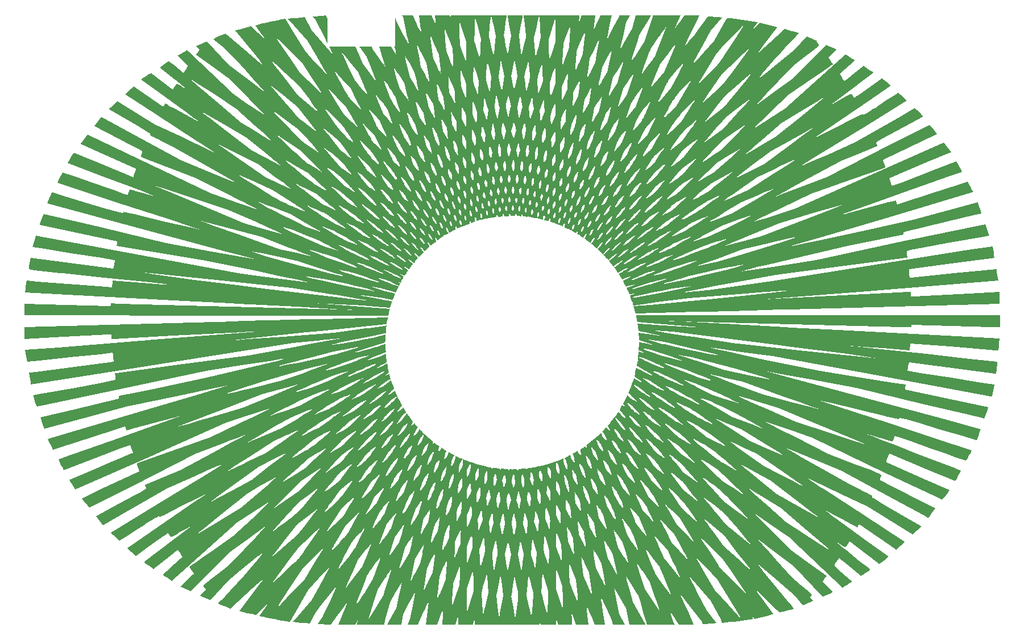
<source format=gbo>
%TF.GenerationSoftware,KiCad,Pcbnew,8.0.5*%
%TF.CreationDate,2024-09-18T20:50:49+01:00*%
%TF.ProjectId,theremin,74686572-656d-4696-9e2e-6b696361645f,rev2.1*%
%TF.SameCoordinates,Original*%
%TF.FileFunction,Legend,Bot*%
%TF.FilePolarity,Positive*%
%FSLAX46Y46*%
G04 Gerber Fmt 4.6, Leading zero omitted, Abs format (unit mm)*
G04 Created by KiCad (PCBNEW 8.0.5) date 2024-09-18 20:50:49*
%MOMM*%
%LPD*%
G01*
G04 APERTURE LIST*
%ADD10C,0.000000*%
G04 APERTURE END LIST*
D10*
G36*
X142701826Y-117350907D02*
G01*
X142832473Y-117399262D01*
X142570991Y-117399262D01*
X142571502Y-117301598D01*
X142571533Y-117301598D01*
X142701826Y-117350907D01*
G37*
G36*
X131461589Y-96144241D02*
G01*
X131397196Y-96411791D01*
X131336712Y-96680223D01*
X131280144Y-96949508D01*
X131227497Y-97219620D01*
X131111744Y-97225815D01*
X121323192Y-98213356D01*
X119301609Y-98417481D01*
X108389614Y-99588463D01*
X109004566Y-99550224D01*
X110631855Y-99430336D01*
X115933857Y-99021576D01*
X123415050Y-98433495D01*
X128162052Y-97803559D01*
X128505184Y-97757050D01*
X130881267Y-97435623D01*
X131213024Y-97387573D01*
X131185228Y-97680833D01*
X131162008Y-97974477D01*
X131143368Y-98268448D01*
X131129314Y-98562691D01*
X130942760Y-98582321D01*
X129481350Y-98851044D01*
X126812259Y-99390541D01*
X124256343Y-99927979D01*
X123433658Y-100110916D01*
X123134449Y-100191529D01*
X123158741Y-100201347D01*
X123204730Y-100206513D01*
X123359760Y-100203934D01*
X123889957Y-100149674D01*
X124655803Y-100041664D01*
X125588047Y-99890770D01*
X126616405Y-99709389D01*
X127672161Y-99508881D01*
X128685016Y-99300629D01*
X129529926Y-99110459D01*
X129586254Y-99097542D01*
X131101924Y-98732704D01*
X131117420Y-98729195D01*
X131088847Y-99027972D01*
X131065023Y-99327135D01*
X131045951Y-99626610D01*
X131031635Y-99926323D01*
X131032672Y-99939346D01*
X130808918Y-99993607D01*
X130196033Y-100167244D01*
X128863819Y-100571350D01*
X128580631Y-100657135D01*
X127092861Y-101135658D01*
X126640178Y-101294304D01*
X126529071Y-101340813D01*
X126507884Y-101353729D01*
X126511501Y-101359413D01*
X126631908Y-101361481D01*
X126799343Y-101345467D01*
X127009151Y-101312393D01*
X127257709Y-101263298D01*
X127855091Y-101122223D01*
X128558406Y-100931534D01*
X129336139Y-100700028D01*
X130097332Y-100456108D01*
X130155208Y-100437508D01*
X130984096Y-100152771D01*
X131046108Y-100130051D01*
X131060473Y-100431421D01*
X131079647Y-100732499D01*
X131103627Y-101033235D01*
X131132412Y-101333580D01*
X130891078Y-101426079D01*
X130356235Y-101642082D01*
X129874607Y-101842591D01*
X129773838Y-101884964D01*
X129209529Y-102126297D01*
X128729457Y-102338684D01*
X128400280Y-102494232D01*
X128313465Y-102541771D01*
X128288654Y-102565025D01*
X128290210Y-102565025D01*
X128294338Y-102565544D01*
X128307781Y-102563996D01*
X128356350Y-102555725D01*
X128430767Y-102540741D01*
X128528438Y-102519036D01*
X128645221Y-102492165D01*
X128778553Y-102460640D01*
X128924793Y-102425499D01*
X129080860Y-102386742D01*
X129228649Y-102343849D01*
X129413654Y-102282356D01*
X129866855Y-102113892D01*
X130384654Y-101905121D01*
X130913303Y-101680329D01*
X130943279Y-101666893D01*
X131149463Y-101574394D01*
X131171650Y-101887487D01*
X131199033Y-102200154D01*
X131231603Y-102512325D01*
X131269352Y-102823929D01*
X131223361Y-102847183D01*
X130792377Y-103076103D01*
X130787731Y-103078690D01*
X130377422Y-103303482D01*
X130027568Y-103503472D01*
X129790370Y-103650749D01*
X129728878Y-103696228D01*
X129715442Y-103710693D01*
X129713893Y-103718964D01*
X129731464Y-103727226D01*
X129761432Y-103728264D01*
X129852901Y-103711723D01*
X129983127Y-103672455D01*
X130145389Y-103612511D01*
X130335041Y-103534996D01*
X130545368Y-103443009D01*
X131006321Y-103226486D01*
X131322071Y-103066307D01*
X131383076Y-103386388D01*
X131449582Y-103705340D01*
X131521577Y-104023098D01*
X131599048Y-104339600D01*
X131462627Y-104439331D01*
X131218196Y-104623299D01*
X131125179Y-104695648D01*
X131056446Y-104751457D01*
X131014591Y-104788666D01*
X131004772Y-104799515D01*
X131002704Y-104804688D01*
X131017688Y-104813469D01*
X131039394Y-104817085D01*
X131066784Y-104815537D01*
X131100887Y-104809334D01*
X131185123Y-104783493D01*
X131289508Y-104741120D01*
X131410427Y-104684281D01*
X131546337Y-104613999D01*
X131646602Y-104558205D01*
X131688528Y-104751649D01*
X131732478Y-104944644D01*
X131778446Y-105137168D01*
X131826427Y-105329201D01*
X131727726Y-105383980D01*
X131586132Y-105466141D01*
X131435238Y-105556580D01*
X131279171Y-105653725D01*
X131122074Y-105755013D01*
X130967044Y-105857849D01*
X130817699Y-105961205D01*
X130678173Y-106062485D01*
X130582576Y-106135872D01*
X130552082Y-106159126D01*
X130252880Y-106398384D01*
X130032222Y-106577706D01*
X129950054Y-106646431D01*
X129885456Y-106702759D01*
X129838947Y-106747200D01*
X129808979Y-106779755D01*
X129800190Y-106792160D01*
X129795543Y-106801979D01*
X129794506Y-106809212D01*
X129797611Y-106813866D01*
X129804325Y-106816445D01*
X129815181Y-106816445D01*
X129847217Y-106810761D01*
X129893726Y-106796806D01*
X129953159Y-106775108D01*
X130111805Y-106713608D01*
X130392925Y-106602509D01*
X130569652Y-106533776D01*
X130593944Y-106519821D01*
X130636837Y-106490372D01*
X130769641Y-106389084D01*
X130953090Y-106243874D01*
X131172199Y-106066109D01*
X131410945Y-105868698D01*
X131467792Y-105820641D01*
X131654346Y-105663544D01*
X131879657Y-105471314D01*
X131990099Y-105794114D01*
X132106344Y-106114850D01*
X132228360Y-106433436D01*
X132356113Y-106749786D01*
X132264644Y-106834534D01*
X132143718Y-106948738D01*
X132018146Y-107071213D01*
X131960781Y-107128571D01*
X131892055Y-107197823D01*
X131282276Y-107818451D01*
X131756145Y-107581261D01*
X131815570Y-107550255D01*
X131873966Y-107518212D01*
X131932361Y-107484627D01*
X131990238Y-107450005D01*
X132047084Y-107413826D01*
X132103412Y-107375588D01*
X132159740Y-107336312D01*
X132215030Y-107295487D01*
X132269809Y-107253113D01*
X132324588Y-107209191D01*
X132378330Y-107163712D01*
X132432071Y-107116692D01*
X132477550Y-107075348D01*
X132596321Y-107356710D01*
X132719598Y-107636061D01*
X132847354Y-107913349D01*
X132979564Y-108188519D01*
X133116202Y-108461517D01*
X133257240Y-108732290D01*
X133402654Y-109000784D01*
X133552417Y-109266945D01*
X133455265Y-109371849D01*
X133356563Y-109483467D01*
X133266651Y-109592507D01*
X133186550Y-109697922D01*
X133103351Y-109813164D01*
X133063556Y-109869492D01*
X132967960Y-110006432D01*
X132898708Y-110110817D01*
X132873394Y-110151642D01*
X132854785Y-110185234D01*
X132841869Y-110211586D01*
X132835147Y-110231224D01*
X132833599Y-110238464D01*
X132833599Y-110244660D01*
X132835147Y-110248795D01*
X132838253Y-110251381D01*
X132842388Y-110252411D01*
X132848072Y-110251900D01*
X132863056Y-110246727D01*
X132883724Y-110236397D01*
X132909565Y-110220894D01*
X133001033Y-110161980D01*
X133108005Y-110094284D01*
X133218074Y-110026589D01*
X133317806Y-109967163D01*
X133352947Y-109943390D01*
X133392742Y-109911347D01*
X133436145Y-109871559D01*
X133483173Y-109824013D01*
X133533817Y-109769241D01*
X133587558Y-109707741D01*
X133644405Y-109639015D01*
X133704349Y-109564079D01*
X133710567Y-109556359D01*
X133820970Y-109750332D01*
X133933656Y-109942987D01*
X134048611Y-110134298D01*
X134165821Y-110324242D01*
X134162715Y-110325279D01*
X134139461Y-110337166D01*
X134113109Y-110353180D01*
X134053676Y-110395043D01*
X133984951Y-110449303D01*
X133909503Y-110515450D01*
X133828372Y-110590897D01*
X133743618Y-110674095D01*
X133655773Y-110764527D01*
X133567920Y-110859612D01*
X133481105Y-110957794D01*
X133396358Y-111058563D01*
X133316257Y-111158821D01*
X133241840Y-111258553D01*
X133174663Y-111355187D01*
X133003612Y-111614601D01*
X132985012Y-111643540D01*
X132881145Y-111805290D01*
X132837734Y-111877121D01*
X132805698Y-111933449D01*
X132786060Y-111975304D01*
X132780376Y-111991325D01*
X132777790Y-112003731D01*
X132061550Y-112003731D01*
X132094623Y-111956185D01*
X132164905Y-111849213D01*
X132218647Y-111758782D01*
X132252758Y-111689018D01*
X132262058Y-111663178D01*
X132265155Y-111643540D01*
X132262058Y-111628037D01*
X132254306Y-111618225D01*
X132241901Y-111613571D01*
X132224849Y-111613571D01*
X132203144Y-111618736D01*
X132177822Y-111628555D01*
X132148883Y-111642510D01*
X132115810Y-111660599D01*
X132041400Y-111708138D01*
X131955615Y-111769631D01*
X131861568Y-111843018D01*
X131760799Y-111926727D01*
X131655895Y-112018196D01*
X131548404Y-112116379D01*
X131440921Y-112219215D01*
X131336017Y-112325157D01*
X131234729Y-112431610D01*
X131139644Y-112537544D01*
X131053348Y-112640900D01*
X130977901Y-112739601D01*
X130621845Y-113228974D01*
X130582576Y-113282723D01*
X130371738Y-113570557D01*
X130196552Y-113807236D01*
X129420887Y-113807236D01*
X129501506Y-113704918D01*
X129601757Y-113567459D01*
X129679271Y-113449120D01*
X129729915Y-113352997D01*
X129744381Y-113314240D01*
X129751102Y-113282723D01*
X129749546Y-113259468D01*
X129740764Y-113243965D01*
X129725261Y-113236725D01*
X129702526Y-113236214D01*
X129673587Y-113242409D01*
X129638965Y-113255844D01*
X129598140Y-113275482D01*
X129552143Y-113301323D01*
X129445690Y-113369538D01*
X129322185Y-113458939D01*
X129184726Y-113566422D01*
X129035900Y-113689926D01*
X128878284Y-113826874D01*
X128714984Y-113974671D01*
X128549106Y-114131249D01*
X128382709Y-114294541D01*
X128219409Y-114461456D01*
X128061794Y-114629921D01*
X127912967Y-114796837D01*
X127774990Y-114961167D01*
X127471134Y-115337372D01*
X127392070Y-115436073D01*
X127212757Y-115660866D01*
X127027752Y-115895996D01*
X126971424Y-115969895D01*
X126943004Y-116009171D01*
X126940937Y-116013817D01*
X126940937Y-116016922D01*
X125915157Y-116016922D01*
X126119800Y-115778176D01*
X126187496Y-115698593D01*
X126246402Y-115626244D01*
X126296016Y-115563713D01*
X126334774Y-115511521D01*
X126362163Y-115471215D01*
X126371463Y-115455712D01*
X126377147Y-115443825D01*
X126379215Y-115436073D01*
X126379215Y-115433495D01*
X126378177Y-115431938D01*
X126376110Y-115431427D01*
X126373531Y-115431427D01*
X126364742Y-115435562D01*
X126258289Y-115502739D01*
X126044353Y-115641235D01*
X125415447Y-116048958D01*
X125144664Y-116227761D01*
X125027355Y-116307862D01*
X124919353Y-116384339D01*
X124817554Y-116460304D01*
X124719883Y-116536781D01*
X124624279Y-116616882D01*
X124528163Y-116702149D01*
X124428943Y-116795166D01*
X124324558Y-116898522D01*
X124211902Y-117013245D01*
X124089428Y-117142433D01*
X123804180Y-117452492D01*
X123449161Y-117845749D01*
X122756694Y-118619347D01*
X122600635Y-118793495D01*
X122360851Y-119069962D01*
X122282306Y-119165566D01*
X122230625Y-119234291D01*
X122203243Y-119278221D01*
X122198589Y-119291657D01*
X120874126Y-119291657D01*
X121103046Y-119042061D01*
X121275135Y-118848274D01*
X121392955Y-118709259D01*
X121450313Y-118632782D01*
X121454967Y-118619347D01*
X121442043Y-118623993D01*
X119939296Y-119599648D01*
X118646869Y-120440941D01*
X116555522Y-122536934D01*
X114463665Y-124632416D01*
X112791408Y-124632416D01*
X113500927Y-123946152D01*
X113747425Y-123699654D01*
X113874034Y-123563233D01*
X113895221Y-123533257D01*
X113895740Y-123528092D01*
X113889537Y-123528092D01*
X113802722Y-123586998D01*
X113582576Y-123733246D01*
X113045658Y-124083611D01*
X111344471Y-125188454D01*
X108970973Y-126726341D01*
X101513549Y-133440148D01*
X99284277Y-135442116D01*
X98924164Y-135213709D01*
X98566218Y-134981925D01*
X98210463Y-134746781D01*
X97856924Y-134508293D01*
X98443452Y-134003937D01*
X99703840Y-132904259D01*
X100546167Y-132150818D01*
X100771474Y-131937904D01*
X100828319Y-131878487D01*
X100845373Y-131852646D01*
X100829353Y-131818535D01*
X100802480Y-131768929D01*
X100720315Y-131631470D01*
X100612312Y-131459908D01*
X100491907Y-131273865D01*
X100372017Y-131094559D01*
X100266080Y-130942108D01*
X100187532Y-130835137D01*
X100162210Y-130805680D01*
X100148775Y-130795349D01*
X100057825Y-130864075D01*
X99808744Y-131059929D01*
X98906990Y-131781326D01*
X96570158Y-133666474D01*
X96199515Y-133431513D01*
X95831206Y-133193006D01*
X95465218Y-132950941D01*
X95101537Y-132705307D01*
X96323684Y-131762207D01*
X100427310Y-128605301D01*
X102872638Y-128605301D01*
X102946020Y-128570160D01*
X103105184Y-128473526D01*
X106513759Y-126389412D01*
X109548717Y-124533196D01*
X112243640Y-122233078D01*
X113945865Y-120776322D01*
X115640850Y-120776322D01*
X115641368Y-120781487D01*
X115647052Y-120783035D01*
X115673404Y-120773216D01*
X115718364Y-120748413D01*
X117463482Y-119680779D01*
X119038578Y-118715981D01*
X120582668Y-117254051D01*
X121308719Y-116566239D01*
X122533451Y-116566239D01*
X123618656Y-115911499D01*
X123967472Y-115699623D01*
X124247562Y-115522896D01*
X124368999Y-115442795D01*
X124480617Y-115365280D01*
X124586040Y-115287766D01*
X124686809Y-115209213D01*
X124786548Y-115126015D01*
X124887828Y-115037651D01*
X124993251Y-114940499D01*
X125104869Y-114833527D01*
X125358600Y-114580834D01*
X125670215Y-114261475D01*
X126033496Y-113884751D01*
X126208164Y-113700783D01*
X127164691Y-113700783D01*
X127167278Y-113712670D01*
X127182781Y-113712151D01*
X127212757Y-113698715D01*
X127571903Y-113498726D01*
X127732616Y-113404160D01*
X127883510Y-113311661D01*
X128025104Y-113220192D01*
X128158947Y-113129242D01*
X128285556Y-113037254D01*
X128407512Y-112943726D01*
X128524822Y-112847603D01*
X128639537Y-112747871D01*
X128752193Y-112642967D01*
X128864849Y-112532891D01*
X128978023Y-112415589D01*
X129093257Y-112291046D01*
X129211597Y-112157723D01*
X129335102Y-112014580D01*
X129601238Y-111697289D01*
X129631725Y-111659561D01*
X130477672Y-111659561D01*
X130480770Y-111666794D01*
X130488010Y-111669899D01*
X130498859Y-111669899D01*
X130513843Y-111666794D01*
X130532444Y-111660080D01*
X130581020Y-111637856D01*
X130644588Y-111603233D01*
X130723651Y-111557244D01*
X130925190Y-111434250D01*
X131013042Y-111374825D01*
X131112255Y-111296791D01*
X131221294Y-111203774D01*
X131337047Y-111097839D01*
X131457973Y-110982598D01*
X131580959Y-110859093D01*
X131703952Y-110731453D01*
X131824359Y-110601746D01*
X131939594Y-110472557D01*
X132047084Y-110346977D01*
X132135967Y-110238464D01*
X132144756Y-110227089D01*
X132230533Y-110116501D01*
X132301334Y-110016770D01*
X132354557Y-109931503D01*
X132388668Y-109862770D01*
X132397449Y-109835388D01*
X132400547Y-109813164D01*
X132397968Y-109798180D01*
X132390735Y-109787842D01*
X132378849Y-109782677D01*
X132362308Y-109782158D01*
X132342159Y-109786293D01*
X132317867Y-109794563D01*
X132289447Y-109806961D01*
X132257923Y-109823502D01*
X132185062Y-109867943D01*
X132101345Y-109925820D01*
X132007297Y-109995583D01*
X131906009Y-110076714D01*
X131799038Y-110166634D01*
X131687419Y-110264298D01*
X131573726Y-110368683D01*
X131459522Y-110478241D01*
X131346355Y-110590897D01*
X131236278Y-110705612D01*
X131130863Y-110820854D01*
X131031642Y-110935059D01*
X130812534Y-111198608D01*
X130796001Y-111218247D01*
X130625469Y-111428566D01*
X130565006Y-111507637D01*
X130520046Y-111570160D01*
X130491107Y-111617188D01*
X130482837Y-111635277D01*
X130478191Y-111649223D01*
X130477672Y-111659561D01*
X129631725Y-111659561D01*
X129811565Y-111437355D01*
X129889591Y-111337616D01*
X129946437Y-111262169D01*
X129977962Y-111214111D01*
X129984157Y-111201714D01*
X129984419Y-111200161D01*
X129984676Y-111198608D01*
X129983904Y-111198093D01*
X129983127Y-111197579D01*
X129975894Y-111199127D01*
X129962970Y-111203774D01*
X129945919Y-111211525D01*
X129923702Y-111221863D01*
X129867374Y-111250282D01*
X129796062Y-111288010D01*
X129712856Y-111334000D01*
X129619327Y-111386192D01*
X129518039Y-111444069D01*
X129411068Y-111506081D01*
X129309269Y-111575333D01*
X129173877Y-111683334D01*
X128825573Y-111988228D01*
X128416813Y-112370629D01*
X127997203Y-112780426D01*
X127702648Y-113080666D01*
X127616863Y-113167999D01*
X127325923Y-113483742D01*
X127229808Y-113598976D01*
X127174511Y-113677529D01*
X127164691Y-113700783D01*
X126208164Y-113700783D01*
X126317203Y-113585541D01*
X126524425Y-113360237D01*
X126600902Y-113272904D01*
X126659298Y-113201584D01*
X126701160Y-113146294D01*
X126726482Y-113106507D01*
X126735782Y-113080666D01*
X126734745Y-113072914D01*
X126729579Y-113068260D01*
X126720798Y-113067230D01*
X126708393Y-113069298D01*
X126672733Y-113082733D01*
X126622608Y-113108566D01*
X126559566Y-113144745D01*
X126209194Y-113352997D01*
X125686748Y-113659958D01*
X125585979Y-113720421D01*
X125489864Y-113779328D01*
X125397876Y-113839272D01*
X125307964Y-113900772D01*
X125218044Y-113965882D01*
X125127094Y-114035126D01*
X125033557Y-114111092D01*
X124934856Y-114194290D01*
X124830471Y-114286278D01*
X124718334Y-114389115D01*
X124596378Y-114503319D01*
X124463565Y-114630959D01*
X124157642Y-114931717D01*
X123788158Y-115302231D01*
X123402652Y-115690323D01*
X122533451Y-116566239D01*
X121308719Y-116566239D01*
X122228565Y-115693939D01*
X122232181Y-115690323D01*
X122232181Y-115688255D01*
X122228565Y-115688255D01*
X122221324Y-115690323D01*
X122198070Y-115699623D01*
X122161899Y-115716683D01*
X122054927Y-115770943D01*
X121905071Y-115850517D01*
X121718517Y-115952324D01*
X121499408Y-116073250D01*
X121253429Y-116211220D01*
X120985744Y-116363671D01*
X119641124Y-117131065D01*
X117831928Y-118749054D01*
X116645954Y-119815140D01*
X116633556Y-119826508D01*
X115942638Y-120462128D01*
X115750919Y-120647644D01*
X115655323Y-120752030D01*
X115640850Y-120775803D01*
X113945865Y-120775803D01*
X114167041Y-120586662D01*
X115006267Y-119859581D01*
X115020732Y-119844589D01*
X115031589Y-119832192D01*
X115034687Y-119828056D01*
X115034814Y-119827669D01*
X115034943Y-119827282D01*
X115035205Y-119826508D01*
X115034943Y-119825733D01*
X115034814Y-119825347D01*
X115034687Y-119824959D01*
X115034168Y-119824440D01*
X115032619Y-119824440D01*
X115026416Y-119825470D01*
X115016079Y-119829605D01*
X115001613Y-119836327D01*
X114982494Y-119845627D01*
X114957172Y-119858544D01*
X114888439Y-119896271D01*
X114790775Y-119950012D01*
X114661067Y-120023392D01*
X114494670Y-120118477D01*
X114034748Y-120382027D01*
X112492725Y-121270348D01*
X110395175Y-122478539D01*
X106732868Y-125441147D01*
X104328880Y-127388321D01*
X103160993Y-128343300D01*
X102929483Y-128542252D01*
X102881940Y-128588242D01*
X102872638Y-128605301D01*
X100427310Y-128605301D01*
X102088192Y-127327339D01*
X102257690Y-127189880D01*
X102019979Y-127323204D01*
X101467557Y-127638947D01*
X100471752Y-128211006D01*
X100007181Y-128478172D01*
X99658882Y-128673508D01*
X99521940Y-128745857D01*
X99406702Y-128801666D01*
X99310583Y-128842491D01*
X99231517Y-128868851D01*
X99166404Y-128880737D01*
X99137983Y-128881767D01*
X99112663Y-128879181D01*
X99089923Y-128874016D01*
X99068737Y-128865235D01*
X99049100Y-128853348D01*
X99031530Y-128838875D01*
X98998457Y-128801155D01*
X98967451Y-128752579D01*
X98900789Y-128625450D01*
X98872366Y-128572228D01*
X98843944Y-128520546D01*
X98815006Y-128472489D01*
X98787099Y-128428566D01*
X98761262Y-128390328D01*
X98737491Y-128359322D01*
X98727157Y-128346916D01*
X98717855Y-128336579D01*
X98709070Y-128328827D01*
X98701833Y-128323143D01*
X98671863Y-128336067D01*
X98597448Y-128381539D01*
X98322528Y-128564476D01*
X97896200Y-128859032D01*
X97337575Y-129252289D01*
X95896322Y-130280129D01*
X94149141Y-131542588D01*
X93903631Y-131719795D01*
X93583123Y-131432612D01*
X93265354Y-131142402D01*
X92950346Y-130849186D01*
X92638122Y-130552986D01*
X93438589Y-129999008D01*
X96468894Y-127913353D01*
X102499017Y-123764252D01*
X104919540Y-123764252D01*
X104944862Y-123755982D01*
X105071987Y-123688286D01*
X106095699Y-123129662D01*
X108224765Y-121974694D01*
X111141384Y-120394943D01*
X113751560Y-118396622D01*
X115310634Y-117200310D01*
X116969448Y-117200310D01*
X116969966Y-117205994D01*
X116975132Y-117208061D01*
X116998394Y-117202378D01*
X117091404Y-117158455D01*
X117953373Y-116708870D01*
X118645832Y-116337830D01*
X119210659Y-116018471D01*
X119457668Y-115870155D01*
X119688663Y-115724434D01*
X119908809Y-115578705D01*
X120122234Y-115428841D01*
X120552181Y-115104828D01*
X121020366Y-114726044D01*
X121567623Y-114265091D01*
X122166553Y-113752976D01*
X122252330Y-113678559D01*
X123472927Y-113678559D01*
X123473189Y-113679333D01*
X123473318Y-113679719D01*
X123473445Y-113680107D01*
X123474483Y-113680626D01*
X123476551Y-113680626D01*
X123482746Y-113679596D01*
X123492565Y-113676491D01*
X123506000Y-113671326D01*
X123523059Y-113663574D01*
X123569568Y-113641358D01*
X123633129Y-113608795D01*
X123715808Y-113565392D01*
X123819164Y-113510613D01*
X124093044Y-113363335D01*
X124466152Y-113162316D01*
X124789646Y-112986099D01*
X124928142Y-112908066D01*
X125054744Y-112833649D01*
X125173084Y-112760269D01*
X125286258Y-112685860D01*
X125397358Y-112607826D01*
X125508464Y-112524109D01*
X125623706Y-112432121D01*
X125745662Y-112329804D01*
X125877437Y-112214050D01*
X126021610Y-112083824D01*
X126361126Y-111767052D01*
X126735782Y-111411514D01*
X127687145Y-111411514D01*
X128162052Y-111154167D01*
X128453502Y-110995003D01*
X128687603Y-110861679D01*
X128787853Y-110800698D01*
X128880352Y-110741272D01*
X128966648Y-110682358D01*
X129049335Y-110621903D01*
X129129947Y-110557823D01*
X129210567Y-110489609D01*
X129293766Y-110415192D01*
X129381099Y-110332512D01*
X129577465Y-110137695D01*
X129816730Y-109892227D01*
X130035839Y-109663300D01*
X130848194Y-109663300D01*
X130848705Y-109665367D01*
X130862140Y-109673119D01*
X130879200Y-109676735D01*
X130899868Y-109676224D01*
X130924152Y-109672089D01*
X130952060Y-109664337D01*
X130982547Y-109652970D01*
X131052311Y-109620407D01*
X131132930Y-109574936D01*
X131221813Y-109518608D01*
X131317928Y-109451943D01*
X131420246Y-109375984D01*
X131526699Y-109292267D01*
X131635738Y-109201317D01*
X131746845Y-109105194D01*
X131857433Y-109004425D01*
X131966465Y-108899521D01*
X132072406Y-108793068D01*
X132173694Y-108685066D01*
X132269291Y-108577584D01*
X132394352Y-108431336D01*
X132819126Y-107934723D01*
X132420185Y-108136261D01*
X132365413Y-108164688D01*
X132311153Y-108195694D01*
X132256893Y-108228768D01*
X132202632Y-108264420D01*
X132147853Y-108303177D01*
X132091526Y-108345039D01*
X132034679Y-108389992D01*
X131976284Y-108438568D01*
X131916339Y-108491280D01*
X131854328Y-108548126D01*
X131789737Y-108609619D01*
X131722553Y-108675247D01*
X131652790Y-108746048D01*
X131579410Y-108822006D01*
X131422313Y-108989960D01*
X131302425Y-109121735D01*
X131264186Y-109164108D01*
X131191326Y-109245239D01*
X131092105Y-109358414D01*
X131006321Y-109457627D01*
X130937076Y-109540833D01*
X130885913Y-109604904D01*
X130855945Y-109647286D01*
X130849224Y-109659683D01*
X130848194Y-109663300D01*
X130035839Y-109663300D01*
X130087513Y-109609039D01*
X130202754Y-109485016D01*
X130301967Y-109377533D01*
X130381549Y-109288132D01*
X130438915Y-109220436D01*
X130471469Y-109178063D01*
X130477672Y-109167206D01*
X130477929Y-109165657D01*
X130478191Y-109164108D01*
X130477153Y-109163071D01*
X130469402Y-109164627D01*
X130457004Y-109168762D01*
X130417728Y-109184265D01*
X130361400Y-109208550D01*
X130290599Y-109241623D01*
X130207401Y-109280899D01*
X130113872Y-109325852D01*
X130013103Y-109375466D01*
X129906650Y-109429207D01*
X129827068Y-109470032D01*
X129751613Y-109511887D01*
X129678752Y-109553749D01*
X129607959Y-109597672D01*
X129537677Y-109644180D01*
X129467395Y-109694306D01*
X129395565Y-109748055D01*
X129321666Y-109806961D01*
X129244670Y-109872078D01*
X129163539Y-109942871D01*
X129077236Y-110021424D01*
X128985256Y-110108238D01*
X128885517Y-110204354D01*
X128778034Y-110309777D01*
X128535152Y-110553169D01*
X128486576Y-110602265D01*
X127687145Y-111411514D01*
X126735782Y-111411514D01*
X126788494Y-111361389D01*
X127584308Y-110602265D01*
X126767299Y-111024979D01*
X126515636Y-111157784D01*
X126403499Y-111219277D01*
X126298084Y-111280258D01*
X126197826Y-111340721D01*
X126100162Y-111403252D01*
X126003528Y-111468880D01*
X125906375Y-111538643D01*
X125806118Y-111614601D01*
X125700702Y-111697289D01*
X125589077Y-111788757D01*
X125469188Y-111890038D01*
X125195819Y-112128784D01*
X124865612Y-112424378D01*
X124311641Y-112922531D01*
X124046024Y-113161278D01*
X123597988Y-113561257D01*
X123526157Y-113624298D01*
X123499805Y-113648071D01*
X123481716Y-113665642D01*
X123476032Y-113672363D01*
X123473445Y-113677010D01*
X123473318Y-113677398D01*
X123473189Y-113677784D01*
X123472927Y-113678559D01*
X122252330Y-113678559D01*
X122656963Y-113329231D01*
X122988208Y-113037773D01*
X123078640Y-112955094D01*
X123110164Y-112922531D01*
X123108608Y-112921501D01*
X123103961Y-112922531D01*
X123086391Y-112928223D01*
X123018695Y-112956124D01*
X122911205Y-113005219D01*
X122769611Y-113071365D01*
X122597530Y-113154045D01*
X122400646Y-113249649D01*
X122183605Y-113356613D01*
X121950542Y-113472885D01*
X121566074Y-113666672D01*
X121402256Y-113751427D01*
X121251880Y-113832558D01*
X121109767Y-113912651D01*
X120972309Y-113995339D01*
X120834850Y-114082672D01*
X120692737Y-114178787D01*
X120541324Y-114286278D01*
X120376995Y-114408234D01*
X120195095Y-114547241D01*
X119990459Y-114706925D01*
X119498493Y-115100693D01*
X118864940Y-115613327D01*
X117983860Y-116330078D01*
X117755970Y-116515083D01*
X117399402Y-116810150D01*
X117157550Y-117015305D01*
X117018543Y-117141915D01*
X116983921Y-117178604D01*
X116969448Y-117200310D01*
X115310634Y-117200310D01*
X115615528Y-116966217D01*
X116430469Y-116331627D01*
X116430980Y-116330078D01*
X116425815Y-116330597D01*
X116399463Y-116340927D01*
X116285259Y-116392609D01*
X116096119Y-116482521D01*
X115840839Y-116607063D01*
X115165424Y-116941414D01*
X114328266Y-117362061D01*
X112158374Y-118460182D01*
X108567897Y-121067253D01*
X106453296Y-122605667D01*
X105311763Y-123445404D01*
X105037365Y-123655213D01*
X104924190Y-123751847D01*
X104919540Y-123764252D01*
X102499017Y-123764252D01*
X104384174Y-122466141D01*
X104386242Y-122462525D01*
X104372287Y-122466652D01*
X104297359Y-122499214D01*
X103977481Y-122651657D01*
X102761018Y-123256272D01*
X100981798Y-124155441D01*
X98886320Y-125225662D01*
X98453270Y-125446839D01*
X98117891Y-125615814D01*
X97866226Y-125737259D01*
X97684843Y-125816841D01*
X97616630Y-125842674D01*
X97560302Y-125860245D01*
X97515342Y-125870064D01*
X97479686Y-125872650D01*
X97451265Y-125869034D01*
X97429044Y-125859734D01*
X97410440Y-125845261D01*
X97394420Y-125826660D01*
X97386152Y-125817871D01*
X97374784Y-125811157D01*
X97359798Y-125808052D01*
X97341194Y-125807533D01*
X97317939Y-125811669D01*
X97289001Y-125819420D01*
X97253860Y-125832344D01*
X97212518Y-125849915D01*
X97163944Y-125872650D01*
X97107099Y-125901589D01*
X97041471Y-125936730D01*
X96966541Y-125978584D01*
X96881790Y-126027161D01*
X96786190Y-126083489D01*
X96560880Y-126219918D01*
X96285444Y-126390961D01*
X95953681Y-126599739D01*
X95561458Y-126849854D01*
X95102571Y-127144409D01*
X93965688Y-127879242D01*
X92500661Y-128830094D01*
X91483676Y-129487938D01*
X91154405Y-129193238D01*
X90828018Y-128895344D01*
X90504542Y-128594280D01*
X90184007Y-128290070D01*
X96987211Y-124116684D01*
X104081867Y-119761910D01*
X105158498Y-119092697D01*
X107535404Y-119092697D01*
X107535660Y-119093216D01*
X107535919Y-119093735D01*
X107540569Y-119095802D01*
X107549869Y-119094765D01*
X107563823Y-119091148D01*
X107607746Y-119076164D01*
X107675445Y-119049294D01*
X107769496Y-119008988D01*
X107891452Y-118954209D01*
X108045452Y-118883927D01*
X108455760Y-118692726D01*
X109021617Y-118424523D01*
X109763172Y-118071571D01*
X110700069Y-117623024D01*
X113175365Y-116437569D01*
X115616565Y-114761185D01*
X116895038Y-113878029D01*
X116895557Y-113878029D01*
X118498554Y-113878029D01*
X118500110Y-113879067D01*
X118504238Y-113878029D01*
X118520778Y-113872864D01*
X118583309Y-113847542D01*
X118682010Y-113804649D01*
X118812748Y-113745743D01*
X118970882Y-113672875D01*
X119152263Y-113588127D01*
X119352252Y-113493042D01*
X119566707Y-113390724D01*
X120429706Y-112978859D01*
X121004863Y-112710144D01*
X121109249Y-112652268D01*
X121269451Y-112550461D01*
X121722133Y-112239891D01*
X122290576Y-111831642D01*
X122904491Y-111378441D01*
X123492565Y-110934029D01*
X123514656Y-110916458D01*
X124668720Y-110916458D01*
X124669757Y-110917488D01*
X124672344Y-110918007D01*
X124685260Y-110915421D01*
X124706447Y-110908188D01*
X124736423Y-110897331D01*
X124774143Y-110882866D01*
X124871814Y-110842041D01*
X124996349Y-110788300D01*
X125144145Y-110722153D01*
X125311580Y-110645668D01*
X125495548Y-110559891D01*
X125661426Y-110479790D01*
X125826274Y-110394524D01*
X125991123Y-110304093D01*
X126155971Y-110207970D01*
X126321849Y-110105652D01*
X126489803Y-109997131D01*
X126659816Y-109880860D01*
X126832416Y-109757355D01*
X127009151Y-109625580D01*
X127189502Y-109485016D01*
X127375537Y-109335671D01*
X127566738Y-109177025D01*
X127686626Y-109074188D01*
X128602848Y-109074188D01*
X128606983Y-109088143D01*
X128618351Y-109096413D01*
X128636959Y-109098999D01*
X128662281Y-109095894D01*
X128693798Y-109087624D01*
X128731525Y-109074188D01*
X128823505Y-109033363D01*
X128934612Y-108975487D01*
X129062252Y-108902626D01*
X129202297Y-108816322D01*
X129352672Y-108719689D01*
X129510288Y-108614273D01*
X129671520Y-108502136D01*
X129833263Y-108384827D01*
X129992946Y-108264939D01*
X130146938Y-108144013D01*
X130292156Y-108024643D01*
X130425479Y-107908890D01*
X130521595Y-107818970D01*
X130522113Y-107818970D01*
X130544330Y-107798302D01*
X130810466Y-107538368D01*
X131025959Y-107325462D01*
X131168064Y-107181801D01*
X131205272Y-107142525D01*
X131214061Y-107132195D01*
X131215092Y-107130383D01*
X131216129Y-107128571D01*
X131211994Y-107130120D01*
X131203205Y-107133225D01*
X131172718Y-107145111D01*
X131068332Y-107190071D01*
X130917957Y-107256729D01*
X130737606Y-107337349D01*
X130650783Y-107383858D01*
X130536579Y-107456200D01*
X130399120Y-107550255D01*
X130243061Y-107662392D01*
X129894763Y-107926972D01*
X129527339Y-108219460D01*
X129278263Y-108426682D01*
X129178005Y-108509880D01*
X128882938Y-108769302D01*
X128767177Y-108877823D01*
X128678814Y-108967224D01*
X128622486Y-109033882D01*
X128608020Y-109057655D01*
X128602848Y-109074188D01*
X127686626Y-109074188D01*
X127763622Y-109008042D01*
X127967746Y-108828728D01*
X128399242Y-108437020D01*
X128403377Y-108432884D01*
X128405963Y-108429268D01*
X128406220Y-108427975D01*
X128406482Y-108426682D01*
X128405445Y-108424622D01*
X128402347Y-108423584D01*
X128397174Y-108423584D01*
X128390979Y-108424103D01*
X128382709Y-108425652D01*
X128361522Y-108430306D01*
X128334133Y-108438568D01*
X128301059Y-108449425D01*
X128261783Y-108462860D01*
X128217861Y-108479393D01*
X128168766Y-108498001D01*
X128057666Y-108542954D01*
X127930019Y-108596184D01*
X127789463Y-108657677D01*
X127573452Y-108755867D01*
X127474239Y-108804444D01*
X127378635Y-108853531D01*
X127285099Y-108904694D01*
X127191570Y-108958435D01*
X127097515Y-109016831D01*
X127000362Y-109079872D01*
X126899074Y-109149124D01*
X126791072Y-109225601D01*
X126676349Y-109310868D01*
X126551815Y-109404923D01*
X126268627Y-109626099D01*
X125929630Y-109898430D01*
X125570995Y-110187302D01*
X124674922Y-110909737D01*
X124670787Y-110913353D01*
X124669756Y-110914646D01*
X124668720Y-110915939D01*
X124668720Y-110916458D01*
X123514656Y-110916458D01*
X123515308Y-110915939D01*
X123515819Y-110915939D01*
X123984012Y-110550591D01*
X124308025Y-110281868D01*
X124384502Y-110206940D01*
X124397937Y-110187302D01*
X124392772Y-110180580D01*
X124383983Y-110182648D01*
X124364345Y-110189888D01*
X124297168Y-110216759D01*
X124062557Y-110316490D01*
X123724598Y-110464287D01*
X123317905Y-110644119D01*
X123113781Y-110745407D01*
X122849712Y-110891647D01*
X122181018Y-111292145D01*
X121392955Y-111791855D01*
X120567165Y-112337044D01*
X119783748Y-112872406D01*
X119643703Y-112972145D01*
X119123844Y-113343697D01*
X118668575Y-113697167D01*
X118542995Y-113812920D01*
X118509922Y-113852196D01*
X118498554Y-113878029D01*
X116895557Y-113878029D01*
X117360645Y-113556603D01*
X117906864Y-113173683D01*
X118125972Y-113013481D01*
X118141986Y-112995918D01*
X118148189Y-112988167D01*
X118153362Y-112981446D01*
X118154133Y-112980152D01*
X118154911Y-112978859D01*
X118155682Y-112977570D01*
X118156459Y-112976280D01*
X118156716Y-112975247D01*
X118156978Y-112974213D01*
X118156978Y-112972145D01*
X118156716Y-112971371D01*
X118156587Y-112970984D01*
X118156459Y-112970596D01*
X118155422Y-112969559D01*
X118153362Y-112968529D01*
X118146640Y-112968529D01*
X118141986Y-112969048D01*
X118136821Y-112970078D01*
X118130107Y-112971626D01*
X118114086Y-112976280D01*
X118093410Y-112983513D01*
X118068096Y-112992813D01*
X118037601Y-113004181D01*
X118001949Y-113018654D01*
X117960086Y-113036224D01*
X117912029Y-113056374D01*
X117857250Y-113079628D01*
X117795238Y-113105988D01*
X117725994Y-113135956D01*
X117564762Y-113206757D01*
X117369426Y-113292542D01*
X117137401Y-113395371D01*
X116866100Y-113516297D01*
X116192752Y-113816017D01*
X114395969Y-114615975D01*
X111005474Y-116812737D01*
X108591152Y-118384217D01*
X107840808Y-118877213D01*
X107547287Y-119076164D01*
X107539539Y-119084435D01*
X107535919Y-119090119D01*
X107535660Y-119091152D01*
X107535404Y-119092186D01*
X107535404Y-119092697D01*
X105158498Y-119092697D01*
X105159320Y-119092186D01*
X105160354Y-119092186D01*
X107019153Y-117936699D01*
X106928203Y-117970802D01*
X106676021Y-118076744D01*
X105758766Y-118474648D01*
X104407428Y-119069443D01*
X102761535Y-119800667D01*
X98527685Y-121688408D01*
X92231945Y-125326431D01*
X89023292Y-127174820D01*
X88751882Y-126835680D01*
X88483728Y-126493961D01*
X88218851Y-126149687D01*
X87957271Y-125802887D01*
X90254804Y-124553352D01*
X93611705Y-122734856D01*
X94550666Y-122219643D01*
X95113424Y-121894600D01*
X95387825Y-121707527D01*
X95444152Y-121648621D01*
X95460689Y-121603661D01*
X95354753Y-121433128D01*
X95245714Y-121156143D01*
X95462755Y-121066223D01*
X98087402Y-119981537D01*
X100494491Y-118986763D01*
X105456974Y-116297005D01*
X108139499Y-114837151D01*
X110452022Y-114837151D01*
X110507831Y-114818543D01*
X110661312Y-114759117D01*
X111219928Y-114534325D01*
X112041584Y-114197395D01*
X113042560Y-113782944D01*
X115616565Y-112713242D01*
X117922367Y-111301445D01*
X118911449Y-110691666D01*
X120465366Y-110691666D01*
X120478794Y-110689598D01*
X120517040Y-110676674D01*
X120662769Y-110621903D01*
X121175396Y-110417259D01*
X121883884Y-110125290D01*
X122669361Y-109794563D01*
X122763927Y-109747536D01*
X122903453Y-109668984D01*
X123292064Y-109434380D01*
X123781955Y-109125351D01*
X124321460Y-108776016D01*
X124857341Y-108419968D01*
X124897129Y-108393097D01*
X126028843Y-108393097D01*
X126029104Y-108393224D01*
X126029364Y-108393353D01*
X126029880Y-108393608D01*
X126038661Y-108391548D01*
X126078456Y-108378624D01*
X126145122Y-108354340D01*
X126235553Y-108319718D01*
X126346652Y-108276306D01*
X126475849Y-108225144D01*
X126775051Y-108103707D01*
X126911998Y-108045830D01*
X127046871Y-107984856D01*
X127181232Y-107920258D01*
X127315586Y-107851013D01*
X127452533Y-107776077D01*
X127592578Y-107694428D01*
X127737789Y-107605026D01*
X127889202Y-107507362D01*
X128048877Y-107399872D01*
X128217342Y-107282051D01*
X128396663Y-107152344D01*
X128588382Y-107010750D01*
X128852962Y-106809212D01*
X129014194Y-106686226D01*
X129506671Y-106300202D01*
X129616222Y-106207703D01*
X129647747Y-106175141D01*
X129665317Y-106151375D01*
X129669452Y-106135872D01*
X129660663Y-106128632D01*
X129639476Y-106129151D01*
X129606922Y-106136902D01*
X129509769Y-106172562D01*
X129375927Y-106232506D01*
X129210048Y-106314156D01*
X129017292Y-106413887D01*
X128577015Y-106657799D01*
X128099521Y-106939957D01*
X127860775Y-107087746D01*
X127629779Y-107235542D01*
X127412227Y-107381271D01*
X127213268Y-107521828D01*
X127047390Y-107643273D01*
X126389545Y-108123863D01*
X126028843Y-108392060D01*
X126028843Y-108393097D01*
X124897129Y-108393097D01*
X124898652Y-108392060D01*
X125337932Y-108092858D01*
X125711040Y-107828270D01*
X125840747Y-107730087D01*
X125923427Y-107660324D01*
X125929630Y-107654122D01*
X125933765Y-107648956D01*
X125935833Y-107644821D01*
X125936344Y-107643273D01*
X125935833Y-107641724D01*
X125934795Y-107640167D01*
X125933246Y-107639137D01*
X125928592Y-107638100D01*
X125921878Y-107638100D01*
X125912059Y-107639137D01*
X125900173Y-107641205D01*
X125885700Y-107644821D01*
X125847980Y-107655159D01*
X125799404Y-107670143D01*
X125738422Y-107690811D01*
X125665561Y-107716133D01*
X125579258Y-107747658D01*
X125480045Y-107784348D01*
X125365840Y-107827240D01*
X125093502Y-107931625D01*
X124757091Y-108062363D01*
X124613948Y-108127480D01*
X124406726Y-108234963D01*
X123842937Y-108550194D01*
X123145297Y-108959473D01*
X122394443Y-109413185D01*
X121803783Y-109780091D01*
X121670970Y-109862770D01*
X121054470Y-110258095D01*
X120626072Y-110551102D01*
X120507221Y-110643089D01*
X120465366Y-110691666D01*
X118911449Y-110691666D01*
X119570842Y-110284973D01*
X120087604Y-109959923D01*
X120295864Y-109821945D01*
X120325321Y-109793526D01*
X120330486Y-109788361D01*
X120333591Y-109783707D01*
X120334363Y-109781899D01*
X120335140Y-109780091D01*
X120335140Y-109778542D01*
X120334102Y-109777504D01*
X120332553Y-109776993D01*
X120330486Y-109776474D01*
X120323772Y-109776993D01*
X120313434Y-109779061D01*
X120298961Y-109782677D01*
X120280361Y-109787842D01*
X120256588Y-109795593D01*
X120194576Y-109816780D01*
X120108791Y-109847786D01*
X119996654Y-109889130D01*
X119855579Y-109942353D01*
X119681430Y-110008499D01*
X118600360Y-110421913D01*
X118079464Y-110621903D01*
X117647449Y-110796051D01*
X117446941Y-110882347D01*
X117247470Y-110972786D01*
X117041797Y-111070969D01*
X116822689Y-111181038D01*
X116582912Y-111306610D01*
X116316265Y-111451309D01*
X115671337Y-111811493D01*
X114831081Y-112291046D01*
X113738124Y-112919434D01*
X111410617Y-114267159D01*
X110706264Y-114681084D01*
X110452022Y-114837151D01*
X108139499Y-114837151D01*
X108957019Y-114392212D01*
X110403446Y-113590714D01*
X110322826Y-113617066D01*
X110098034Y-113699234D01*
X109277935Y-114007225D01*
X108068187Y-114467659D01*
X106593856Y-115032486D01*
X102800293Y-116490792D01*
X93550727Y-121201615D01*
X86973336Y-124536270D01*
X86698021Y-124192440D01*
X86426070Y-123845973D01*
X86157488Y-123496879D01*
X85892281Y-123145165D01*
X88754638Y-121778839D01*
X94227172Y-119162979D01*
X94420959Y-119062729D01*
X94217870Y-118511337D01*
X94177562Y-118399719D01*
X94141389Y-118294815D01*
X94109867Y-118198181D01*
X94084028Y-118112396D01*
X94063875Y-118040055D01*
X94050438Y-117983727D01*
X94046304Y-117962021D01*
X94044754Y-117945480D01*
X94044754Y-117934113D01*
X94046821Y-117927918D01*
X94489172Y-117763069D01*
X95669462Y-117339317D01*
X99524522Y-115969376D01*
X104970184Y-114043396D01*
X109558017Y-111857483D01*
X111586834Y-110887520D01*
X113819774Y-110887520D01*
X113865764Y-110875115D01*
X113998058Y-110831703D01*
X114483295Y-110665825D01*
X115202114Y-110415711D01*
X116079586Y-110107201D01*
X118338878Y-109307770D01*
X120532024Y-108117142D01*
X121390369Y-107647408D01*
X122928257Y-107647408D01*
X122937564Y-107649986D01*
X122958232Y-107647919D01*
X123027477Y-107631905D01*
X123263126Y-107560585D01*
X123594371Y-107447937D01*
X123979877Y-107308922D01*
X124378818Y-107159065D01*
X124749858Y-107013336D01*
X125052677Y-106886727D01*
X125165851Y-106835571D01*
X125245944Y-106794747D01*
X125883121Y-106417504D01*
X126632945Y-105957588D01*
X127749156Y-105957588D01*
X127768795Y-105968437D01*
X127800830Y-105971024D01*
X127844242Y-105966370D01*
X127897983Y-105954483D01*
X128034412Y-105911080D01*
X128205455Y-105843895D01*
X128404415Y-105755531D01*
X128626621Y-105649597D01*
X128865879Y-105528671D01*
X129116512Y-105395859D01*
X129631214Y-105106476D01*
X129883388Y-104956612D01*
X130125240Y-104806748D01*
X130127819Y-104804688D01*
X130350032Y-104659989D01*
X130553638Y-104519943D01*
X130728817Y-104389206D01*
X130871448Y-104270348D01*
X130886432Y-104256394D01*
X130893146Y-104250710D01*
X130898830Y-104245026D01*
X130902965Y-104239861D01*
X130906589Y-104235207D01*
X130909168Y-104231079D01*
X130910205Y-104229523D01*
X130910717Y-104227974D01*
X130910979Y-104227200D01*
X130911108Y-104226813D01*
X130911235Y-104226425D01*
X130911235Y-104224877D01*
X130910979Y-104224358D01*
X130910717Y-104223839D01*
X130910205Y-104222809D01*
X130909168Y-104221771D01*
X130907619Y-104221260D01*
X130906070Y-104220741D01*
X130904003Y-104220223D01*
X130892116Y-104220223D01*
X130883846Y-104221260D01*
X130874027Y-104222809D01*
X130862140Y-104225388D01*
X130848705Y-104228493D01*
X130833202Y-104232109D01*
X130816150Y-104236763D01*
X130775844Y-104248131D01*
X130726749Y-104262596D01*
X130668872Y-104279648D01*
X130601177Y-104300324D01*
X130435810Y-104352516D01*
X130344860Y-104388168D01*
X130213604Y-104451218D01*
X129853939Y-104641388D01*
X129410038Y-104892532D01*
X128933063Y-105172623D01*
X128838497Y-105229981D01*
X128476757Y-105450127D01*
X128092289Y-105694550D01*
X127832355Y-105874390D01*
X127765171Y-105929680D01*
X127750705Y-105947251D01*
X127749156Y-105957588D01*
X126632945Y-105957588D01*
X126735782Y-105894539D01*
X127473720Y-105430489D01*
X127696445Y-105284241D01*
X127753292Y-105244454D01*
X127767238Y-105229981D01*
X127758457Y-105231529D01*
X127741924Y-105235146D01*
X127688175Y-105249619D01*
X127609630Y-105272354D01*
X127509380Y-105302330D01*
X127257198Y-105380875D01*
X126957988Y-105475960D01*
X126798305Y-105536423D01*
X126583332Y-105629440D01*
X126024196Y-105895577D01*
X125354984Y-106235603D01*
X124648571Y-106609223D01*
X124177799Y-106867607D01*
X123979358Y-106976647D01*
X123420223Y-107298592D01*
X123045047Y-107535782D01*
X122949962Y-107609680D01*
X122929294Y-107633454D01*
X122928257Y-107647408D01*
X121390369Y-107647408D01*
X122092136Y-107263451D01*
X122576343Y-106994217D01*
X122764965Y-106883629D01*
X122769100Y-106878456D01*
X122772716Y-106874329D01*
X122773746Y-106872261D01*
X122774784Y-106870705D01*
X122775295Y-106869156D01*
X122775295Y-106866577D01*
X122774784Y-106865540D01*
X122774006Y-106865025D01*
X122773235Y-106864510D01*
X122771678Y-106863991D01*
X122769611Y-106863472D01*
X122766513Y-106862953D01*
X122763416Y-106862953D01*
X122759281Y-106863472D01*
X122754627Y-106863991D01*
X122749462Y-106865021D01*
X122743259Y-106866059D01*
X122736026Y-106867088D01*
X122720005Y-106870705D01*
X122700367Y-106875877D01*
X122677112Y-106881561D01*
X122650241Y-106889313D01*
X122618717Y-106898613D01*
X122583065Y-106908951D01*
X122542751Y-106920838D01*
X122497280Y-106934784D01*
X122447155Y-106950806D01*
X122391345Y-106967858D01*
X122262668Y-107008682D01*
X122109188Y-107057777D01*
X121929355Y-107115135D01*
X121721096Y-107182831D01*
X121211055Y-107347679D01*
X120584735Y-107592629D01*
X119602367Y-108024124D01*
X118399852Y-108576546D01*
X117112079Y-109185814D01*
X115874942Y-109786293D01*
X114823329Y-110313393D01*
X114093143Y-110701996D01*
X113891086Y-110823952D01*
X113819774Y-110887520D01*
X111586834Y-110887520D01*
X112794513Y-110310288D01*
X114134479Y-109659683D01*
X113862667Y-109742371D01*
X113130413Y-109975945D01*
X110733142Y-110753678D01*
X107343685Y-111859551D01*
X95137195Y-117300560D01*
X84889149Y-121854141D01*
X84654668Y-121481832D01*
X84423816Y-121107289D01*
X84196599Y-120730522D01*
X83973019Y-120351540D01*
X87801208Y-118759384D01*
X90129747Y-117789421D01*
X91931188Y-117025643D01*
X93089258Y-116518700D01*
X93390531Y-116377106D01*
X93487682Y-116318192D01*
X93482515Y-116308373D01*
X93475280Y-116293388D01*
X93457193Y-116248429D01*
X93433422Y-116186936D01*
X93405000Y-116110451D01*
X93373478Y-116021569D01*
X93339370Y-115922867D01*
X93303714Y-115817452D01*
X93267540Y-115707375D01*
X93225166Y-115582321D01*
X93185375Y-115473801D01*
X93147651Y-115382332D01*
X93130081Y-115343056D01*
X93112512Y-115307923D01*
X93095975Y-115277428D01*
X93080473Y-115251076D01*
X93064970Y-115228851D01*
X93051015Y-115211281D01*
X93037065Y-115197846D01*
X93024145Y-115189583D01*
X93011743Y-115184929D01*
X93006057Y-115184929D01*
X93000373Y-115185448D01*
X91253194Y-115846390D01*
X87179024Y-117407013D01*
X83197316Y-118915901D01*
X82983367Y-118533307D01*
X82773131Y-118148690D01*
X82566612Y-117762061D01*
X82363814Y-117373428D01*
X83762179Y-116870094D01*
X90778287Y-114377747D01*
X96155737Y-112462616D01*
X100143608Y-112462616D01*
X100246959Y-112437813D01*
X100534280Y-112358231D01*
X101581762Y-112057991D01*
X103126888Y-111607887D01*
X105008941Y-111053917D01*
X109852573Y-109622475D01*
X113955165Y-107927490D01*
X115592792Y-107245880D01*
X117779224Y-107245880D01*
X117803508Y-107255181D01*
X117847431Y-107256729D01*
X117990581Y-107236580D01*
X118200901Y-107188515D01*
X118469615Y-107115654D01*
X119148647Y-106905846D01*
X119960483Y-106631447D01*
X120837429Y-106315705D01*
X121712314Y-105981873D01*
X122517948Y-105654244D01*
X122873485Y-105499733D01*
X123186130Y-105356072D01*
X123891506Y-105017593D01*
X125340519Y-105017593D01*
X125347751Y-105022759D01*
X125477459Y-105007775D01*
X125677448Y-104956612D01*
X125935833Y-104873932D01*
X126242786Y-104764374D01*
X126956958Y-104484291D01*
X127735202Y-104154076D01*
X128489681Y-103811463D01*
X128678814Y-103718964D01*
X129135631Y-103494683D01*
X129390918Y-103357742D01*
X129586254Y-103240952D01*
X129711826Y-103150002D01*
X129744381Y-103115379D01*
X129755748Y-103088509D01*
X129755748Y-103081795D01*
X129756011Y-103080242D01*
X129756267Y-103078690D01*
X129756011Y-103077141D01*
X129755748Y-103075592D01*
X129755748Y-103074043D01*
X129755237Y-103073006D01*
X129754975Y-103072491D01*
X129754846Y-103072233D01*
X129754718Y-103071976D01*
X129754199Y-103070938D01*
X129754072Y-103070681D01*
X129753943Y-103070423D01*
X129753681Y-103069908D01*
X129752651Y-103068871D01*
X129751613Y-103068360D01*
X129750583Y-103067322D01*
X129749034Y-103066803D01*
X129746967Y-103066292D01*
X129744899Y-103066292D01*
X129742832Y-103065773D01*
X129734043Y-103065773D01*
X129730426Y-103066292D01*
X129726810Y-103066803D01*
X129722164Y-103067322D01*
X129712345Y-103068871D01*
X129700977Y-103070938D01*
X129687542Y-103073525D01*
X129672550Y-103077141D01*
X129654979Y-103081276D01*
X129635341Y-103085922D01*
X129613124Y-103091606D01*
X129588321Y-103097809D01*
X129560932Y-103105049D01*
X129497882Y-103122101D01*
X129422435Y-103142769D01*
X129333553Y-103167061D01*
X129111866Y-103228035D01*
X128985775Y-103270409D01*
X128800251Y-103343788D01*
X128288143Y-103564453D01*
X127653034Y-103853317D01*
X126984859Y-104167511D01*
X126972972Y-104172684D01*
X126324436Y-104486878D01*
X125785968Y-104757660D01*
X125434566Y-104948860D01*
X125353435Y-105002602D01*
X125340519Y-105017593D01*
X123891506Y-105017593D01*
X125375141Y-104305489D01*
X125548252Y-104218155D01*
X125623188Y-104175781D01*
X125632488Y-104167511D01*
X125626804Y-104164932D01*
X125584949Y-104173195D01*
X125449550Y-104207817D01*
X125180835Y-104277580D01*
X124398456Y-104483772D01*
X123847065Y-104667740D01*
X122964435Y-105003639D01*
X120708759Y-105918312D01*
X120077785Y-106185478D01*
X119588932Y-106392182D01*
X118643253Y-106806626D01*
X117997814Y-107108933D01*
X117827282Y-107200920D01*
X117779224Y-107245880D01*
X115592792Y-107245880D01*
X117524456Y-106441795D01*
X118054653Y-106205116D01*
X118086696Y-106185478D01*
X118085147Y-106179276D01*
X117990062Y-106202011D01*
X117137401Y-106431977D01*
X115277568Y-106928581D01*
X112700977Y-107615364D01*
X106410923Y-110028137D01*
X101975019Y-111738114D01*
X100143608Y-112462616D01*
X96155737Y-112462616D01*
X100651586Y-110861160D01*
X100314657Y-110945908D01*
X99429956Y-111178452D01*
X96556745Y-111945336D01*
X93693355Y-112707047D01*
X92819505Y-112934937D01*
X92494977Y-113013481D01*
X92493429Y-113009865D01*
X92490844Y-113003670D01*
X92484127Y-112982994D01*
X92474308Y-112953026D01*
X92461906Y-112914780D01*
X92432966Y-112818665D01*
X92399375Y-112704460D01*
X92381807Y-112646584D01*
X92363719Y-112593872D01*
X92354417Y-112570099D01*
X92345117Y-112547363D01*
X92335815Y-112526695D01*
X92327030Y-112507576D01*
X92318245Y-112491036D01*
X92309976Y-112476052D01*
X92301708Y-112464165D01*
X92293956Y-112454346D01*
X92286722Y-112447113D01*
X92280004Y-112442459D01*
X92277420Y-112441429D01*
X92274318Y-112440910D01*
X92271736Y-112440910D01*
X92269153Y-112441940D01*
X86299491Y-114392731D01*
X81573182Y-115909462D01*
X81375447Y-115510652D01*
X81181615Y-115109902D01*
X80991713Y-114707268D01*
X80805769Y-114302811D01*
X93928482Y-110412613D01*
X103434362Y-107583840D01*
X107335414Y-107583840D01*
X107421199Y-107568855D01*
X107657360Y-107517182D01*
X108518291Y-107319260D01*
X109786426Y-107020569D01*
X111331035Y-106651596D01*
X115304439Y-105696617D01*
X118849956Y-104441918D01*
X119936710Y-104055893D01*
X122048725Y-104055893D01*
X122070430Y-104066231D01*
X122108158Y-104070358D01*
X122228046Y-104062096D01*
X122402713Y-104032639D01*
X122625957Y-103984062D01*
X123192844Y-103837303D01*
X123880138Y-103636276D01*
X124637203Y-103397019D01*
X125415966Y-103132950D01*
X126166820Y-102860619D01*
X126839649Y-102594483D01*
X126910450Y-102565025D01*
X127531078Y-102303024D01*
X128085567Y-102063767D01*
X128446269Y-101901505D01*
X128536701Y-101857575D01*
X128556339Y-101845688D01*
X128559444Y-101842591D01*
X128557376Y-101841561D01*
X128545490Y-101842072D01*
X128525333Y-101844658D01*
X128463321Y-101854477D01*
X128375988Y-101869461D01*
X128265918Y-101890129D01*
X127993587Y-101943878D01*
X127675777Y-102010025D01*
X127221538Y-102139214D01*
X126477398Y-102383644D01*
X124558651Y-103060600D01*
X124357631Y-103136055D01*
X122791317Y-103723610D01*
X122237346Y-103950989D01*
X122090587Y-104021271D01*
X122048725Y-104055893D01*
X119936710Y-104055893D01*
X120830715Y-103738083D01*
X121969661Y-103325188D01*
X122268352Y-103210984D01*
X122410465Y-103148972D01*
X122428546Y-103136055D01*
X122413562Y-103133469D01*
X122296260Y-103157242D01*
X121608959Y-103305550D01*
X120194057Y-103604759D01*
X119137279Y-103875542D01*
X117433505Y-104362854D01*
X113064266Y-105682671D01*
X109044872Y-106958557D01*
X107779316Y-107390572D01*
X107439281Y-107521828D01*
X107335414Y-107583840D01*
X103434362Y-107583840D01*
X108096088Y-106196846D01*
X107472354Y-106320870D01*
X105786670Y-106672791D01*
X100259880Y-107841194D01*
X92441234Y-109503105D01*
X85956876Y-111240982D01*
X80278645Y-112763802D01*
X80128461Y-112345954D01*
X79982364Y-111926662D01*
X79840366Y-111505960D01*
X79702478Y-111083885D01*
X85076828Y-109777504D01*
X91346212Y-108281471D01*
X91348280Y-108281471D01*
X91350345Y-108280441D01*
X91352411Y-108279404D01*
X91353963Y-108277336D01*
X91356029Y-108275276D01*
X91357580Y-108272690D01*
X91359130Y-108269074D01*
X91360681Y-108265457D01*
X91361715Y-108261322D01*
X91362747Y-108257187D01*
X91363782Y-108252022D01*
X91364814Y-108246849D01*
X91366365Y-108234963D01*
X91367916Y-108222046D01*
X91368433Y-108207581D01*
X91368433Y-108175018D01*
X91367399Y-108156937D01*
X91366365Y-108138329D01*
X91364297Y-108119209D01*
X91362230Y-108099060D01*
X91359130Y-108077866D01*
X91356546Y-108057198D01*
X91353963Y-108037048D01*
X91350862Y-107999321D01*
X91349828Y-107981232D01*
X91349311Y-107964699D01*
X91349311Y-107949196D01*
X91349828Y-107934723D01*
X91350345Y-107921288D01*
X91351896Y-107909920D01*
X91353445Y-107899590D01*
X91355512Y-107891319D01*
X91358097Y-107884087D01*
X91361196Y-107879433D01*
X91362747Y-107877365D01*
X91364814Y-107876328D01*
X91366365Y-107875816D01*
X91368433Y-107875298D01*
X92760078Y-107642235D01*
X95776948Y-107020050D01*
X104402774Y-105121979D01*
X111630245Y-103452309D01*
X115138553Y-103452309D01*
X115156124Y-103451798D01*
X115203670Y-103446114D01*
X115380405Y-103418724D01*
X116021709Y-103308647D01*
X116963764Y-103140183D01*
X118109951Y-102929344D01*
X119197223Y-102714371D01*
X120358394Y-102461159D01*
X121558834Y-102177452D01*
X122765483Y-101873078D01*
X123944217Y-101556816D01*
X124653217Y-101353729D01*
X125061466Y-101236946D01*
X126083110Y-100922234D01*
X126975559Y-100621994D01*
X127022068Y-100604942D01*
X127058238Y-100590469D01*
X127071163Y-100584267D01*
X127080982Y-100579102D01*
X127087177Y-100574967D01*
X127088733Y-100572899D01*
X127089763Y-100571350D01*
X127089636Y-100570962D01*
X127089507Y-100570576D01*
X127089244Y-100569801D01*
X127088214Y-100568253D01*
X127083042Y-100566696D01*
X127073230Y-100565666D01*
X127058757Y-100565666D01*
X127040157Y-100566696D01*
X127016384Y-100568253D01*
X126954372Y-100574967D01*
X126870655Y-100585823D01*
X126764202Y-100600807D01*
X126633975Y-100619927D01*
X126477398Y-100643700D01*
X126082591Y-100706223D01*
X125567890Y-100788910D01*
X124731769Y-100961510D01*
X123360279Y-101282417D01*
X119814243Y-102164017D01*
X116537952Y-103024429D01*
X115503391Y-103317955D01*
X115224338Y-103407868D01*
X115138553Y-103452309D01*
X111630245Y-103452309D01*
X112673069Y-103210984D01*
X115246562Y-102573296D01*
X115893032Y-102389847D01*
X116017055Y-102318527D01*
X115533878Y-102388809D01*
X114273494Y-102583634D01*
X110185367Y-103227516D01*
X104427581Y-104141159D01*
X91644901Y-106860886D01*
X79162435Y-109508194D01*
X79010560Y-109085613D01*
X78862865Y-108661553D01*
X78719363Y-108236053D01*
X78580067Y-107809151D01*
X79975847Y-107547150D01*
X84456710Y-106717232D01*
X88952558Y-105874901D01*
X90334386Y-105606705D01*
X90857868Y-105493530D01*
X90861486Y-105490433D01*
X90864587Y-105485779D01*
X90867170Y-105480095D01*
X90869754Y-105473374D01*
X90874406Y-105457360D01*
X90878023Y-105437203D01*
X90881124Y-105413429D01*
X90882673Y-105386047D01*
X90883707Y-105356072D01*
X90884224Y-105322479D01*
X90883192Y-105285790D01*
X90881639Y-105246514D01*
X90879573Y-105204659D01*
X90875955Y-105160217D01*
X90871820Y-105114227D01*
X90866653Y-105065651D01*
X90860969Y-105015007D01*
X90854251Y-104963333D01*
X90789655Y-104485321D01*
X90996877Y-104449150D01*
X100956478Y-103130882D01*
X110708850Y-101849312D01*
X117585437Y-100576004D01*
X119647838Y-100191529D01*
X122436298Y-99671661D01*
X124443416Y-99284607D01*
X124366413Y-99288742D01*
X124152996Y-99307343D01*
X123375782Y-99382279D01*
X122230114Y-99497513D01*
X120901508Y-99634972D01*
X120834331Y-99641693D01*
X117244373Y-100017380D01*
X97552034Y-103133469D01*
X78288072Y-106152275D01*
X78210024Y-105721848D01*
X78136124Y-105290721D01*
X78066374Y-104858907D01*
X78000773Y-104426415D01*
X78260189Y-104387657D01*
X79673023Y-104193871D01*
X84209179Y-103591835D01*
X90573648Y-102758812D01*
X90526105Y-102112862D01*
X90506469Y-101860680D01*
X90489416Y-101652939D01*
X90475463Y-101510307D01*
X90470811Y-101470520D01*
X90468229Y-101455017D01*
X88588239Y-101644150D01*
X84083606Y-102115441D01*
X79529880Y-102589829D01*
X77724801Y-102768517D01*
X77646157Y-102335274D01*
X77571710Y-101901294D01*
X77501467Y-101466614D01*
X77435433Y-101031273D01*
X82367949Y-100628197D01*
X94703113Y-99651512D01*
X94894830Y-99636009D01*
X107708515Y-99636009D01*
X107708776Y-99636784D01*
X107709034Y-99637558D01*
X107709551Y-99638333D01*
X107710071Y-99639107D01*
X107714717Y-99641693D01*
X107721954Y-99644791D01*
X107732807Y-99647896D01*
X107745723Y-99650993D01*
X107759677Y-99653580D01*
X107774662Y-99656159D01*
X107790683Y-99657707D01*
X107807220Y-99659264D01*
X107824787Y-99660294D01*
X107842876Y-99660813D01*
X107860965Y-99661331D01*
X107879566Y-99661331D01*
X107898170Y-99660813D01*
X107916774Y-99659775D01*
X107934860Y-99658745D01*
X107952945Y-99656677D01*
X107970516Y-99655129D01*
X107987567Y-99652542D01*
X108004108Y-99649445D01*
X108018062Y-99646858D01*
X108024257Y-99645310D01*
X108029430Y-99643761D01*
X108033565Y-99642205D01*
X108037181Y-99640656D01*
X108039760Y-99639626D01*
X108042347Y-99638077D01*
X108043384Y-99636521D01*
X108043895Y-99635491D01*
X108043895Y-99633942D01*
X108042865Y-99632904D01*
X108042088Y-99632389D01*
X108041317Y-99631874D01*
X108040280Y-99631100D01*
X108039249Y-99630325D01*
X108036144Y-99629288D01*
X108032527Y-99628258D01*
X108028392Y-99627220D01*
X108023227Y-99626190D01*
X108011341Y-99624642D01*
X107996357Y-99623085D01*
X107979305Y-99621536D01*
X107959667Y-99620507D01*
X107937442Y-99619469D01*
X107913158Y-99618958D01*
X107885768Y-99618439D01*
X107834091Y-99618958D01*
X107790164Y-99620507D01*
X107755024Y-99623085D01*
X107740558Y-99624642D01*
X107729190Y-99626702D01*
X107719886Y-99628777D01*
X107713169Y-99630837D01*
X107709552Y-99633423D01*
X107708515Y-99634972D01*
X107708515Y-99636009D01*
X94894830Y-99636009D01*
X94907699Y-99634972D01*
X95484458Y-99588463D01*
X111968723Y-98257279D01*
X111890689Y-98255211D01*
X111741344Y-98257279D01*
X111263340Y-98273300D01*
X110603435Y-98302239D01*
X109832935Y-98342026D01*
X99409284Y-98886696D01*
X90610857Y-99351784D01*
X90288394Y-99378144D01*
X90288394Y-98676376D01*
X89729255Y-98705315D01*
X83123974Y-99049477D01*
X77316583Y-99352829D01*
X77310086Y-98908977D01*
X77307920Y-98465052D01*
X77309144Y-98213875D01*
X112436397Y-98213875D01*
X112437427Y-98215424D01*
X112441562Y-98218002D01*
X112450344Y-98220589D01*
X112463268Y-98223175D01*
X112480320Y-98226273D01*
X112521663Y-98230927D01*
X112567653Y-98234543D01*
X112616230Y-98237129D01*
X112666874Y-98237641D01*
X112717517Y-98237129D01*
X112766094Y-98234543D01*
X112812084Y-98230927D01*
X112853420Y-98226273D01*
X112870479Y-98223175D01*
X112883396Y-98220589D01*
X112888050Y-98219040D01*
X112891666Y-98218002D01*
X112894764Y-98216454D01*
X112895541Y-98215939D01*
X112896312Y-98215424D01*
X112896575Y-98214905D01*
X112896831Y-98214386D01*
X112897350Y-98213875D01*
X112897350Y-98213356D01*
X112896831Y-98212837D01*
X112895801Y-98211289D01*
X112893734Y-98210251D01*
X112890628Y-98209221D01*
X112886493Y-98208183D01*
X112881328Y-98207153D01*
X112875644Y-98206123D01*
X112861179Y-98204567D01*
X112843090Y-98203018D01*
X112821903Y-98201470D01*
X112797100Y-98199921D01*
X112769191Y-98199402D01*
X112737667Y-98198372D01*
X112703563Y-98197853D01*
X112666874Y-98197853D01*
X112595562Y-98198372D01*
X112536647Y-98199921D01*
X112490657Y-98203018D01*
X112458095Y-98206123D01*
X112447246Y-98208183D01*
X112440013Y-98210251D01*
X112436908Y-98212837D01*
X112436397Y-98213875D01*
X77309144Y-98213875D01*
X77310084Y-98021112D01*
X77316578Y-97577217D01*
X108806644Y-96737473D01*
X109392650Y-96721970D01*
X113989269Y-96601570D01*
X119754810Y-96450668D01*
X121476154Y-96405716D01*
X131461589Y-96144234D01*
X131461589Y-96144241D01*
G37*
G36*
X122470000Y-51610000D02*
G01*
X122470000Y-55390000D01*
X122009456Y-54431021D01*
X120693775Y-51846682D01*
X120273685Y-51327841D01*
X120744981Y-51281294D01*
X121216714Y-51239681D01*
X121688857Y-51203006D01*
X122161380Y-51171271D01*
X122470000Y-51610000D01*
G37*
G36*
X134599359Y-110916468D02*
G01*
X134693226Y-111045265D01*
X134788174Y-111173264D01*
X134884199Y-111300457D01*
X134981294Y-111426838D01*
X135079455Y-111552399D01*
X135178676Y-111677132D01*
X135142505Y-111748444D01*
X135028301Y-111976341D01*
X134836063Y-112358742D01*
X135146122Y-112133949D01*
X135190044Y-112101395D01*
X135232418Y-112067810D01*
X135272213Y-112033180D01*
X135310970Y-111997009D01*
X135348171Y-111959290D01*
X135371433Y-111933968D01*
X135500445Y-112090846D01*
X135631136Y-112246331D01*
X135763491Y-112400405D01*
X135897495Y-112553047D01*
X135868038Y-112584053D01*
X135832386Y-112625916D01*
X135798275Y-112670357D01*
X135764171Y-112717896D01*
X135731098Y-112768540D01*
X135698024Y-112823830D01*
X135663921Y-112883774D01*
X135629291Y-112949921D01*
X135593639Y-113021240D01*
X135555912Y-113099785D01*
X135516124Y-113185570D01*
X135473751Y-113279099D01*
X135352306Y-113549889D01*
X135190044Y-113913170D01*
X135439640Y-113715767D01*
X135509922Y-113659439D01*
X135573482Y-113606728D01*
X135630847Y-113556603D01*
X135683551Y-113508026D01*
X135731616Y-113459969D01*
X135776058Y-113411392D01*
X135817394Y-113361786D01*
X135856670Y-113310105D01*
X135893878Y-113254814D01*
X135930049Y-113194870D01*
X135966228Y-113130272D01*
X136002395Y-113058960D01*
X136040115Y-112980927D01*
X136079391Y-112894112D01*
X136121246Y-112798508D01*
X136127975Y-112783524D01*
X136241290Y-112904002D01*
X136355646Y-113023475D01*
X136471037Y-113141938D01*
X136587456Y-113259383D01*
X136704899Y-113375806D01*
X136823359Y-113491199D01*
X136942831Y-113605556D01*
X137063308Y-113718872D01*
X136794593Y-113718872D01*
X136797180Y-113703369D01*
X136799247Y-113682175D01*
X136799759Y-113664093D01*
X136798210Y-113649101D01*
X136794593Y-113637734D01*
X136789428Y-113629471D01*
X136781677Y-113624817D01*
X136772377Y-113622749D01*
X136761001Y-113624298D01*
X136747566Y-113628952D01*
X136732063Y-113636185D01*
X136715011Y-113647041D01*
X136673675Y-113678047D01*
X136623542Y-113720940D01*
X136565147Y-113776230D01*
X136497970Y-113842896D01*
X136421493Y-113921440D01*
X136398750Y-113946762D01*
X136374466Y-113975701D01*
X136349662Y-114008255D01*
X136324340Y-114043915D01*
X136297981Y-114082154D01*
X136271629Y-114122978D01*
X136245277Y-114165871D01*
X136219436Y-114210312D01*
X136193084Y-114256302D01*
X136167755Y-114303330D01*
X136142952Y-114350868D01*
X136119186Y-114398934D01*
X136096961Y-114446991D01*
X136075256Y-114495049D01*
X136055618Y-114542076D01*
X136037536Y-114588066D01*
X135863391Y-115045921D01*
X135793628Y-115228851D01*
X135781223Y-115261414D01*
X135771404Y-115288796D01*
X135764690Y-115311539D01*
X135762104Y-115321358D01*
X135760555Y-115329621D01*
X135760036Y-115336342D01*
X135068088Y-115336342D01*
X135185390Y-115045921D01*
X134772502Y-115410752D01*
X134706867Y-115469147D01*
X134647441Y-115523926D01*
X134592662Y-115576637D01*
X134543056Y-115627281D01*
X134496547Y-115678436D01*
X134453136Y-115729599D01*
X134412311Y-115782822D01*
X134373043Y-115839150D01*
X134334285Y-115899094D01*
X134296039Y-115964729D01*
X134256771Y-116035523D01*
X134216457Y-116114067D01*
X134174083Y-116200371D01*
X134129131Y-116296486D01*
X134080554Y-116402428D01*
X134028362Y-116520249D01*
X133962215Y-116670113D01*
X133902271Y-116811707D01*
X133849041Y-116940895D01*
X133804081Y-117055100D01*
X133796329Y-117075768D01*
X133768428Y-117150704D01*
X133743106Y-117224594D01*
X133729152Y-117274208D01*
X133727603Y-117288674D01*
X133729152Y-117295914D01*
X133738971Y-117301079D01*
X133752925Y-117300560D01*
X133770496Y-117294357D01*
X133791164Y-117283509D01*
X133815448Y-117268006D01*
X133842838Y-117248367D01*
X133904850Y-117196175D01*
X133975650Y-117130028D01*
X134053165Y-117052513D01*
X134135326Y-116964668D01*
X134220081Y-116870094D01*
X134305347Y-116770882D01*
X134389057Y-116668556D01*
X134469158Y-116566239D01*
X134544086Y-116466507D01*
X134611270Y-116370384D01*
X134669147Y-116281502D01*
X134715137Y-116201401D01*
X134733226Y-116165230D01*
X134747692Y-116132675D01*
X135038112Y-115410752D01*
X135068088Y-115336861D01*
X135760036Y-115336861D01*
X135760555Y-115342545D01*
X135761585Y-115346672D01*
X135762622Y-115348229D01*
X135763652Y-115349777D01*
X135765201Y-115350296D01*
X135767269Y-115351326D01*
X135771404Y-115351326D01*
X135777088Y-115349777D01*
X135783290Y-115347191D01*
X135791561Y-115343056D01*
X135800342Y-115337372D01*
X135810680Y-115330139D01*
X135822048Y-115321869D01*
X135849437Y-115300163D01*
X135882511Y-115271744D01*
X135921779Y-115237122D01*
X135967258Y-115196297D01*
X136078361Y-115093460D01*
X136134170Y-115041268D01*
X136184814Y-114992172D01*
X136231323Y-114944634D01*
X136273696Y-114898644D01*
X136312973Y-114853165D01*
X136349144Y-114807175D01*
X136382736Y-114760666D01*
X136414253Y-114712090D01*
X136444747Y-114660416D01*
X136474197Y-114605637D01*
X136503135Y-114547241D01*
X136531562Y-114483162D01*
X136561019Y-114413918D01*
X136590988Y-114337952D01*
X136623031Y-114254753D01*
X136656105Y-114163285D01*
X136697441Y-114048561D01*
X136731552Y-113947792D01*
X136758941Y-113860977D01*
X136779609Y-113788117D01*
X136793045Y-113728684D01*
X136794593Y-113719383D01*
X137063835Y-113719391D01*
X137199240Y-113843938D01*
X137335844Y-113967154D01*
X137473635Y-114089029D01*
X137612604Y-114209555D01*
X137752739Y-114328722D01*
X137894030Y-114446523D01*
X138036466Y-114562947D01*
X138180038Y-114677986D01*
X138179911Y-114678374D01*
X138179781Y-114678761D01*
X138179519Y-114679535D01*
X138157821Y-114765312D01*
X138157559Y-114765572D01*
X138157430Y-114765701D01*
X138157366Y-114765766D01*
X138157302Y-114765831D01*
X138140762Y-114838700D01*
X138128883Y-114898644D01*
X138122161Y-114945152D01*
X138121124Y-114979256D01*
X138121124Y-114979775D01*
X138123191Y-114991661D01*
X138126297Y-115001480D01*
X138130943Y-115008713D01*
X138136627Y-115012329D01*
X138144386Y-115013878D01*
X138153686Y-115012329D01*
X138164535Y-115008194D01*
X138176940Y-115000962D01*
X138206398Y-114979775D01*
X138242569Y-114948769D01*
X138285461Y-114907944D01*
X138371269Y-114821663D01*
X138551831Y-114961915D01*
X138734068Y-115099968D01*
X138917964Y-115235807D01*
X139103500Y-115369415D01*
X139071456Y-115451576D01*
X139037864Y-115551834D01*
X139024429Y-115599892D01*
X139013061Y-115645882D01*
X138968101Y-115854653D01*
X138952087Y-115938889D01*
X138940719Y-116009171D01*
X138933479Y-116066528D01*
X138931411Y-116109940D01*
X138932449Y-116127510D01*
X138933479Y-116136810D01*
X138934516Y-116141976D01*
X138938133Y-116153862D01*
X138942787Y-116162132D01*
X138948982Y-116167298D01*
X138956733Y-116169884D01*
X138966041Y-116169365D01*
X138976371Y-116165749D01*
X138988258Y-116159546D01*
X139001693Y-116150765D01*
X139033737Y-116123886D01*
X139071456Y-116086167D01*
X139115898Y-116038109D01*
X139167579Y-115979195D01*
X139225456Y-115910469D01*
X139270408Y-115853623D01*
X139312789Y-115791611D01*
X139354126Y-115724945D01*
X139392883Y-115654671D01*
X139417717Y-115604569D01*
X139598533Y-115722535D01*
X139780690Y-115838430D01*
X139964159Y-115952238D01*
X140148910Y-116063942D01*
X140100334Y-116162644D01*
X140052795Y-116266518D01*
X140010940Y-116370384D01*
X139975280Y-116471153D01*
X139947372Y-116567787D01*
X139937034Y-116613266D01*
X139928771Y-116656677D01*
X139896728Y-116854080D01*
X139865211Y-117041664D01*
X139837822Y-117197724D01*
X139829032Y-117244232D01*
X139818184Y-117300560D01*
X139816116Y-117311417D01*
X139814567Y-117321236D01*
X139814048Y-117329498D01*
X139813530Y-117337250D01*
X139814048Y-117343453D01*
X139815078Y-117348618D01*
X139816116Y-117350685D01*
X139816372Y-117351719D01*
X139816635Y-117352753D01*
X139817665Y-117354309D01*
X139818442Y-117354824D01*
X139819213Y-117355339D01*
X139819991Y-117355858D01*
X139820762Y-117356377D01*
X139822319Y-117356888D01*
X139823867Y-117357407D01*
X139825935Y-117357925D01*
X139830070Y-117356888D01*
X139835235Y-117355339D01*
X139840919Y-117352242D01*
X139847122Y-117348107D01*
X139854354Y-117342423D01*
X139862106Y-117335701D01*
X139870376Y-117327950D01*
X139879676Y-117318649D01*
X139890014Y-117308830D01*
X139900344Y-117296944D01*
X139911720Y-117284538D01*
X139924118Y-117270073D01*
X139950988Y-117238548D01*
X139980445Y-117201859D01*
X140013519Y-117159485D01*
X140049697Y-117112457D01*
X140088966Y-117060265D01*
X140141159Y-116986366D01*
X140190773Y-116909889D01*
X140237800Y-116830826D01*
X140281204Y-116749176D01*
X140321510Y-116665459D01*
X140358718Y-116580193D01*
X140392311Y-116492859D01*
X140422798Y-116404495D01*
X140449669Y-116314575D01*
X140469314Y-116239136D01*
X140680723Y-116359783D01*
X140893671Y-116477699D01*
X141108120Y-116592864D01*
X141324035Y-116705254D01*
X141297164Y-116739876D01*
X141195877Y-116876816D01*
X141156089Y-116940895D01*
X141115776Y-117021507D01*
X141076507Y-117117111D01*
X141038261Y-117224083D01*
X141001571Y-117339317D01*
X140967468Y-117459725D01*
X140935943Y-117583229D01*
X140908554Y-117705704D01*
X140885299Y-117825081D01*
X140866699Y-117938248D01*
X140853782Y-118042122D01*
X140846542Y-118133583D01*
X140846542Y-118209549D01*
X140853782Y-118267945D01*
X140859977Y-118289131D01*
X140868766Y-118304634D01*
X140879615Y-118314453D01*
X140892539Y-118318070D01*
X140910110Y-118315483D01*
X140928710Y-118308769D01*
X140948349Y-118297920D01*
X140968498Y-118282929D01*
X140989685Y-118263809D01*
X141011390Y-118241074D01*
X141033096Y-118215233D01*
X141055831Y-118185776D01*
X141101829Y-118118599D01*
X141148338Y-118040566D01*
X141194847Y-117954270D01*
X141239799Y-117860733D01*
X141283210Y-117762032D01*
X141324554Y-117659714D01*
X141361755Y-117554810D01*
X141395347Y-117449906D01*
X141423767Y-117346558D01*
X141447029Y-117245789D01*
X141463562Y-117149666D01*
X141469246Y-117104195D01*
X141472862Y-117060265D01*
X141484230Y-116863899D01*
X141486793Y-116794632D01*
X141750495Y-116925913D01*
X142016207Y-117053065D01*
X142283869Y-117176063D01*
X142553421Y-117294876D01*
X142306923Y-117673668D01*
X142223724Y-117804405D01*
X142189613Y-117861252D01*
X142159645Y-117913963D01*
X142133804Y-117964607D01*
X142111587Y-118013695D01*
X142092979Y-118062271D01*
X142076957Y-118112396D01*
X142064041Y-118164589D01*
X142053192Y-118220917D01*
X142043884Y-118281899D01*
X142036651Y-118349076D01*
X142034072Y-118376984D01*
X142030456Y-118424011D01*
X142024765Y-118507210D01*
X142015464Y-118705643D01*
X141988075Y-119330933D01*
X140040390Y-119330933D01*
X140050727Y-119296822D01*
X140061065Y-119251351D01*
X140068298Y-119210526D01*
X140094650Y-119017769D01*
X140122039Y-118826569D01*
X140147361Y-118659653D01*
X140166999Y-118538216D01*
X140175781Y-118486534D01*
X140182502Y-118442093D01*
X140187156Y-118405403D01*
X140188186Y-118390419D01*
X140188705Y-118376984D01*
X140188705Y-118365616D01*
X140187667Y-118356316D01*
X140185600Y-118349076D01*
X140182502Y-118343910D01*
X140180954Y-118342362D01*
X140178886Y-118341324D01*
X140173721Y-118340805D01*
X140167518Y-118342362D01*
X140160278Y-118345978D01*
X140152015Y-118352181D01*
X140142196Y-118360962D01*
X140130828Y-118371819D01*
X140118423Y-118385246D01*
X140089485Y-118419357D01*
X140053825Y-118463280D01*
X140011970Y-118518059D01*
X139963394Y-118583168D01*
X139842987Y-118745949D01*
X139788207Y-118825531D01*
X139736015Y-118913902D01*
X139684860Y-119010017D01*
X139636795Y-119112335D01*
X139590805Y-119221375D01*
X139547401Y-119335060D01*
X139507087Y-119452889D01*
X139469879Y-119574326D01*
X139436294Y-119698349D01*
X139405807Y-119823921D01*
X139379966Y-119950531D01*
X139358261Y-120077133D01*
X139340690Y-120202713D01*
X139327774Y-120326737D01*
X139320022Y-120447655D01*
X139317436Y-120565994D01*
X137189399Y-120565994D01*
X137242630Y-120432152D01*
X137297409Y-120280228D01*
X137345985Y-120129845D01*
X137388870Y-119983086D01*
X137424011Y-119840973D01*
X137452438Y-119705063D01*
X137472068Y-119576912D01*
X137480857Y-119484406D01*
X138227066Y-119484406D01*
X138229133Y-119491127D01*
X138230682Y-119491127D01*
X138233268Y-119489578D01*
X138340232Y-119359352D01*
X138442039Y-119226029D01*
X138537643Y-119090119D01*
X138627555Y-118951103D01*
X138711273Y-118810547D01*
X138788787Y-118667923D01*
X138860099Y-118524262D01*
X138924697Y-118380081D01*
X138982055Y-118235390D01*
X138990844Y-118209549D01*
X139032699Y-118090180D01*
X139076629Y-117945999D01*
X139112800Y-117802338D01*
X139141738Y-117659714D01*
X139162925Y-117519150D01*
X139176361Y-117380142D01*
X139177909Y-117337250D01*
X139181526Y-117244232D01*
X139181015Y-117243202D01*
X139179977Y-117243721D01*
X139174812Y-117247338D01*
X139166542Y-117255608D01*
X139155174Y-117266976D01*
X139123649Y-117300041D01*
X139082824Y-117346558D01*
X139032699Y-117403397D01*
X138975341Y-117470062D01*
X138912292Y-117544472D01*
X138844085Y-117625092D01*
X138787750Y-117692787D01*
X138737625Y-117754799D01*
X138693183Y-117812157D01*
X138653396Y-117866417D01*
X138618255Y-117919129D01*
X138586730Y-117971321D01*
X138558830Y-118025063D01*
X138532989Y-118080879D01*
X138509216Y-118140824D01*
X138486480Y-118205933D01*
X138464775Y-118277245D01*
X138443588Y-118357346D01*
X138421882Y-118446747D01*
X138398628Y-118546997D01*
X138347473Y-118785744D01*
X138289077Y-119075134D01*
X138265823Y-119198639D01*
X138247734Y-119304573D01*
X138241020Y-119351082D01*
X138235336Y-119389321D01*
X138228096Y-119450302D01*
X138227066Y-119484406D01*
X137480857Y-119484406D01*
X137482925Y-119458572D01*
X137484992Y-119351082D01*
X137484474Y-119346436D01*
X137484474Y-119344368D01*
X137484217Y-119343590D01*
X137483955Y-119342812D01*
X137483444Y-119340752D01*
X137483444Y-119339195D01*
X137482406Y-119338165D01*
X137482150Y-119337647D01*
X137481887Y-119337128D01*
X137480857Y-119336098D01*
X137479820Y-119335579D01*
X137478790Y-119335579D01*
X137477241Y-119335060D01*
X137475692Y-119335579D01*
X137474136Y-119336098D01*
X137472587Y-119336617D01*
X137470520Y-119337647D01*
X137467941Y-119339195D01*
X137462768Y-119343331D01*
X137460189Y-119345398D01*
X137456565Y-119348496D01*
X137453468Y-119351601D01*
X137445716Y-119359352D01*
X137436935Y-119368134D01*
X137427116Y-119378990D01*
X137415748Y-119391907D01*
X137403343Y-119406380D01*
X137388870Y-119422913D01*
X137373367Y-119441513D01*
X137356315Y-119462189D01*
X137337715Y-119485443D01*
X137317039Y-119510765D01*
X137294822Y-119538666D01*
X137244697Y-119601715D01*
X137185783Y-119676125D01*
X137118606Y-119761391D01*
X137042121Y-119859062D01*
X136955307Y-119969650D01*
X136906211Y-120041481D01*
X136851951Y-120136048D01*
X136793563Y-120250771D01*
X136733100Y-120381508D01*
X136670570Y-120525688D01*
X136608039Y-120680718D01*
X136485565Y-121008347D01*
X136374466Y-121339592D01*
X136325889Y-121498756D01*
X136283515Y-121649132D01*
X136248375Y-121788658D01*
X136233390Y-121858940D01*
X136222023Y-121913201D01*
X136204963Y-122019654D01*
X136198249Y-122105438D01*
X135365741Y-122105438D01*
X135425174Y-121912171D01*
X135432926Y-121889427D01*
X135435505Y-121879608D01*
X135437572Y-121871346D01*
X135439128Y-121864624D01*
X135439640Y-121858940D01*
X135439128Y-121856873D01*
X135439128Y-121855324D01*
X135438091Y-121853775D01*
X135437061Y-121852738D01*
X135434475Y-121852738D01*
X135432407Y-121853256D01*
X135430339Y-121854286D01*
X135424655Y-121857910D01*
X135417934Y-121863594D01*
X135409671Y-121871346D01*
X135399333Y-121881676D01*
X135387447Y-121894600D01*
X135374012Y-121910103D01*
X135357990Y-121928185D01*
X135340427Y-121948860D01*
X135299083Y-121998985D01*
X135247921Y-122061508D01*
X135186946Y-122137474D01*
X135115627Y-122227394D01*
X135032428Y-122332298D01*
X134829341Y-122590164D01*
X134738910Y-122715737D01*
X134640728Y-122872315D01*
X134537372Y-123053696D01*
X134430400Y-123255753D01*
X134214397Y-123700173D01*
X134010273Y-124165779D01*
X133834568Y-124610710D01*
X133762744Y-124813278D01*
X133704349Y-124995186D01*
X133661457Y-125152275D01*
X133644916Y-125234444D01*
X133636654Y-125278885D01*
X133630970Y-125369316D01*
X132672367Y-125369316D01*
X132697170Y-125288704D01*
X132709575Y-125234444D01*
X132703373Y-125239098D01*
X132690456Y-125252014D01*
X132644977Y-125302139D01*
X132576252Y-125381722D01*
X132486850Y-125487145D01*
X132380916Y-125614266D01*
X132259990Y-125759995D01*
X132128215Y-125921227D01*
X131987659Y-126093308D01*
X131290027Y-126951653D01*
X130754138Y-128347946D01*
X130246158Y-129668801D01*
X130152111Y-129913750D01*
X130137126Y-129951988D01*
X130125751Y-129983505D01*
X130121623Y-129996430D01*
X130118518Y-130006767D01*
X130116970Y-130015030D01*
X128984737Y-130015030D01*
X129068973Y-129806778D01*
X129108760Y-129691536D01*
X129112896Y-129668801D01*
X129108242Y-129664147D01*
X129078273Y-129695160D01*
X129029697Y-129755615D01*
X128670032Y-130196938D01*
X127975498Y-131052696D01*
X127043254Y-132203011D01*
X126155452Y-134194618D01*
X125605098Y-135432266D01*
X125317783Y-136088043D01*
X125296077Y-136137657D01*
X125170505Y-136444618D01*
X125158618Y-136490608D01*
X123736484Y-136490608D01*
X123806758Y-136337128D01*
X123893062Y-136131966D01*
X123907528Y-136088043D01*
X123907009Y-136080811D01*
X123901325Y-136083908D01*
X123747852Y-136267876D01*
X123399036Y-136693695D01*
X122324680Y-138016609D01*
X121908168Y-138533890D01*
X121564006Y-138968491D01*
X121280819Y-139334358D01*
X121048786Y-139645447D01*
X120858104Y-139916237D01*
X120697910Y-140161186D01*
X120558376Y-140393204D01*
X120429187Y-140627304D01*
X119842121Y-141770912D01*
X119209975Y-141731834D01*
X118578480Y-141683922D01*
X117947714Y-141627180D01*
X117317752Y-141561615D01*
X118022098Y-140737885D01*
X120069522Y-138339585D01*
X121221904Y-136211556D01*
X122578129Y-133710419D01*
X124006748Y-133710419D01*
X124008297Y-133712998D01*
X124012432Y-133709900D01*
X124198467Y-133525406D01*
X124393291Y-133321289D01*
X124594821Y-133100121D01*
X124801532Y-132864990D01*
X125219593Y-132364250D01*
X125629901Y-131841278D01*
X126016445Y-131319344D01*
X126361126Y-130819634D01*
X126512538Y-130585533D01*
X126646900Y-130365914D01*
X126762134Y-130163345D01*
X126856700Y-129980408D01*
X127466999Y-128707100D01*
X127821506Y-127945389D01*
X127899386Y-127764008D01*
X129040546Y-127764008D01*
X129041065Y-127771240D01*
X129042102Y-127774338D01*
X129042874Y-127775372D01*
X129043651Y-127776405D01*
X129044682Y-127777184D01*
X129045719Y-127777962D01*
X129048816Y-127778473D01*
X129051921Y-127777962D01*
X129056049Y-127776924D01*
X129065868Y-127771240D01*
X129078273Y-127762459D01*
X129093776Y-127750054D01*
X129111866Y-127733521D01*
X129133052Y-127712845D01*
X129157337Y-127688561D01*
X129215732Y-127626549D01*
X129287044Y-127546967D01*
X129373348Y-127448776D01*
X129475147Y-127331474D01*
X129592968Y-127194016D01*
X129881839Y-126855538D01*
X130168644Y-126511887D01*
X130291637Y-126357887D01*
X130403774Y-126211128D01*
X130506610Y-126067467D01*
X130602726Y-125923294D01*
X130693676Y-125774460D01*
X130782047Y-125617371D01*
X130869892Y-125448387D01*
X130958782Y-125263382D01*
X131050762Y-125058747D01*
X131148433Y-124830338D01*
X131253849Y-124575050D01*
X131368053Y-124288246D01*
X131605875Y-123678986D01*
X132546794Y-123678986D01*
X132547313Y-123680016D01*
X132549381Y-123680534D01*
X132552997Y-123678986D01*
X132558162Y-123675881D01*
X132564884Y-123670716D01*
X132582454Y-123655213D01*
X132605190Y-123633507D01*
X132633609Y-123605087D01*
X132666683Y-123570976D01*
X132704410Y-123530670D01*
X132792774Y-123435074D01*
X132895610Y-123320351D01*
X133010852Y-123189095D01*
X133136425Y-123044396D01*
X133264583Y-122892472D01*
X133387050Y-122740540D01*
X133502292Y-122593262D01*
X133606678Y-122454254D01*
X133696598Y-122327126D01*
X133770496Y-122217056D01*
X133824237Y-122126625D01*
X133842838Y-122090965D01*
X133855243Y-122061508D01*
X134224727Y-121034187D01*
X134411753Y-120512772D01*
X135228283Y-120512772D01*
X135228801Y-120526718D01*
X135232418Y-120537056D01*
X135238101Y-120542221D01*
X135246372Y-120542740D01*
X135257740Y-120538605D01*
X135271694Y-120529824D01*
X135307865Y-120498299D01*
X135355930Y-120448693D01*
X135487697Y-120298309D01*
X135669086Y-120083336D01*
X135811710Y-119913323D01*
X135871143Y-119838906D01*
X135924366Y-119769661D01*
X135971912Y-119704033D01*
X136014282Y-119640473D01*
X136053039Y-119576912D01*
X136088180Y-119511795D01*
X136121246Y-119444100D01*
X136153289Y-119371239D01*
X136184295Y-119292687D01*
X136215301Y-119205872D01*
X136247337Y-119109757D01*
X136281448Y-119002266D01*
X136358444Y-118747505D01*
X136532142Y-118162010D01*
X137276222Y-118162010D01*
X137279319Y-118174408D01*
X137281906Y-118178024D01*
X137285003Y-118180092D01*
X137289138Y-118180092D01*
X137293792Y-118179062D01*
X137304641Y-118171311D01*
X137318595Y-118157356D01*
X137335128Y-118138237D01*
X137401794Y-118057106D01*
X137495842Y-117943421D01*
X137717018Y-117677803D01*
X137760429Y-117616821D01*
X137808486Y-117534653D01*
X137860160Y-117433884D01*
X137913391Y-117318131D01*
X137967651Y-117191528D01*
X138021911Y-117057686D01*
X138123710Y-116780693D01*
X138209495Y-116516113D01*
X138243087Y-116397255D01*
X138268921Y-116291840D01*
X138285972Y-116203987D01*
X138293212Y-116136810D01*
X138292175Y-116112007D01*
X138292175Y-116111488D01*
X138291664Y-116111488D01*
X138288559Y-116094948D01*
X138281326Y-116083580D01*
X138270988Y-116079964D01*
X138269958Y-116080483D01*
X138268921Y-116081257D01*
X138267891Y-116082031D01*
X138261688Y-116087715D01*
X138240501Y-116109940D01*
X138207946Y-116145081D01*
X138165573Y-116191589D01*
X138115440Y-116247910D01*
X138059120Y-116311989D01*
X137996589Y-116383309D01*
X137930442Y-116459267D01*
X137878769Y-116520249D01*
X137832260Y-116577095D01*
X137789367Y-116630837D01*
X137751121Y-116683548D01*
X137715988Y-116735222D01*
X137683425Y-116786896D01*
X137653457Y-116840645D01*
X137625549Y-116896454D01*
X137599197Y-116955879D01*
X137573356Y-117019959D01*
X137548553Y-117090241D01*
X137523231Y-117166718D01*
X137496879Y-117250954D01*
X137470001Y-117343971D01*
X137410575Y-117561531D01*
X137358901Y-117759964D01*
X137319625Y-117916031D01*
X137313423Y-117944969D01*
X137293273Y-118033333D01*
X137284484Y-118078293D01*
X137278800Y-118114983D01*
X137276222Y-118141335D01*
X137276222Y-118162010D01*
X136532142Y-118162010D01*
X136538276Y-118141335D01*
X136538795Y-118141335D01*
X136597190Y-117944969D01*
X136172409Y-118411606D01*
X136102127Y-118489639D01*
X136039085Y-118560951D01*
X135982242Y-118627098D01*
X135931598Y-118689629D01*
X135885608Y-118750603D01*
X135843753Y-118810547D01*
X135805507Y-118871529D01*
X135769336Y-118935600D01*
X135734714Y-119003815D01*
X135700611Y-119077713D01*
X135666500Y-119159363D01*
X135631877Y-119249283D01*
X135595188Y-119350052D01*
X135555912Y-119462708D01*
X135465999Y-119729874D01*
X135354374Y-120067314D01*
X135292362Y-120261109D01*
X135276348Y-120311234D01*
X135250507Y-120399597D01*
X135234485Y-120466774D01*
X135228283Y-120511215D01*
X135228283Y-120512772D01*
X134411753Y-120512772D01*
X134412311Y-120511215D01*
X134412830Y-120511215D01*
X134502750Y-120261109D01*
X134141010Y-120662628D01*
X133825267Y-121016098D01*
X133682125Y-121177841D01*
X133574123Y-121301354D01*
X133549320Y-121332871D01*
X133522449Y-121371628D01*
X133492992Y-121418137D01*
X133461986Y-121471367D01*
X133428394Y-121531830D01*
X133393772Y-121598488D01*
X133357082Y-121671868D01*
X133318843Y-121750420D01*
X133238742Y-121924568D01*
X133154514Y-122118874D01*
X133067173Y-122330231D01*
X132978290Y-122556053D01*
X132665653Y-123369957D01*
X132548343Y-123674851D01*
X132547572Y-123676659D01*
X132546794Y-123678467D01*
X132546794Y-123678986D01*
X131605875Y-123678986D01*
X131606078Y-123678467D01*
X131606281Y-123677948D01*
X131606800Y-123677948D01*
X131634189Y-123607674D01*
X131725658Y-123369957D01*
X131435749Y-123680016D01*
X131287960Y-123840218D01*
X131099338Y-124046921D01*
X130894184Y-124273781D01*
X130697292Y-124493919D01*
X130616680Y-124586937D01*
X130538646Y-124683060D01*
X130462688Y-124784340D01*
X130387241Y-124892861D01*
X130311275Y-125011200D01*
X130233242Y-125141426D01*
X130152629Y-125285088D01*
X130067875Y-125445801D01*
X129977962Y-125625122D01*
X129881321Y-125825104D01*
X129776935Y-126048348D01*
X129664280Y-126296913D01*
X129407451Y-126879822D01*
X129111866Y-127567635D01*
X129101528Y-127591408D01*
X129077236Y-127650315D01*
X129058116Y-127699410D01*
X129050884Y-127720078D01*
X129045719Y-127737648D01*
X129042102Y-127752640D01*
X129040546Y-127762459D01*
X129040546Y-127764008D01*
X127899386Y-127764008D01*
X127900051Y-127762459D01*
X127900569Y-127762459D01*
X127915554Y-127727837D01*
X127961544Y-127600708D01*
X127968265Y-127567635D01*
X127965160Y-127553169D01*
X127952762Y-127556267D01*
X127931575Y-127574356D01*
X127885578Y-127622414D01*
X127806514Y-127707161D01*
X127566219Y-127968643D01*
X127245830Y-128321594D01*
X126879444Y-128727257D01*
X125962184Y-129744248D01*
X124934337Y-131778748D01*
X124543148Y-132560616D01*
X124239292Y-133185379D01*
X124186580Y-133300110D01*
X124052227Y-133590531D01*
X124011913Y-133690254D01*
X124006748Y-133710419D01*
X122578129Y-133710419D01*
X122578411Y-133709900D01*
X122579441Y-133709900D01*
X122615100Y-133643746D01*
X122661609Y-133556938D01*
X122700885Y-133480454D01*
X122732410Y-133414826D01*
X122756175Y-133362114D01*
X122764446Y-133340927D01*
X122770649Y-133323357D01*
X122774784Y-133309914D01*
X122776332Y-133299584D01*
X122775814Y-133296486D01*
X122775686Y-133296098D01*
X122775557Y-133295712D01*
X122775295Y-133294937D01*
X122774523Y-133294419D01*
X122773746Y-133293900D01*
X122771678Y-133293900D01*
X122765483Y-133296486D01*
X122756694Y-133304756D01*
X122596500Y-133479416D01*
X122233730Y-133879395D01*
X121117000Y-135118599D01*
X119577045Y-136831154D01*
X117756481Y-139984444D01*
X116871250Y-141524407D01*
X116297973Y-141444552D01*
X115725826Y-141357385D01*
X115154880Y-141262919D01*
X114585206Y-141161167D01*
X114016873Y-141052143D01*
X113449954Y-140935859D01*
X112884518Y-140812329D01*
X112320636Y-140681565D01*
X113282337Y-139280617D01*
X115071895Y-139280617D01*
X115073963Y-139284744D01*
X115078609Y-139285790D01*
X115093082Y-139280617D01*
X115116848Y-139265625D01*
X115149410Y-139240303D01*
X115242427Y-139156075D01*
X115375232Y-139026367D01*
X115550418Y-138848595D01*
X115770038Y-138621224D01*
X116353984Y-138008858D01*
X117147739Y-137171189D01*
X119042713Y-135169235D01*
X120536678Y-132728050D01*
X121644619Y-130918335D01*
X123027996Y-130918335D01*
X123029544Y-130929711D01*
X123037296Y-130931259D01*
X123070369Y-130912140D01*
X123126178Y-130862007D01*
X123548893Y-130422234D01*
X124192264Y-129749420D01*
X124678028Y-129235237D01*
X124872844Y-129023361D01*
X125041828Y-128833710D01*
X125189106Y-128661110D01*
X125318813Y-128499359D01*
X125435604Y-128343300D01*
X125544124Y-128187233D01*
X125648510Y-128024971D01*
X125753414Y-127851341D01*
X125981822Y-127446716D01*
X126264492Y-126927368D01*
X126854122Y-125839577D01*
X126941455Y-125675758D01*
X126941455Y-125675247D01*
X126941967Y-125675247D01*
X126942243Y-125674729D01*
X128046810Y-125674729D01*
X128883968Y-124801399D01*
X129213665Y-124453613D01*
X129492717Y-124153893D01*
X129691669Y-123934265D01*
X129751613Y-123863983D01*
X129780559Y-123825745D01*
X129804325Y-123781304D01*
X129848766Y-123692421D01*
X129990360Y-123403549D01*
X130185184Y-123002022D01*
X130412044Y-122530220D01*
X130723651Y-121878060D01*
X130724144Y-121877030D01*
X131657962Y-121877030D01*
X132288929Y-121209885D01*
X132486850Y-120999047D01*
X132569530Y-120908096D01*
X132643428Y-120824898D01*
X132709575Y-120747383D01*
X132768489Y-120674004D01*
X132821712Y-120603722D01*
X132869770Y-120533959D01*
X132914730Y-120463677D01*
X132956592Y-120391327D01*
X132996898Y-120314850D01*
X133036685Y-120233200D01*
X133077510Y-120144837D01*
X133119884Y-120047165D01*
X133213939Y-119819786D01*
X133506946Y-119097870D01*
X133507368Y-119096832D01*
X134307415Y-119096832D01*
X134796268Y-118572319D01*
X134883602Y-118477234D01*
X134963703Y-118386803D01*
X135036563Y-118298432D01*
X135104259Y-118211098D01*
X135166790Y-118123253D01*
X135225704Y-118033333D01*
X135280994Y-117938767D01*
X135333705Y-117838516D01*
X135385379Y-117731026D01*
X135436542Y-117613724D01*
X135487697Y-117486077D01*
X135539897Y-117345520D01*
X135594158Y-117190491D01*
X135651515Y-117018929D01*
X135704227Y-116853043D01*
X135704392Y-116852524D01*
X136406501Y-116852524D01*
X136771339Y-116483040D01*
X136830253Y-116423096D01*
X136882957Y-116367287D01*
X136930503Y-116315094D01*
X136973396Y-116264969D01*
X137012153Y-116215874D01*
X137047805Y-116166779D01*
X137080368Y-116116654D01*
X137110336Y-116064461D01*
X137138755Y-116008652D01*
X137166664Y-115949226D01*
X137193534Y-115884110D01*
X137220924Y-115812279D01*
X137248314Y-115733216D01*
X137277771Y-115645363D01*
X137341850Y-115439179D01*
X137482406Y-114979775D01*
X137548034Y-114765312D01*
X137204902Y-115108963D01*
X137150642Y-115163742D01*
X137101554Y-115215416D01*
X137056594Y-115265030D01*
X137015769Y-115313088D01*
X136978042Y-115360626D01*
X136943939Y-115409203D01*
X136911384Y-115459328D01*
X136880897Y-115512558D01*
X136851440Y-115568886D01*
X136823013Y-115630379D01*
X136794075Y-115697045D01*
X136765136Y-115770943D01*
X136735168Y-115852074D01*
X136703643Y-115942505D01*
X136670051Y-116042244D01*
X136633880Y-116152832D01*
X136482986Y-116617912D01*
X136406501Y-116852524D01*
X135704392Y-116852524D01*
X135777607Y-116622566D01*
X135778637Y-116617912D01*
X135778637Y-116614296D01*
X135778125Y-116612747D01*
X135777863Y-116612232D01*
X135777734Y-116611975D01*
X135777607Y-116611717D01*
X135776569Y-116610680D01*
X135775539Y-116610169D01*
X135772441Y-116610169D01*
X135768306Y-116610680D01*
X135763134Y-116612229D01*
X135757450Y-116615334D01*
X135750217Y-116618431D01*
X135742466Y-116623604D01*
X135724376Y-116635483D01*
X135703189Y-116650986D01*
X135678386Y-116670113D01*
X135651515Y-116692330D01*
X135621540Y-116718170D01*
X135588985Y-116746590D01*
X135554363Y-116777596D01*
X135517673Y-116811707D01*
X135478916Y-116847878D01*
X135438610Y-116886635D01*
X135396747Y-116927460D01*
X135328540Y-116995155D01*
X135267559Y-117057686D01*
X135212268Y-117116593D01*
X135162136Y-117172920D01*
X135116146Y-117229248D01*
X135073772Y-117286095D01*
X135033466Y-117345001D01*
X134995227Y-117407532D01*
X134958019Y-117475228D01*
X134920291Y-117549645D01*
X134881534Y-117631806D01*
X134841228Y-117723793D01*
X134798336Y-117826630D01*
X134751827Y-117942383D01*
X134645374Y-118216271D01*
X134423168Y-118794525D01*
X134307415Y-119096832D01*
X133507368Y-119096832D01*
X133603580Y-118860153D01*
X133617015Y-118822952D01*
X133623218Y-118794525D01*
X133623218Y-118774376D01*
X133620632Y-118767655D01*
X133616497Y-118762489D01*
X133603580Y-118758354D01*
X133586009Y-118761452D01*
X133562755Y-118771790D01*
X133534847Y-118788330D01*
X133466121Y-118838967D01*
X133383434Y-118910797D01*
X133289905Y-119000199D01*
X133188099Y-119104073D01*
X133081127Y-119218788D01*
X132973125Y-119341782D01*
X132866153Y-119468903D01*
X132763835Y-119597580D01*
X132668750Y-119723671D01*
X132585033Y-119845108D01*
X132514759Y-119957764D01*
X132486331Y-120009438D01*
X132462047Y-120058014D01*
X132362827Y-120275574D01*
X132235706Y-120559280D01*
X131963367Y-121176811D01*
X131894123Y-121335457D01*
X131657962Y-121877030D01*
X130724144Y-121877030D01*
X130983066Y-121335457D01*
X130239444Y-122074433D01*
X129495815Y-122813919D01*
X128771312Y-124244843D01*
X128260753Y-125252014D01*
X128046810Y-125674729D01*
X126942243Y-125674729D01*
X127158496Y-125268547D01*
X127163143Y-125258736D01*
X127164691Y-125252014D01*
X127163661Y-125247360D01*
X127162884Y-125246845D01*
X127162113Y-125246330D01*
X127160045Y-125245812D01*
X127154361Y-125246330D01*
X127145572Y-125249947D01*
X127135242Y-125255631D01*
X127121807Y-125263901D01*
X127088733Y-125287674D01*
X127046871Y-125320748D01*
X126996227Y-125363121D01*
X126937839Y-125414276D01*
X126871173Y-125474220D01*
X126797275Y-125541924D01*
X126716144Y-125617371D01*
X126628292Y-125700569D01*
X126433475Y-125888153D01*
X126215396Y-126102608D01*
X125170505Y-127139755D01*
X124224819Y-128778931D01*
X123382495Y-130239830D01*
X123356144Y-130286850D01*
X123155117Y-130645485D01*
X123085361Y-130778298D01*
X123043498Y-130868210D01*
X123027996Y-130918335D01*
X121644619Y-130918335D01*
X122031154Y-130286850D01*
X120398700Y-131914658D01*
X118765728Y-133541947D01*
X117465549Y-135542343D01*
X115527164Y-138526138D01*
X115281185Y-138905960D01*
X115189716Y-139050659D01*
X115122539Y-139162796D01*
X115082225Y-139239784D01*
X115073444Y-139264595D01*
X115071895Y-139280098D01*
X113282337Y-139280098D01*
X113706600Y-138661537D01*
X113707637Y-138659470D01*
X113702983Y-138662567D01*
X113678180Y-138683754D01*
X113569660Y-138785561D01*
X113145916Y-139196900D01*
X112500476Y-139831490D01*
X111780620Y-140544113D01*
X111160242Y-140400694D01*
X110541943Y-140248570D01*
X109925837Y-140087764D01*
X109312038Y-139918305D01*
X109796764Y-139283714D01*
X112388851Y-135915444D01*
X114133968Y-135915444D01*
X115171627Y-134932045D01*
X117261943Y-132955414D01*
X117591632Y-132642258D01*
X117860355Y-132379746D01*
X117977657Y-132260887D01*
X118085659Y-132146690D01*
X118187465Y-132035065D01*
X118285137Y-131923447D01*
X118380733Y-131809235D01*
X118476337Y-131689346D01*
X118574001Y-131561707D01*
X118675807Y-131423729D01*
X118902149Y-131106438D01*
X119171382Y-130717316D01*
X120355808Y-128994423D01*
X120916500Y-128170181D01*
X122261631Y-128170181D01*
X122261893Y-128170700D01*
X122262149Y-128171219D01*
X122263698Y-128171730D01*
X122267833Y-128170181D01*
X122275074Y-128165535D01*
X122285404Y-128158295D01*
X122298839Y-128147965D01*
X122336048Y-128116959D01*
X122387210Y-128071999D01*
X122453357Y-128012055D01*
X122536556Y-127936089D01*
X122755664Y-127731453D01*
X123054348Y-127450333D01*
X123440891Y-127084458D01*
X123923549Y-126625061D01*
X124202602Y-126358406D01*
X124319904Y-126243683D01*
X124425327Y-126137230D01*
X124521961Y-126035942D01*
X124611881Y-125935692D01*
X124697658Y-125833893D01*
X124781894Y-125727440D01*
X124867160Y-125612717D01*
X124956043Y-125486626D01*
X125050098Y-125345551D01*
X125153446Y-125186905D01*
X125394260Y-124802429D01*
X125699153Y-124306854D01*
X126056751Y-123719292D01*
X126344593Y-123238182D01*
X126374042Y-123187027D01*
X127466487Y-123187027D01*
X127466999Y-123190125D01*
X127467261Y-123191158D01*
X127467517Y-123192192D01*
X127468295Y-123192967D01*
X127468682Y-123193353D01*
X127469066Y-123193741D01*
X127470623Y-123194779D01*
X127472682Y-123195809D01*
X127475269Y-123195809D01*
X127482502Y-123194260D01*
X127491291Y-123190643D01*
X127501628Y-123185471D01*
X127514545Y-123177719D01*
X127529529Y-123167900D01*
X127546070Y-123156021D01*
X127564670Y-123142067D01*
X127585857Y-123126045D01*
X127633914Y-123087288D01*
X127690242Y-123039231D01*
X127755359Y-122982903D01*
X127828739Y-122917275D01*
X127911418Y-122842857D01*
X128002887Y-122758629D01*
X128103656Y-122665611D01*
X128213726Y-122562775D01*
X129074657Y-121755074D01*
X129713893Y-120577881D01*
X129948505Y-120147934D01*
X130113872Y-119838906D01*
X130139194Y-119788780D01*
X131081768Y-119788780D01*
X131085384Y-119804802D01*
X131096241Y-119809967D01*
X131122074Y-119806870D01*
X131152050Y-119796532D01*
X131185634Y-119780518D01*
X131222331Y-119758293D01*
X131262119Y-119729874D01*
X131304492Y-119696282D01*
X131396480Y-119614113D01*
X131497249Y-119512833D01*
X131604732Y-119395523D01*
X131717388Y-119264267D01*
X131833660Y-119120606D01*
X131950962Y-118967644D01*
X132067752Y-118806931D01*
X132182994Y-118641052D01*
X132294612Y-118472588D01*
X132400547Y-118303086D01*
X132499256Y-118134621D01*
X132589168Y-117970291D01*
X132668231Y-117811646D01*
X132820682Y-117489701D01*
X132913181Y-117288674D01*
X132927654Y-117257668D01*
X132962276Y-117175507D01*
X132983463Y-117114525D01*
X132988628Y-117092819D01*
X132990177Y-117075768D01*
X132988109Y-117063881D01*
X132982425Y-117057686D01*
X132973125Y-117056648D01*
X132959171Y-117060784D01*
X132941600Y-117070084D01*
X132919902Y-117084038D01*
X132864086Y-117127960D01*
X132790706Y-117191528D01*
X132588657Y-117377045D01*
X132309597Y-117638527D01*
X132242938Y-117710877D01*
X132161808Y-117815773D01*
X132068790Y-117947037D01*
X131967502Y-118101029D01*
X131748912Y-118453980D01*
X131529804Y-118833801D01*
X131331882Y-119199669D01*
X131178920Y-119511795D01*
X131151531Y-119575356D01*
X131125690Y-119634270D01*
X131092617Y-119728317D01*
X131081768Y-119788780D01*
X130139194Y-119788780D01*
X130169162Y-119728317D01*
X130205333Y-119646156D01*
X130216190Y-119615669D01*
X130221874Y-119591896D01*
X130222393Y-119575356D01*
X130217739Y-119565537D01*
X130207920Y-119562439D01*
X130192417Y-119565537D01*
X130171749Y-119575356D01*
X130145389Y-119591896D01*
X130076145Y-119644089D01*
X129983646Y-119721085D01*
X129727848Y-119947945D01*
X129371799Y-120268341D01*
X129295314Y-120337067D01*
X129225032Y-120403732D01*
X129158885Y-120468331D01*
X129096363Y-120532921D01*
X129036418Y-120599068D01*
X128977504Y-120667801D01*
X128919628Y-120740143D01*
X128861232Y-120818176D01*
X128800769Y-120902924D01*
X128738758Y-120995941D01*
X128672611Y-121098267D01*
X128602336Y-121211434D01*
X128526371Y-121336495D01*
X128444202Y-121475502D01*
X128256099Y-121799515D01*
X127684558Y-122793251D01*
X127489223Y-123132767D01*
X127480953Y-123147751D01*
X127474750Y-123160156D01*
X127470104Y-123171524D01*
X127467517Y-123180306D01*
X127466487Y-123187027D01*
X126374042Y-123187027D01*
X126532688Y-122912621D01*
X126580753Y-122824257D01*
X126591083Y-122801521D01*
X126592121Y-122793251D01*
X126583850Y-122798416D01*
X126565250Y-122811852D01*
X126500133Y-122865082D01*
X126402469Y-122948799D01*
X126275341Y-123059387D01*
X126123928Y-123193741D01*
X125951847Y-123347222D01*
X125763233Y-123517235D01*
X125562725Y-123699135D01*
X124567951Y-124605026D01*
X123454326Y-126326882D01*
X122645588Y-127573837D01*
X122271450Y-128151062D01*
X122265766Y-128159332D01*
X122262668Y-128166046D01*
X122262152Y-128167854D01*
X122261631Y-128169663D01*
X120916500Y-128169663D01*
X121006931Y-128036858D01*
X121268413Y-127633782D01*
X121296833Y-127573837D01*
X121293735Y-127567635D01*
X121281330Y-127572800D01*
X121232761Y-127611565D01*
X121128368Y-127701477D01*
X120778003Y-128009987D01*
X120282428Y-128452339D01*
X119692798Y-128983055D01*
X118193668Y-130338005D01*
X116608753Y-132516686D01*
X114578380Y-135304627D01*
X114133968Y-135915444D01*
X112388851Y-135915444D01*
X112832233Y-135339256D01*
X112975376Y-135152710D01*
X113023441Y-135086556D01*
X113039455Y-135061745D01*
X113049793Y-135042626D01*
X113054447Y-135030228D01*
X113053928Y-135026604D01*
X113051342Y-135024544D01*
X113047725Y-135024025D01*
X113041523Y-135026100D01*
X113023952Y-135035401D01*
X112998119Y-135052963D01*
X112962978Y-135078804D01*
X112864795Y-135158386D01*
X112725269Y-135276726D01*
X112540264Y-135438477D01*
X112306171Y-135645699D01*
X112018329Y-135902008D01*
X111265407Y-136576904D01*
X110250484Y-137489510D01*
X107937824Y-139569435D01*
X107474743Y-139382119D01*
X107013765Y-139189710D01*
X106554929Y-138992227D01*
X106098278Y-138789688D01*
X106098796Y-138786080D01*
X106100345Y-138781418D01*
X106101898Y-138776260D01*
X106103447Y-138771088D01*
X106106029Y-138766434D01*
X106108097Y-138762299D01*
X106111202Y-138758164D01*
X106113780Y-138754036D01*
X106117401Y-138750420D01*
X106121017Y-138746277D01*
X106124637Y-138742150D01*
X106358211Y-138543709D01*
X106827953Y-138147347D01*
X107233097Y-137737038D01*
X107969486Y-136934509D01*
X109980732Y-134669007D01*
X111951152Y-132391113D01*
X112331493Y-131936875D01*
X112331493Y-131936356D01*
X114060070Y-131936356D01*
X114071956Y-131930680D01*
X114103992Y-131907425D01*
X114221813Y-131813889D01*
X114405780Y-131663506D01*
X114648143Y-131462486D01*
X115273433Y-130936936D01*
X116033077Y-130290466D01*
X117985927Y-128621315D01*
X119065448Y-127216232D01*
X120591968Y-125230827D01*
X121942272Y-125230827D01*
X121970699Y-125222557D01*
X122009967Y-125203438D01*
X122118488Y-125132126D01*
X122262149Y-125022057D01*
X122436298Y-124878914D01*
X122851261Y-124513558D01*
X123319454Y-124078446D01*
X123795391Y-123615425D01*
X124235675Y-123167900D01*
X124428424Y-122962746D01*
X124595340Y-122777229D01*
X124730732Y-122616516D01*
X124829433Y-122485771D01*
X125798366Y-121080696D01*
X125925268Y-120894142D01*
X127007595Y-120894142D01*
X127024654Y-120890526D01*
X127049457Y-120878121D01*
X127118701Y-120833161D01*
X127212757Y-120762367D01*
X127326961Y-120669350D01*
X127599811Y-120432152D01*
X127906765Y-120152069D01*
X128215274Y-119857514D01*
X128494327Y-119578980D01*
X128612667Y-119454437D01*
X128711887Y-119345398D01*
X128787853Y-119254448D01*
X128836429Y-119186752D01*
X129125812Y-118713394D01*
X129514942Y-118081909D01*
X129605373Y-117933602D01*
X129633792Y-117886055D01*
X130519008Y-117886055D01*
X130519270Y-117887089D01*
X130519527Y-117888123D01*
X130520565Y-117889671D01*
X130521336Y-117890190D01*
X130522113Y-117890709D01*
X130523662Y-117891220D01*
X130526248Y-117891220D01*
X130529346Y-117890190D01*
X130536579Y-117887604D01*
X130546398Y-117881920D01*
X130558284Y-117874687D01*
X130572757Y-117864349D01*
X130589809Y-117851952D01*
X130609447Y-117836960D01*
X130657505Y-117798721D01*
X130717449Y-117749115D01*
X130790317Y-117687622D01*
X130876613Y-117613724D01*
X130977382Y-117526390D01*
X131225948Y-117310898D01*
X131310695Y-117230286D01*
X131405780Y-117127449D01*
X131509647Y-117006004D01*
X131618686Y-116869064D01*
X131732372Y-116719719D01*
X131847095Y-116562103D01*
X132072925Y-116233444D01*
X132179378Y-116069115D01*
X132279109Y-115908913D01*
X132369030Y-115756989D01*
X132397449Y-115705826D01*
X133128673Y-115705826D01*
X133561206Y-115329109D01*
X133637683Y-115256760D01*
X133720363Y-115167877D01*
X133808734Y-115064522D01*
X133900203Y-114949288D01*
X133994251Y-114825264D01*
X134088306Y-114694000D01*
X134181324Y-114558090D01*
X134271755Y-114420631D01*
X134357540Y-114283692D01*
X134437633Y-114149849D01*
X134509983Y-114021691D01*
X134567340Y-113913170D01*
X134573543Y-113901283D01*
X134626255Y-113791733D01*
X134666561Y-113695099D01*
X134692920Y-113613449D01*
X134700153Y-113579338D01*
X134703769Y-113549889D01*
X134702732Y-113524048D01*
X134697048Y-113504929D01*
X134692920Y-113498207D01*
X134687229Y-113493042D01*
X134673282Y-113487358D01*
X134655712Y-113487877D01*
X134634006Y-113494591D01*
X134609203Y-113506996D01*
X134580776Y-113524567D01*
X134549770Y-113547302D01*
X134516185Y-113575211D01*
X134441257Y-113644455D01*
X134358051Y-113730240D01*
X134268650Y-113829971D01*
X134174602Y-113942627D01*
X134077449Y-114064583D01*
X133980297Y-114195328D01*
X133883663Y-114331230D01*
X133789615Y-114471276D01*
X133700733Y-114612869D01*
X133618045Y-114753945D01*
X133543636Y-114892441D01*
X133372585Y-115227303D01*
X133128673Y-115705826D01*
X132397449Y-115705826D01*
X132447574Y-115615914D01*
X132512691Y-115488785D01*
X132561779Y-115379746D01*
X132592784Y-115291382D01*
X132601055Y-115256241D01*
X132603641Y-115227303D01*
X132600536Y-115207665D01*
X132596920Y-115200432D01*
X132591754Y-115195778D01*
X132576770Y-115191132D01*
X132556614Y-115194229D01*
X132531810Y-115204048D01*
X132501834Y-115220589D01*
X132467731Y-115243324D01*
X132429492Y-115271744D01*
X132342670Y-115345123D01*
X132242938Y-115438141D01*
X132133899Y-115547180D01*
X132017108Y-115670685D01*
X131896190Y-115804527D01*
X131773197Y-115946640D01*
X131650722Y-116094437D01*
X131530834Y-116244812D01*
X131417148Y-116394676D01*
X131311725Y-116541954D01*
X131217159Y-116683548D01*
X131135509Y-116816353D01*
X130790317Y-117411667D01*
X130783596Y-117423554D01*
X130576374Y-117774948D01*
X130554668Y-117810608D01*
X130537616Y-117840584D01*
X130530895Y-117853501D01*
X130525730Y-117864349D01*
X130521595Y-117873657D01*
X130519527Y-117880890D01*
X130519008Y-117886055D01*
X129633792Y-117886055D01*
X129686504Y-117798721D01*
X129756267Y-117678833D01*
X129813114Y-117577545D01*
X129855487Y-117497452D01*
X129882358Y-117441124D01*
X129889591Y-117423035D01*
X129892177Y-117411667D01*
X129891658Y-117408570D01*
X129889591Y-117407532D01*
X129882877Y-117410629D01*
X129633274Y-117611656D01*
X129163539Y-117990440D01*
X129014713Y-118113953D01*
X128875698Y-118235390D01*
X128747547Y-118354248D01*
X128630237Y-118470001D01*
X128575458Y-118526840D01*
X128524303Y-118582657D01*
X128475208Y-118637947D01*
X128429737Y-118691689D01*
X128386844Y-118744919D01*
X128347049Y-118797112D01*
X128310360Y-118848274D01*
X128276775Y-118898400D01*
X127496975Y-120097290D01*
X127333156Y-120352570D01*
X127298534Y-120406830D01*
X127139888Y-120660050D01*
X127080463Y-120757713D01*
X127037570Y-120831612D01*
X127012767Y-120878121D01*
X127007595Y-120890007D01*
X127007595Y-120894142D01*
X125925268Y-120894142D01*
X125928081Y-120890007D01*
X125991123Y-120798020D01*
X126145122Y-120565994D01*
X126201961Y-120476593D01*
X126243305Y-120409416D01*
X126267078Y-120366524D01*
X126272243Y-120355675D01*
X126272500Y-120354122D01*
X126272762Y-120352570D01*
X126271724Y-120351540D01*
X126263454Y-120355675D01*
X126245883Y-120367562D01*
X126183879Y-120413551D01*
X126089305Y-120486412D01*
X125966320Y-120582535D01*
X125651607Y-120832131D01*
X125273334Y-121137016D01*
X124304401Y-121922501D01*
X123098796Y-123578217D01*
X122635257Y-124221070D01*
X122495731Y-124417954D01*
X122262149Y-124746620D01*
X122018756Y-125101120D01*
X121957263Y-125197235D01*
X121943820Y-125222557D01*
X121942272Y-125230827D01*
X120591968Y-125230827D01*
X120681369Y-125114037D01*
X121217258Y-124417954D01*
X119607532Y-125724854D01*
X117998333Y-127031235D01*
X116019123Y-129472946D01*
X115252246Y-130422234D01*
X114626957Y-131203591D01*
X114207859Y-131735336D01*
X114096241Y-131882614D01*
X114060070Y-131936356D01*
X112331493Y-131936356D01*
X112636379Y-131572044D01*
X112969692Y-131139504D01*
X112971248Y-131135895D01*
X112970986Y-131134861D01*
X112970729Y-131133827D01*
X112968143Y-131133309D01*
X112963497Y-131135376D01*
X112946956Y-131143128D01*
X112923183Y-131158631D01*
X112891147Y-131180336D01*
X112851871Y-131208237D01*
X112753170Y-131281105D01*
X112630695Y-131375160D01*
X112487552Y-131487297D01*
X112326839Y-131615448D01*
X112152172Y-131756523D01*
X109441745Y-133954849D01*
X107607235Y-135440026D01*
X105017635Y-138314751D01*
X104627560Y-138149787D01*
X104239099Y-137981207D01*
X103852227Y-137809002D01*
X103466919Y-137633164D01*
X104134059Y-136928818D01*
X104325779Y-136722115D01*
X104112873Y-136432205D01*
X104088581Y-136400688D01*
X104065330Y-136372269D01*
X104022953Y-136321625D01*
X104004352Y-136298889D01*
X103988330Y-136277176D01*
X103975414Y-136255997D01*
X103965595Y-136234810D01*
X103961979Y-136224465D01*
X103959911Y-136213616D01*
X103958362Y-136202248D01*
X103958362Y-136191399D01*
X103958879Y-136180023D01*
X103961462Y-136167626D01*
X103964563Y-136155228D01*
X103969730Y-136142830D01*
X103975931Y-136129387D01*
X103983165Y-136115441D01*
X104003315Y-136085457D01*
X104029674Y-136052384D01*
X104062748Y-136015694D01*
X104103054Y-135975388D01*
X104151111Y-135930435D01*
X104207958Y-135880310D01*
X104272552Y-135825020D01*
X104346965Y-135764038D01*
X104430683Y-135696335D01*
X104628086Y-135540795D01*
X104868900Y-135354759D01*
X105156219Y-135134613D01*
X105885890Y-134575997D01*
X107682163Y-133196236D01*
X109975048Y-130791725D01*
X111755298Y-128917938D01*
X112402805Y-128230126D01*
X114117946Y-128230126D01*
X114118203Y-128230644D01*
X114118465Y-128231163D01*
X114124149Y-128228058D01*
X114150501Y-128211525D01*
X114257473Y-128134529D01*
X114665203Y-127831703D01*
X115278080Y-127367645D01*
X116032558Y-126790940D01*
X116731739Y-126256607D01*
X117255741Y-125850426D01*
X117473293Y-125674210D01*
X117672252Y-125505226D01*
X117861385Y-125334183D01*
X118048969Y-125153313D01*
X118244312Y-124953842D01*
X118454631Y-124727501D01*
X118688724Y-124466019D01*
X118955890Y-124160607D01*
X120517559Y-122334366D01*
X120564579Y-122278549D01*
X121894214Y-122278549D01*
X121898868Y-122277519D01*
X121941760Y-122248581D01*
X122024959Y-122188118D01*
X122292644Y-121988129D01*
X122663677Y-121707527D01*
X123097759Y-121376282D01*
X124195880Y-120535507D01*
X125162235Y-119278732D01*
X125785968Y-118461212D01*
X126827251Y-118461212D01*
X126835514Y-118474137D01*
X126856700Y-118473099D01*
X126891841Y-118456047D01*
X127033435Y-118370262D01*
X127175548Y-118276215D01*
X127318691Y-118174408D01*
X127461834Y-118064858D01*
X127604976Y-117949104D01*
X127748119Y-117826111D01*
X127890232Y-117696922D01*
X128031307Y-117561531D01*
X128171352Y-117419937D01*
X128309841Y-117273171D01*
X128446269Y-117121247D01*
X128580631Y-116964668D01*
X128711887Y-116803436D01*
X128841075Y-116637551D01*
X128966648Y-116467537D01*
X129089122Y-116294418D01*
X129343891Y-115918732D01*
X129453441Y-115752335D01*
X130390338Y-115752335D01*
X130393436Y-115760605D01*
X130401706Y-115761124D01*
X130415660Y-115753372D01*
X130726749Y-115530129D01*
X130855945Y-115434006D01*
X130971698Y-115343575D01*
X131076602Y-115255211D01*
X131173755Y-115165810D01*
X131266254Y-115071755D01*
X131356685Y-114969437D01*
X131448154Y-114855751D01*
X131543239Y-114727074D01*
X131645557Y-114579796D01*
X131757183Y-114410813D01*
X131881717Y-114215996D01*
X132021762Y-113992752D01*
X132074474Y-113907486D01*
X132814998Y-113907486D01*
X133246494Y-113586578D01*
X133322460Y-113524567D01*
X133404621Y-113447052D01*
X133491954Y-113355583D01*
X133582904Y-113252747D01*
X133675922Y-113140610D01*
X133768939Y-113022270D01*
X133860927Y-112899277D01*
X133950328Y-112774224D01*
X134034557Y-112649681D01*
X134113109Y-112527207D01*
X134183902Y-112409905D01*
X134212841Y-112358742D01*
X134245914Y-112299835D01*
X134296558Y-112199066D01*
X134334796Y-112109665D01*
X134358570Y-112034737D01*
X134364772Y-112003212D01*
X134367359Y-111976341D01*
X134366322Y-111974533D01*
X134365291Y-111972725D01*
X134360637Y-111971687D01*
X134352367Y-111973236D01*
X134342037Y-111976853D01*
X134312580Y-111990807D01*
X134274341Y-112013031D01*
X134228344Y-112041451D01*
X134176670Y-112075043D01*
X134061428Y-112155655D01*
X133939991Y-112245056D01*
X133825267Y-112334976D01*
X133774112Y-112376831D01*
X133729152Y-112416107D01*
X133691944Y-112450730D01*
X133664043Y-112480187D01*
X133652668Y-112494652D01*
X133637683Y-112515328D01*
X133598407Y-112574234D01*
X133547252Y-112653298D01*
X133487308Y-112749931D01*
X133420124Y-112861038D01*
X133347263Y-112982994D01*
X133270778Y-113112702D01*
X133193264Y-113247582D01*
X133084743Y-113437233D01*
X132814998Y-113907486D01*
X132074474Y-113907486D01*
X132360240Y-113445503D01*
X132363857Y-113437233D01*
X132362308Y-113432579D01*
X132355594Y-113432579D01*
X132344226Y-113436196D01*
X132308048Y-113454285D01*
X132256893Y-113484772D01*
X132118396Y-113575722D01*
X131949413Y-113695099D01*
X131770618Y-113827393D01*
X131601635Y-113958649D01*
X131527217Y-114019112D01*
X131462627Y-114073883D01*
X131411464Y-114120392D01*
X131375293Y-114158119D01*
X131308109Y-114239769D01*
X131232143Y-114340538D01*
X131061611Y-114584969D01*
X130880230Y-114862465D01*
X130705562Y-115145142D01*
X130587741Y-115347710D01*
X130554668Y-115404038D01*
X130444599Y-115610741D01*
X130409977Y-115685677D01*
X130392406Y-115736832D01*
X130390338Y-115752335D01*
X129453441Y-115752335D01*
X129544391Y-115614357D01*
X129617771Y-115499123D01*
X129669971Y-115412819D01*
X129698391Y-115360115D01*
X129703044Y-115347710D01*
X129702782Y-115346417D01*
X129702526Y-115345123D01*
X129700458Y-115345123D01*
X129691669Y-115349777D01*
X129676685Y-115358559D01*
X129630176Y-115388535D01*
X129564029Y-115433495D01*
X129480831Y-115490853D01*
X129274128Y-115636063D01*
X129032283Y-115808663D01*
X128909290Y-115909432D01*
X128757877Y-116051544D01*
X128584247Y-116228790D01*
X128393558Y-116433434D01*
X127985317Y-116896973D01*
X127579143Y-117385308D01*
X127220508Y-117842652D01*
X127164691Y-117918099D01*
X127073741Y-118041603D01*
X126955921Y-118211098D01*
X126873241Y-118344429D01*
X126831378Y-118434860D01*
X126827251Y-118461212D01*
X125785968Y-118461212D01*
X125860378Y-118364578D01*
X126085178Y-118065376D01*
X126182842Y-117931534D01*
X126187496Y-117918099D01*
X126180774Y-117914475D01*
X126134265Y-117934113D01*
X126049518Y-117985275D01*
X125931697Y-118063820D01*
X125621120Y-118286034D01*
X125248531Y-118565087D01*
X124859928Y-118865837D01*
X124500774Y-119153679D01*
X124217586Y-119393974D01*
X124118885Y-119484924D01*
X124056873Y-119550553D01*
X123182506Y-120625427D01*
X122530353Y-121439842D01*
X122479709Y-121502892D01*
X122025989Y-122086319D01*
X121916950Y-122237213D01*
X121895763Y-122272354D01*
X121894214Y-122278549D01*
X120564579Y-122278549D01*
X121281848Y-121439842D01*
X119737758Y-122562256D01*
X118193668Y-123685188D01*
X116173633Y-125928978D01*
X114736515Y-127530426D01*
X114291065Y-128030655D01*
X114117946Y-128230126D01*
X112402805Y-128230126D01*
X112818286Y-127788811D01*
X113370189Y-127189880D01*
X110730037Y-129101906D01*
X108089374Y-131014458D01*
X102235984Y-136855438D01*
X102071184Y-137019791D01*
X101686898Y-136836934D01*
X101304373Y-136650491D01*
X100923612Y-136460461D01*
X100544616Y-136266846D01*
X102408586Y-134500550D01*
X102559997Y-134355850D01*
X102224617Y-133880943D01*
X102157438Y-133784310D01*
X102094392Y-133691300D01*
X102037548Y-133604477D01*
X101987937Y-133525925D01*
X101947115Y-133457718D01*
X101916109Y-133402420D01*
X101895954Y-133362114D01*
X101890787Y-133348160D01*
X101889236Y-133338860D01*
X101906290Y-133320778D01*
X101955900Y-133279946D01*
X102146068Y-133136810D01*
X102447341Y-132918724D01*
X102845768Y-132635544D01*
X103881879Y-131911560D01*
X105146400Y-131039253D01*
X108403568Y-128808388D01*
X111145519Y-126203896D01*
X112614162Y-124804497D01*
X112791408Y-124632935D01*
X114463665Y-124632935D01*
X116399974Y-123307434D01*
X118335773Y-121981934D01*
X119994075Y-120235787D01*
X120620906Y-119568642D01*
X120874126Y-119292687D01*
X122198589Y-119292687D01*
X122199626Y-119300438D01*
X122206340Y-119303025D01*
X122218746Y-119300957D01*
X122258533Y-119282356D01*
X122397029Y-119193985D01*
X122604763Y-119050842D01*
X123746296Y-118261231D01*
X123831562Y-118201279D01*
X123913730Y-118141854D01*
X123992794Y-118082428D01*
X124070308Y-118021446D01*
X124146274Y-117959435D01*
X124221202Y-117895355D01*
X124296138Y-117828179D01*
X124371585Y-117758415D01*
X124447544Y-117684517D01*
X124525577Y-117606484D01*
X124605678Y-117523285D01*
X124688877Y-117434921D01*
X124865612Y-117239067D01*
X125060428Y-117014275D01*
X125915157Y-116017433D01*
X126940937Y-116017433D01*
X126942485Y-116018990D01*
X126946102Y-116019501D01*
X126951274Y-116018471D01*
X126958507Y-116015885D01*
X126978145Y-116007614D01*
X127003978Y-115994698D01*
X127036541Y-115977127D01*
X127074260Y-115955422D01*
X127118183Y-115929070D01*
X127220508Y-115865509D01*
X127340908Y-115787476D01*
X127476307Y-115697556D01*
X127623584Y-115596787D01*
X127758457Y-115497055D01*
X127907802Y-115376129D01*
X128067997Y-115236092D01*
X128236980Y-115081063D01*
X128410610Y-114914147D01*
X128585796Y-114738960D01*
X128759944Y-114559128D01*
X128929447Y-114377747D01*
X129091709Y-114198425D01*
X129243122Y-114024277D01*
X129381099Y-113858910D01*
X129420887Y-113807755D01*
X130196552Y-113807755D01*
X130400157Y-113678047D01*
X130928806Y-113339562D01*
X130988750Y-113293572D01*
X131064716Y-113223290D01*
X131153598Y-113132340D01*
X131253337Y-113024338D01*
X131471927Y-112771126D01*
X131699298Y-112490517D01*
X131914272Y-112209915D01*
X132010395Y-112078140D01*
X132061550Y-112004761D01*
X132777790Y-112004761D01*
X132778308Y-112014061D01*
X132781406Y-112019745D01*
X132787609Y-112022850D01*
X132796390Y-112023361D01*
X132808277Y-112020264D01*
X132823261Y-112014580D01*
X132860988Y-111995461D01*
X132910594Y-111965485D01*
X132971057Y-111926216D01*
X133126087Y-111821823D01*
X133195331Y-111769119D01*
X133272846Y-111700386D01*
X133356563Y-111618225D01*
X133444934Y-111524170D01*
X133535884Y-111421333D01*
X133627864Y-111311264D01*
X133719333Y-111197060D01*
X133808734Y-111080788D01*
X133893482Y-110964516D01*
X133973064Y-110850311D01*
X134044895Y-110740753D01*
X134096057Y-110656525D01*
X134414890Y-110656510D01*
X134599359Y-110916468D01*
G37*
G36*
X190727218Y-95857941D02*
G01*
X222582115Y-95871895D01*
X222582115Y-97649048D01*
X221174964Y-97605126D01*
X209511085Y-97295586D01*
X209489891Y-97296097D01*
X209470253Y-97297646D01*
X209461479Y-97298683D01*
X209453727Y-97300232D01*
X209445457Y-97302300D01*
X209437706Y-97303848D01*
X209430458Y-97306435D01*
X209423744Y-97309013D01*
X209417549Y-97312119D01*
X209411338Y-97315216D01*
X209405662Y-97318833D01*
X209400489Y-97322968D01*
X209395317Y-97327622D01*
X209390678Y-97332787D01*
X209386543Y-97337960D01*
X209378273Y-97349327D01*
X209375679Y-97356041D01*
X209372581Y-97363281D01*
X209369484Y-97370514D01*
X209367424Y-97378266D01*
X209365348Y-97387047D01*
X209363288Y-97395836D01*
X209362251Y-97405136D01*
X209360710Y-97425804D01*
X209359672Y-97448029D01*
X209359153Y-97472832D01*
X209359153Y-97650086D01*
X207986106Y-97605126D01*
X174981933Y-96761246D01*
X181633720Y-97140549D01*
X190603202Y-97622177D01*
X191511672Y-97670754D01*
X198440963Y-98042824D01*
X222489097Y-99323364D01*
X222489616Y-99324394D01*
X222490135Y-99325432D01*
X222490654Y-99330597D01*
X222490654Y-99348686D01*
X222490135Y-99376595D01*
X222488060Y-99412766D01*
X222486000Y-99456169D01*
X222482902Y-99505783D01*
X222478767Y-99560562D01*
X222474113Y-99618439D01*
X222444145Y-99998261D01*
X222407447Y-100507271D01*
X222366111Y-101107750D01*
X221949089Y-101067444D01*
X215174308Y-100528977D01*
X209252693Y-100092308D01*
X209251655Y-100094376D01*
X209250633Y-100097481D01*
X209247535Y-100107292D01*
X209243400Y-100121765D01*
X209239265Y-100140885D01*
X209231514Y-100190499D01*
X209222724Y-100253540D01*
X209212394Y-100328987D01*
X209206703Y-100380150D01*
X209202568Y-100414253D01*
X209198432Y-100450424D01*
X209192237Y-100507271D01*
X209182411Y-100605972D01*
X209172599Y-100703644D01*
X209162269Y-100795113D01*
X209151939Y-100877792D01*
X209141075Y-100950142D01*
X209131263Y-101010086D01*
X209120918Y-101055039D01*
X209113166Y-101083466D01*
X209109031Y-101091217D01*
X209105934Y-101093285D01*
X205166130Y-100785805D01*
X202354911Y-100573937D01*
X201461433Y-100513992D01*
X201086784Y-100497452D01*
X201860893Y-100593056D01*
X204094352Y-100839035D01*
X211564186Y-101632271D01*
X217274436Y-102231713D01*
X222217796Y-102751061D01*
X222216758Y-102770180D01*
X222212120Y-102823410D01*
X222191963Y-103018227D01*
X222160957Y-103304520D01*
X222121162Y-103654366D01*
X222067359Y-104122902D01*
X222032234Y-104336496D01*
X221996101Y-104549919D01*
X221808525Y-104518913D01*
X209077507Y-102856484D01*
X209068733Y-102859581D01*
X209059944Y-102869400D01*
X209039787Y-102907128D01*
X209018089Y-102965004D01*
X208995353Y-103040970D01*
X208972099Y-103130882D01*
X208948844Y-103232170D01*
X208904914Y-103454376D01*
X208868217Y-103681236D01*
X208854270Y-103788208D01*
X208843940Y-103886910D01*
X208838249Y-103973213D01*
X208837226Y-104044525D01*
X208840828Y-104097237D01*
X208844978Y-104115318D01*
X208851173Y-104127724D01*
X210748725Y-104438812D01*
X215295219Y-105163315D01*
X219845329Y-105890404D01*
X221721168Y-106201538D01*
X221645110Y-106638077D01*
X221564802Y-107073874D01*
X221480256Y-107508866D01*
X221391487Y-107942993D01*
X221198738Y-107911987D01*
X204850379Y-104890465D01*
X188779022Y-101912872D01*
X184108497Y-101296890D01*
X180803802Y-100867974D01*
X179416801Y-100701576D01*
X180032783Y-100842652D01*
X181726219Y-101210068D01*
X184270248Y-101753708D01*
X187308311Y-102402245D01*
X195221000Y-104081734D01*
X201862968Y-105132317D01*
X206559837Y-105880585D01*
X208525611Y-106203568D01*
X208526649Y-106205116D01*
X208527168Y-106207703D01*
X208528190Y-106214935D01*
X208528709Y-106224754D01*
X208528709Y-106238190D01*
X208527671Y-106254212D01*
X208526649Y-106272293D01*
X208523017Y-106316223D01*
X208515800Y-106368416D01*
X208506996Y-106426804D01*
X208496666Y-106490883D01*
X208484275Y-106558068D01*
X208461006Y-106687775D01*
X208443443Y-106795258D01*
X208437767Y-106836601D01*
X208433616Y-106868126D01*
X208431556Y-106888794D01*
X208431556Y-106894478D01*
X208432594Y-106896546D01*
X214784660Y-108244270D01*
X220846305Y-109534111D01*
X220708654Y-109955544D01*
X220566894Y-110375630D01*
X220421049Y-110794311D01*
X220271141Y-111211525D01*
X219946617Y-111138664D01*
X217838737Y-110647225D01*
X210936836Y-109003914D01*
X201181343Y-106661415D01*
X194377639Y-105400513D01*
X189567077Y-104515816D01*
X187555320Y-104159248D01*
X192225837Y-105414467D01*
X206985649Y-109380112D01*
X214305107Y-111340202D01*
X219721809Y-112814087D01*
X219584880Y-113233699D01*
X219443899Y-113651927D01*
X219298863Y-114068763D01*
X219149772Y-114484200D01*
X219086723Y-114466629D01*
X218784416Y-114381363D01*
X217978263Y-114147782D01*
X216865150Y-113821190D01*
X213530479Y-112833649D01*
X210299140Y-111878670D01*
X208519416Y-111368622D01*
X208037788Y-111243569D01*
X207755119Y-111185173D01*
X207617149Y-111178452D01*
X207585609Y-111189827D01*
X207569084Y-111208428D01*
X207564430Y-111223412D01*
X207562370Y-111237885D01*
X207561332Y-111265274D01*
X207559257Y-111276642D01*
X207554100Y-111286461D01*
X207545310Y-111294724D01*
X207529808Y-111300415D01*
X207507575Y-111303513D01*
X207475547Y-111303513D01*
X207433677Y-111300415D01*
X207379936Y-111293694D01*
X207312248Y-111282845D01*
X207230079Y-111267853D01*
X207014076Y-111223931D01*
X206720039Y-111158821D01*
X206336082Y-111070450D01*
X205850318Y-110956246D01*
X205249839Y-110813622D01*
X201464012Y-109904633D01*
X197254470Y-108902626D01*
X195489723Y-108499550D01*
X196418350Y-108812706D01*
X198962890Y-109648316D01*
X199709098Y-109891708D01*
X207346870Y-112378380D01*
X215754615Y-115116715D01*
X218399955Y-115993111D01*
X218195924Y-116384112D01*
X217988103Y-116773128D01*
X217776526Y-117160105D01*
X217561225Y-117544991D01*
X217505424Y-117526901D01*
X216706504Y-117254570D01*
X215673500Y-116895416D01*
X214383140Y-116442215D01*
X212813209Y-115887215D01*
X208622764Y-114417534D01*
X207345329Y-113980355D01*
X206871955Y-113832039D01*
X206830101Y-113977768D01*
X206748466Y-114266121D01*
X206708152Y-114423737D01*
X206699363Y-114456291D01*
X206690055Y-114485748D01*
X206679725Y-114512100D01*
X206667839Y-114535874D01*
X206653373Y-114556030D01*
X206645622Y-114565331D01*
X206636833Y-114573593D01*
X206627540Y-114581345D01*
X206617210Y-114588066D01*
X206606346Y-114593750D01*
X206593940Y-114599434D01*
X206581016Y-114603569D01*
X206567070Y-114607185D01*
X206535026Y-114611840D01*
X206498344Y-114613907D01*
X206455970Y-114611840D01*
X206407386Y-114607185D01*
X206352607Y-114598915D01*
X206290092Y-114587036D01*
X206220848Y-114572045D01*
X206143318Y-114553444D01*
X206057029Y-114531220D01*
X205857048Y-114476448D01*
X205616737Y-114407196D01*
X205332008Y-114322968D01*
X204614219Y-114109543D01*
X203895912Y-113899216D01*
X203304222Y-113730751D01*
X202900627Y-113620171D01*
X202788490Y-113592262D01*
X202746116Y-113585541D01*
X203342979Y-113826355D01*
X204985267Y-114465073D01*
X206839408Y-115178726D01*
X210399391Y-116549187D01*
X215837822Y-118642601D01*
X216770546Y-119008537D01*
X216565308Y-119402031D01*
X216356254Y-119793468D01*
X216143389Y-120182838D01*
X215926719Y-120570130D01*
X211801384Y-118860672D01*
X206139198Y-116513527D01*
X206133506Y-116515083D01*
X206124198Y-116523346D01*
X206100425Y-116558487D01*
X206069435Y-116615853D01*
X206032737Y-116691300D01*
X205947471Y-116883019D01*
X205856010Y-117106262D01*
X205769187Y-117333115D01*
X205698906Y-117534142D01*
X205673072Y-117616303D01*
X205654975Y-117681931D01*
X205647239Y-117727409D01*
X205647239Y-117740845D01*
X205650337Y-117748596D01*
X211191597Y-120217178D01*
X215060600Y-121941666D01*
X214793167Y-122296402D01*
X214522279Y-122648495D01*
X214247961Y-122997915D01*
X213970237Y-123344635D01*
X212918098Y-122851647D01*
X205355262Y-119260651D01*
X194678398Y-114163285D01*
X191087921Y-112885842D01*
X188546478Y-111989258D01*
X187769264Y-111721054D01*
X187478843Y-111627525D01*
X187571342Y-111680229D01*
X187844192Y-111824410D01*
X188854469Y-112347893D01*
X189607910Y-112733399D01*
X192188110Y-114053734D01*
X196916511Y-116461853D01*
X200883186Y-117977005D01*
X203456153Y-118959374D01*
X204188407Y-119249283D01*
X204635414Y-119447716D01*
X204770805Y-119522133D01*
X204858650Y-119584664D01*
X204906196Y-119640473D01*
X204921699Y-119692665D01*
X204912910Y-119745377D01*
X204887077Y-119802734D01*
X204816795Y-119945358D01*
X204788887Y-120019257D01*
X204764076Y-120091087D01*
X204742378Y-120159302D01*
X204725318Y-120221833D01*
X204712409Y-120276611D01*
X204707237Y-120300896D01*
X204704139Y-120322602D01*
X204702079Y-120341721D01*
X204701545Y-120357224D01*
X204702598Y-120370140D01*
X204704658Y-120379440D01*
X204819374Y-120449722D01*
X205136146Y-120622322D01*
X206290092Y-121228485D01*
X207989723Y-122106468D01*
X210059883Y-123164803D01*
X212961998Y-124642265D01*
X212698164Y-124992129D01*
X212430990Y-125339399D01*
X212160483Y-125684070D01*
X211886650Y-126026131D01*
X211797248Y-125978584D01*
X210448494Y-125254082D01*
X206776359Y-123265053D01*
X199018188Y-119050324D01*
X194952293Y-117364121D01*
X192075981Y-116178665D01*
X191196960Y-115821587D01*
X190869850Y-115694977D01*
X190973198Y-115776627D01*
X191295143Y-115979195D01*
X192479568Y-116678375D01*
X193008224Y-116980171D01*
X196186317Y-118794014D01*
X200114753Y-120984055D01*
X201575645Y-121776261D01*
X202387992Y-122190186D01*
X202774543Y-122361756D01*
X203072715Y-122496628D01*
X203292854Y-122601532D01*
X203377082Y-122643906D01*
X203445304Y-122681625D01*
X203499565Y-122714188D01*
X203540382Y-122743637D01*
X203569831Y-122769478D01*
X203588432Y-122792732D01*
X203598777Y-122814957D01*
X203600837Y-122836144D01*
X203595680Y-122857331D01*
X203585853Y-122879036D01*
X203575523Y-122892472D01*
X203563636Y-122902802D01*
X203537284Y-122919342D01*
X203525398Y-122926575D01*
X203516609Y-122934326D01*
X203511436Y-122943627D01*
X203512474Y-122954483D01*
X203519188Y-122968430D01*
X203534706Y-122986519D01*
X203560020Y-123008743D01*
X203595680Y-123036125D01*
X203643226Y-123069718D01*
X203704200Y-123110542D01*
X203871635Y-123215447D01*
X204107795Y-123358071D01*
X204423530Y-123544625D01*
X205336143Y-124074310D01*
X208577797Y-125943443D01*
X210904258Y-127290154D01*
X210581295Y-127600131D01*
X210255275Y-127906916D01*
X209926252Y-128210465D01*
X209594276Y-128510735D01*
X207820747Y-127427590D01*
X202881507Y-124398834D01*
X198914321Y-122502831D01*
X194637580Y-120466263D01*
X193969398Y-120160851D01*
X193865531Y-120122093D01*
X193853637Y-120123131D01*
X193862953Y-120135018D01*
X195884529Y-121457413D01*
X196331008Y-121749390D01*
X202169914Y-125542954D01*
X208416496Y-129596008D01*
X208098741Y-129897668D01*
X207778114Y-130196220D01*
X207454626Y-130491657D01*
X207128288Y-130783974D01*
X206216697Y-130159210D01*
X202960563Y-127926270D01*
X201590629Y-126998161D01*
X201589591Y-126998161D01*
X201587532Y-126999191D01*
X201585456Y-127000229D01*
X201583396Y-127002297D01*
X201578224Y-127007980D01*
X201572532Y-127015213D01*
X201565315Y-127024513D01*
X201557563Y-127035881D01*
X201548255Y-127048287D01*
X201539466Y-127062760D01*
X201529136Y-127078263D01*
X201519325Y-127095314D01*
X201508460Y-127113404D01*
X201497612Y-127132523D01*
X201486244Y-127153191D01*
X201474876Y-127173859D01*
X201463508Y-127195564D01*
X201451622Y-127218300D01*
X201407173Y-127305634D01*
X201367393Y-127380051D01*
X201337928Y-127434311D01*
X201327598Y-127450844D01*
X201321907Y-127459633D01*
X201307441Y-127455498D01*
X201269203Y-127437409D01*
X201125541Y-127365578D01*
X200604637Y-127092728D01*
X199838287Y-126683449D01*
X198906051Y-126180123D01*
X196440567Y-124843773D01*
X196406982Y-124829819D01*
X196404907Y-124830338D01*
X196404907Y-124832405D01*
X196412658Y-124842735D01*
X196461753Y-124886665D01*
X196559417Y-124964691D01*
X196917541Y-125236511D01*
X197523193Y-125684548D01*
X198175338Y-126162033D01*
X198413063Y-126336189D01*
X199624351Y-127217789D01*
X203154365Y-129779389D01*
X205986747Y-131836609D01*
X205644914Y-132109810D01*
X205300474Y-132379694D01*
X204953455Y-132646239D01*
X204603889Y-132909424D01*
X204506217Y-132834496D01*
X200173652Y-129512222D01*
X199958702Y-129865166D01*
X199885322Y-129989708D01*
X199823310Y-130097199D01*
X199769561Y-130188149D01*
X199744758Y-130227417D01*
X199721504Y-130262558D01*
X199698249Y-130293564D01*
X199675514Y-130319924D01*
X199652259Y-130342148D01*
X199628494Y-130360230D01*
X199604202Y-130374184D01*
X199577842Y-130382965D01*
X199550453Y-130388138D01*
X199520477Y-130388657D01*
X199488441Y-130385040D01*
X199452789Y-130376770D01*
X199414550Y-130364365D01*
X199372169Y-130347305D01*
X199326179Y-130325607D01*
X199275543Y-130299767D01*
X199159263Y-130234139D01*
X199021293Y-130150940D01*
X198857467Y-130048615D01*
X198441482Y-129789726D01*
X198387741Y-129757691D01*
X198368614Y-129747345D01*
X198355697Y-129741150D01*
X198351562Y-129740624D01*
X198350013Y-129740624D01*
X198349487Y-129742699D01*
X198350532Y-129745796D01*
X198359314Y-129757164D01*
X198377403Y-129775253D01*
X198404274Y-129801087D01*
X198441482Y-129834168D01*
X198548454Y-129926148D01*
X198702957Y-130055855D01*
X198910179Y-130227936D01*
X199176323Y-130446015D01*
X199505500Y-130714729D01*
X199961280Y-131085243D01*
X200375206Y-131421669D01*
X201561683Y-132382851D01*
X203106300Y-133632378D01*
X203281471Y-133774498D01*
X202921975Y-134017161D01*
X202560211Y-134256351D01*
X202196180Y-134492065D01*
X201829887Y-134724304D01*
X199852249Y-133040169D01*
X198654899Y-132033516D01*
X198649734Y-132034027D01*
X198640953Y-132041268D01*
X198614593Y-132068657D01*
X198577392Y-132113610D01*
X198531913Y-132173035D01*
X198419769Y-132324967D01*
X198292648Y-132505318D01*
X198164489Y-132693421D01*
X198048744Y-132869637D01*
X197959854Y-133013298D01*
X197929878Y-133067040D01*
X197911804Y-133105286D01*
X197929367Y-133128540D01*
X197985687Y-133185898D01*
X198204803Y-133397255D01*
X198554649Y-133723847D01*
X199018699Y-134152764D01*
X200228447Y-135257088D01*
X200559211Y-135556267D01*
X200207964Y-135793129D01*
X199854514Y-136026706D01*
X199498905Y-136256968D01*
X199141181Y-136483887D01*
X197764000Y-135175957D01*
X191152000Y-128898300D01*
X188574897Y-127129936D01*
X185998314Y-125361572D01*
X186958458Y-126324814D01*
X188812088Y-128184136D01*
X191626388Y-131007736D01*
X194186439Y-132870667D01*
X196746490Y-134733086D01*
X196475189Y-135100510D01*
X196420929Y-135174927D01*
X196369773Y-135247269D01*
X196323783Y-135314446D01*
X196283470Y-135375427D01*
X196250404Y-135428658D01*
X196225593Y-135471550D01*
X196216293Y-135489121D01*
X196209571Y-135503586D01*
X196205444Y-135514435D01*
X196204414Y-135521157D01*
X196222488Y-135544930D01*
X196275718Y-135603317D01*
X196479843Y-135817780D01*
X197230178Y-136585175D01*
X197747413Y-137107643D01*
X197350103Y-137289128D01*
X196951122Y-137466747D01*
X196550453Y-137640507D01*
X196148078Y-137810417D01*
X191838264Y-133269096D01*
X189172790Y-131220123D01*
X188138229Y-130428444D01*
X187291252Y-129787659D01*
X186720230Y-129362877D01*
X186565200Y-129251770D01*
X186511459Y-129219734D01*
X186568817Y-129291557D01*
X186731079Y-129479149D01*
X187246299Y-130060509D01*
X187325882Y-130150429D01*
X188204887Y-131130730D01*
X189277183Y-132319794D01*
X190878120Y-134082489D01*
X191417617Y-134663330D01*
X191842910Y-135105156D01*
X192198974Y-135453453D01*
X192531242Y-135752670D01*
X192884201Y-136049286D01*
X193302772Y-136388290D01*
X193747192Y-136746918D01*
X194078437Y-137018738D01*
X194206077Y-137127258D01*
X194309951Y-137220276D01*
X194392631Y-137299858D01*
X194455162Y-137367554D01*
X194499603Y-137425430D01*
X194527511Y-137475556D01*
X194535263Y-137498299D01*
X194540420Y-137519997D01*
X194541458Y-137541184D01*
X194540420Y-137560829D01*
X194529060Y-137600098D01*
X194507873Y-137639374D01*
X194442764Y-137726708D01*
X194309432Y-137896210D01*
X194775032Y-138413490D01*
X194397506Y-138585618D01*
X194018436Y-138754276D01*
X193637844Y-138919456D01*
X193255752Y-139081146D01*
X192058921Y-137677094D01*
X189396553Y-135405396D01*
X186606544Y-133031899D01*
X186601371Y-133027764D01*
X186598274Y-133026734D01*
X186597244Y-133028794D01*
X186598274Y-133032936D01*
X186607582Y-133048958D01*
X186624107Y-133075310D01*
X186648918Y-133110443D01*
X186680961Y-133155403D01*
X186765708Y-133268578D01*
X186876289Y-133411728D01*
X187008583Y-133581230D01*
X187160507Y-133771904D01*
X187211158Y-133834953D01*
X187328460Y-133981194D01*
X190095733Y-137405800D01*
X190852790Y-138338036D01*
X191495132Y-139121460D01*
X191904815Y-139613960D01*
X191377091Y-139758044D01*
X190847713Y-139895731D01*
X190316716Y-140027012D01*
X189784133Y-140151879D01*
X189773788Y-140142578D01*
X189352111Y-139749313D01*
X188903564Y-139326088D01*
X186415863Y-136973267D01*
X186308891Y-136870430D01*
X186274261Y-136839935D01*
X186264961Y-136835289D01*
X186263412Y-136836319D01*
X186263412Y-136839935D01*
X186270133Y-136855957D01*
X186286659Y-136883866D01*
X186351783Y-136984116D01*
X186468574Y-137152069D01*
X186645301Y-137401657D01*
X186794639Y-137609917D01*
X187215812Y-138194901D01*
X188135650Y-139464066D01*
X188814109Y-140397865D01*
X188124320Y-140590274D01*
X187431653Y-140771732D01*
X186736212Y-140942217D01*
X186038101Y-141101700D01*
X185830879Y-140887757D01*
X185663963Y-140721871D01*
X185565780Y-140631439D01*
X185539421Y-140611290D01*
X185525993Y-140606117D01*
X185524948Y-140613869D01*
X185534263Y-140634537D01*
X185864471Y-141146126D01*
X185289157Y-141239280D01*
X184712764Y-141325012D01*
X184135365Y-141403312D01*
X183557032Y-141474174D01*
X182977838Y-141537587D01*
X182397854Y-141593545D01*
X181817154Y-141642039D01*
X181235809Y-141683060D01*
X180996032Y-141241219D01*
X179470031Y-138428986D01*
X177864440Y-136545387D01*
X176725494Y-135214714D01*
X176375640Y-134810089D01*
X176242828Y-134662300D01*
X176267120Y-134715515D01*
X176342048Y-134868485D01*
X176466590Y-135117569D01*
X176623168Y-135430718D01*
X177043823Y-136263229D01*
X177560073Y-137279709D01*
X178893829Y-139897118D01*
X180396568Y-141752823D01*
X179880814Y-141804451D01*
X179364539Y-141850169D01*
X178847776Y-141889975D01*
X178330558Y-141923866D01*
X178116622Y-141475830D01*
X176546691Y-139424278D01*
X175430481Y-137975784D01*
X175085800Y-137534989D01*
X174955574Y-137376854D01*
X174974174Y-137429047D01*
X175042389Y-137590798D01*
X175138511Y-137811455D01*
X175300773Y-138184036D01*
X175689376Y-139063057D01*
X176167900Y-140135857D01*
X176988014Y-141966759D01*
X174806747Y-141966759D01*
X173831611Y-140555985D01*
X173498817Y-140082634D01*
X173373245Y-139912621D01*
X173392364Y-139974114D01*
X173454376Y-140144646D01*
X173476074Y-140202530D01*
X173687950Y-140767349D01*
X174036766Y-141685639D01*
X174144767Y-141966759D01*
X170013755Y-141966759D01*
X169939346Y-141698555D01*
X169465988Y-140081596D01*
X168979713Y-138450699D01*
X168735282Y-137668305D01*
X168358047Y-137034760D01*
X167733276Y-136019837D01*
X167145713Y-135080361D01*
X166953994Y-134782189D01*
X166878028Y-134674179D01*
X166878028Y-134686577D01*
X166880615Y-134700539D01*
X166884231Y-134719139D01*
X166910591Y-134838509D01*
X166955543Y-135024025D01*
X167017044Y-135267426D01*
X167180854Y-135896851D01*
X167384460Y-136661141D01*
X167914657Y-138624840D01*
X169021568Y-140539459D01*
X169808082Y-141887177D01*
X169855628Y-141966759D01*
X167437683Y-141966759D01*
X167430450Y-141936791D01*
X166856323Y-139553467D01*
X165954574Y-137891556D01*
X165314300Y-136720566D01*
X165116897Y-136366577D01*
X165041450Y-136239456D01*
X165044548Y-136263229D01*
X165048172Y-136283898D01*
X165071937Y-136406883D01*
X165162887Y-136854408D01*
X165300865Y-137514839D01*
X165338592Y-137691567D01*
X165471397Y-138318398D01*
X165912200Y-140386490D01*
X166726104Y-141966759D01*
X164924659Y-141966759D01*
X164808906Y-141335266D01*
X163982597Y-139584480D01*
X163660659Y-138909577D01*
X163393486Y-138366455D01*
X163209007Y-138010407D01*
X163156814Y-137919975D01*
X163142341Y-137899307D01*
X163135620Y-137896713D01*
X163135109Y-137913254D01*
X159685188Y-137913254D01*
X159659347Y-137558754D01*
X159598373Y-136825470D01*
X159472282Y-135299469D01*
X158945701Y-134027710D01*
X158739509Y-133535225D01*
X158567947Y-133135254D01*
X158448051Y-132868607D01*
X158413429Y-132798325D01*
X158403610Y-132780754D01*
X158398445Y-132776108D01*
X158396896Y-132785919D01*
X158395858Y-132810204D01*
X158396377Y-132899094D01*
X158399994Y-133037064D01*
X158405677Y-133218460D01*
X158424797Y-133685608D01*
X158452186Y-134251984D01*
X158526603Y-135706680D01*
X159125015Y-137266266D01*
X159348258Y-137848145D01*
X159512069Y-138260010D01*
X159573570Y-138400047D01*
X159622657Y-138495644D01*
X159642814Y-138526138D01*
X159659866Y-138545777D01*
X159674339Y-138553528D01*
X159686218Y-138549400D01*
X159695526Y-138533890D01*
X159702758Y-138506508D01*
X159709480Y-138415039D01*
X159707923Y-138276024D01*
X159698104Y-138087410D01*
X159685188Y-137913780D01*
X163135109Y-137913780D01*
X163137687Y-137950470D01*
X163152160Y-138078613D01*
X163177482Y-138272927D01*
X163197639Y-138415039D01*
X163213142Y-138526138D01*
X163308738Y-139172096D01*
X163429145Y-139949310D01*
X163743339Y-141938851D01*
X163755737Y-141966759D01*
X162234901Y-141966759D01*
X161793586Y-140901711D01*
X161503685Y-140214409D01*
X161263389Y-139667679D01*
X161169853Y-139463547D01*
X161097503Y-139315758D01*
X161050476Y-139229981D01*
X161037040Y-139212914D01*
X161032913Y-139211365D01*
X161030845Y-139213959D01*
X161030326Y-139235138D01*
X161031356Y-139275444D01*
X161040145Y-139410835D01*
X161064949Y-139707977D01*
X161078384Y-139870247D01*
X161140914Y-140523949D01*
X161221008Y-141302719D01*
X161291290Y-141966759D01*
X159464531Y-141966759D01*
X159221649Y-141292374D01*
X159004089Y-140714638D01*
X158918823Y-140499664D01*
X158853195Y-140344116D01*
X158809791Y-140254715D01*
X158797386Y-140237145D01*
X158793769Y-140235077D01*
X158791702Y-140238175D01*
X158789634Y-140301750D01*
X155194503Y-140301750D01*
X155196060Y-140273316D01*
X155211563Y-139898148D01*
X155231712Y-139351929D01*
X155253936Y-138690987D01*
X155309226Y-136995484D01*
X155211044Y-136656487D01*
X156475563Y-136656487D01*
X156588737Y-136995484D01*
X156983543Y-138181976D01*
X157491004Y-139707977D01*
X157483253Y-139235138D01*
X157462066Y-137970619D01*
X157432609Y-136234284D01*
X156970108Y-134926880D01*
X156508125Y-133619469D01*
X156491584Y-135137718D01*
X156475563Y-136656487D01*
X155211044Y-136656487D01*
X154891685Y-135553703D01*
X154473617Y-134111428D01*
X154429695Y-134502617D01*
X154419876Y-134604416D01*
X154409027Y-134744980D01*
X154385253Y-135117050D01*
X154360969Y-135567665D01*
X154339775Y-136046189D01*
X154293785Y-137198578D01*
X153061302Y-137198578D01*
X152772949Y-135979530D01*
X152642204Y-135439507D01*
X152529037Y-134996636D01*
X152446350Y-134697434D01*
X152419998Y-134616295D01*
X152411216Y-134595116D01*
X152406044Y-134587876D01*
X152403465Y-134589951D01*
X152401397Y-134596146D01*
X152395195Y-134617844D01*
X152379173Y-134702599D01*
X152359024Y-134835404D01*
X152335250Y-135012146D01*
X152308380Y-135225563D01*
X152279441Y-135469994D01*
X152248947Y-135740265D01*
X152217941Y-136029648D01*
X152067047Y-137470909D01*
X150828880Y-137470909D01*
X150826812Y-137453858D01*
X150769455Y-137089539D01*
X150593757Y-136076676D01*
X150412368Y-135108254D01*
X150347770Y-134798714D01*
X150326583Y-134715004D01*
X150315734Y-134689163D01*
X150312118Y-134698990D01*
X150306434Y-134723786D01*
X150288864Y-134813187D01*
X150232017Y-135134613D01*
X150153472Y-135604866D01*
X150061485Y-136174347D01*
X149836692Y-137591827D01*
X149829460Y-137637825D01*
X150102310Y-139351929D01*
X150300750Y-140579247D01*
X150392730Y-141124428D01*
X150418052Y-141004540D01*
X150472831Y-140643837D01*
X150627861Y-139499207D01*
X150779274Y-138296173D01*
X150828880Y-137862099D01*
X150847999Y-137640930D01*
X150828880Y-137471428D01*
X152067047Y-137471428D01*
X152103225Y-137640930D01*
X152420517Y-139148323D01*
X152561073Y-139793244D01*
X152682518Y-140308457D01*
X152732124Y-140501213D01*
X152772430Y-140642288D01*
X152800857Y-140724457D01*
X152810676Y-140742028D01*
X152813774Y-140743576D01*
X152816360Y-140742028D01*
X152821525Y-140724976D01*
X152827728Y-140691383D01*
X152842712Y-140579758D01*
X152861312Y-140413880D01*
X152882499Y-140200455D01*
X152930046Y-139659920D01*
X152980690Y-139015518D01*
X153102645Y-137372208D01*
X153061302Y-137199608D01*
X154293785Y-137199608D01*
X154340812Y-137372208D01*
X154735099Y-138827416D01*
X154907188Y-139456841D01*
X155049812Y-139966873D01*
X155148513Y-140305878D01*
X155176422Y-140394760D01*
X155187789Y-140421120D01*
X155190887Y-140379776D01*
X155194503Y-140302780D01*
X158789634Y-140302780D01*
X158791702Y-140442299D01*
X158808754Y-140911530D01*
X158839248Y-141577637D01*
X158859397Y-141966759D01*
X156798027Y-141966759D01*
X156508125Y-140989037D01*
X156498817Y-141966759D01*
X154195602Y-141966759D01*
X154096901Y-141616387D01*
X154064857Y-141524407D01*
X154055557Y-141508385D01*
X154052970Y-141508385D01*
X154051940Y-141514588D01*
X154026100Y-141966759D01*
X151690841Y-141966759D01*
X151651573Y-141749718D01*
X151651054Y-141748688D01*
X151650016Y-141753334D01*
X151645370Y-141779686D01*
X151630386Y-141892861D01*
X151621597Y-141966759D01*
X149194358Y-141966759D01*
X149176269Y-141870636D01*
X149170066Y-141847901D01*
X149167999Y-141844795D01*
X149166450Y-141846871D01*
X149147331Y-141966759D01*
X146772285Y-141966759D01*
X146754715Y-141762116D01*
X146736625Y-141594689D01*
X146696319Y-141766770D01*
X146652389Y-141966759D01*
X144347625Y-141966759D01*
X144337806Y-141643265D01*
X144326950Y-141134766D01*
X144101127Y-141966759D01*
X141931236Y-141966759D01*
X141957069Y-140524468D01*
X141479064Y-141966759D01*
X139515876Y-141966759D01*
X139519493Y-141914566D01*
X139626983Y-140518265D01*
X139668319Y-140032509D01*
X139693641Y-139780846D01*
X139702941Y-139710564D01*
X139709144Y-139653206D01*
X139711212Y-139629944D01*
X139712242Y-139610825D01*
X139711731Y-139596359D01*
X139709663Y-139586540D01*
X139708886Y-139584988D01*
X139708114Y-139583435D01*
X139706558Y-139581375D01*
X139703979Y-139580857D01*
X139701393Y-139581886D01*
X139695190Y-139587578D01*
X139686920Y-139598946D01*
X139676590Y-139616516D01*
X139664184Y-139640290D01*
X139632667Y-139707977D01*
X139591323Y-139803574D01*
X139539642Y-139930184D01*
X139475570Y-140089867D01*
X139399604Y-140284683D01*
X139205299Y-140788017D01*
X138947952Y-141458260D01*
X138753646Y-141966759D01*
X137080368Y-141966759D01*
X137246765Y-140659348D01*
X137429695Y-139258400D01*
X137443130Y-139161247D01*
X140958679Y-139161247D01*
X140960235Y-139219116D01*
X140961784Y-139223259D01*
X140964881Y-139223259D01*
X140969535Y-139219116D01*
X140975219Y-139210854D01*
X140990722Y-139182427D01*
X141011390Y-139139031D01*
X141065651Y-139010346D01*
X141136451Y-138831024D01*
X141221199Y-138607269D01*
X141317832Y-138344238D01*
X141422737Y-138049164D01*
X141534874Y-137727738D01*
X141904365Y-136659065D01*
X143185417Y-136659065D01*
X143187484Y-138489449D01*
X143189552Y-139610825D01*
X143190589Y-140320351D01*
X143694946Y-138627945D01*
X144120246Y-137201157D01*
X145379081Y-137201157D01*
X145464866Y-138794853D01*
X145531013Y-139978767D01*
X145566154Y-140523949D01*
X145570289Y-140588547D01*
X145571838Y-140596817D01*
X145574424Y-140600426D01*
X145577522Y-140600426D01*
X145582176Y-140595268D01*
X145594055Y-140574074D01*
X145609047Y-140536354D01*
X145627647Y-140483650D01*
X145648834Y-140415947D01*
X145701026Y-140238693D01*
X145763038Y-140009766D01*
X145834358Y-139734337D01*
X145912902Y-139418076D01*
X145997650Y-139065125D01*
X146358871Y-137539116D01*
X147593422Y-137539116D01*
X147783073Y-139302315D01*
X147853355Y-139967400D01*
X147907096Y-140441269D01*
X147930351Y-140604569D01*
X147953086Y-140717735D01*
X147964454Y-140755974D01*
X147975822Y-140781296D01*
X147987709Y-140793694D01*
X148000114Y-140793694D01*
X148013031Y-140780785D01*
X148026466Y-140754425D01*
X148056961Y-140663475D01*
X148092094Y-140519295D01*
X148132919Y-140322418D01*
X148377349Y-138989678D01*
X148623329Y-137637825D01*
X148631599Y-137591827D01*
X148435226Y-136051354D01*
X148357200Y-135457596D01*
X148291053Y-134979584D01*
X148243507Y-134666428D01*
X148229042Y-134586846D01*
X148224388Y-134568756D01*
X148221809Y-134566689D01*
X148191314Y-134703636D01*
X148120002Y-135034874D01*
X147899345Y-136080811D01*
X147634765Y-137342240D01*
X147593422Y-137539116D01*
X146358871Y-137539116D01*
X146405380Y-137342240D01*
X146289627Y-135880829D01*
X146205391Y-134839028D01*
X146165084Y-134385826D01*
X146163017Y-134381180D01*
X146160949Y-134377037D01*
X146159912Y-134376007D01*
X146158882Y-134374977D01*
X146157333Y-134374977D01*
X146156295Y-134375488D01*
X146154747Y-134376007D01*
X146152679Y-134377037D01*
X146149581Y-134381180D01*
X146145446Y-134387886D01*
X146140792Y-134398224D01*
X146135627Y-134410629D01*
X146129425Y-134426125D01*
X146115470Y-134465927D01*
X146098419Y-134520188D01*
X146077751Y-134589424D01*
X146052948Y-134675217D01*
X146024009Y-134778565D01*
X145990417Y-134901558D01*
X145951660Y-135044701D01*
X145857093Y-135397644D01*
X145737205Y-135848267D01*
X145674675Y-136083908D01*
X145379081Y-137199608D01*
X144120246Y-137199608D01*
X144199829Y-136933991D01*
X144199829Y-136083908D01*
X144195693Y-135699959D01*
X144185875Y-135283959D01*
X144171409Y-134885536D01*
X144153839Y-134555329D01*
X144107841Y-133877327D01*
X143646888Y-135267426D01*
X143185417Y-136657517D01*
X141904365Y-136657517D01*
X142091949Y-136114914D01*
X142135871Y-134623017D01*
X142150344Y-134046311D01*
X142157577Y-133579155D01*
X142156539Y-133269615D01*
X142152923Y-133188477D01*
X142150344Y-133169357D01*
X142147239Y-133165230D01*
X142141555Y-133175568D01*
X142130706Y-133198296D01*
X142095565Y-133279946D01*
X141979293Y-133567787D01*
X141815475Y-133984818D01*
X141621177Y-134487625D01*
X141128181Y-135775917D01*
X141035163Y-137437836D01*
X141000541Y-138092056D01*
X140985038Y-138423821D01*
X140974700Y-138646027D01*
X140960746Y-139041359D01*
X140958679Y-139160729D01*
X137443130Y-139160729D01*
X137494812Y-138785034D01*
X137529434Y-138556626D01*
X137540283Y-138498749D01*
X137547523Y-138454308D01*
X137549072Y-138437256D01*
X137549072Y-138423821D01*
X137548034Y-138415039D01*
X137547004Y-138411934D01*
X137546227Y-138410900D01*
X137545455Y-138409866D01*
X137543388Y-138409348D01*
X137540802Y-138410385D01*
X137537704Y-138411934D01*
X137534599Y-138415039D01*
X137526336Y-138425369D01*
X137515998Y-138440354D01*
X137503074Y-138461548D01*
X137488609Y-138487900D01*
X137451919Y-138559220D01*
X137404373Y-138656365D01*
X137345985Y-138781418D01*
X137275184Y-138935417D01*
X137190956Y-139120934D01*
X136979599Y-139593254D01*
X136704162Y-140212334D01*
X135925914Y-141966759D01*
X134362186Y-141966759D01*
X134758548Y-141132187D01*
X135109432Y-139199486D01*
X135296497Y-138178360D01*
X138786720Y-138178360D01*
X138787750Y-138217629D01*
X138789306Y-138217117D01*
X138792923Y-138211945D01*
X138804809Y-138191277D01*
X138845115Y-138107559D01*
X138906608Y-137972687D01*
X138985672Y-137791817D01*
X139080246Y-137572197D01*
X139187210Y-137318459D01*
X139429573Y-136736069D01*
X140048141Y-135232285D01*
X140158218Y-133808075D01*
X140226944Y-132913048D01*
X140258468Y-132453125D01*
X140263122Y-132343567D01*
X140261047Y-132290856D01*
X140257949Y-132280525D01*
X140253814Y-132278458D01*
X140241928Y-132288796D01*
X140225914Y-132319290D01*
X140189224Y-132396797D01*
X140064163Y-132670166D01*
X139885360Y-133067558D01*
X139671936Y-133548149D01*
X139127266Y-134779595D01*
X138945884Y-136486984D01*
X138880256Y-137119507D01*
X138877151Y-137152069D01*
X138824447Y-137699837D01*
X138792923Y-138073967D01*
X138786720Y-138178360D01*
X135296497Y-138178360D01*
X135366779Y-137794914D01*
X135493900Y-137131394D01*
X135495967Y-137119507D01*
X135494419Y-137114861D01*
X135489254Y-137116928D01*
X135480464Y-137126747D01*
X135453075Y-137165497D01*
X135413288Y-137230095D01*
X135298564Y-137429566D01*
X135144054Y-137712235D01*
X134955432Y-138066735D01*
X134738910Y-138480149D01*
X134502231Y-138940590D01*
X134251087Y-139435646D01*
X133740001Y-140452118D01*
X133417545Y-141966759D01*
X131323612Y-141966759D01*
X131603702Y-141454643D01*
X132660999Y-139504891D01*
X133141071Y-137510178D01*
X133304370Y-136825470D01*
X136755317Y-136825470D01*
X136755836Y-136864746D01*
X136758422Y-136864227D01*
X136762039Y-136860085D01*
X136774955Y-136842011D01*
X136794075Y-136810997D01*
X136818878Y-136767075D01*
X136885025Y-136645119D01*
X136969780Y-136481819D01*
X137070549Y-136281838D01*
X137184753Y-136051354D01*
X137309806Y-135795555D01*
X137442619Y-135520638D01*
X138099937Y-134147598D01*
X138265823Y-132892899D01*
X138424987Y-131676949D01*
X141360206Y-131676949D01*
X141360725Y-131928101D01*
X141364341Y-131993210D01*
X141366928Y-132008705D01*
X141368476Y-132011811D01*
X141370025Y-132011299D01*
X141375709Y-132002510D01*
X141385528Y-131983910D01*
X141416534Y-131917755D01*
X141460975Y-131818024D01*
X141517822Y-131688317D01*
X141659416Y-131357590D01*
X141825813Y-130960198D01*
X142043373Y-130436196D01*
X143179733Y-130436196D01*
X143197822Y-131715187D01*
X143207122Y-132343567D01*
X143216423Y-132994698D01*
X143645339Y-131781326D01*
X143983306Y-130824799D01*
X145072647Y-130824799D01*
X145118637Y-132135834D01*
X145140853Y-132640709D01*
X145166694Y-133045334D01*
X145180648Y-133197266D01*
X145193565Y-133308884D01*
X145206489Y-133375038D01*
X145212684Y-133389504D01*
X145215789Y-133391564D01*
X145218368Y-133390534D01*
X145225608Y-133379166D01*
X145235939Y-133356949D01*
X145264366Y-133282540D01*
X145303123Y-133172455D01*
X145350143Y-133031388D01*
X145403892Y-132863960D01*
X145463317Y-132674294D01*
X145526359Y-132467598D01*
X145591476Y-132248489D01*
X145706199Y-131857300D01*
X145751670Y-131694519D01*
X145789909Y-131547234D01*
X145800247Y-131502800D01*
X146985702Y-131502800D01*
X146988807Y-131592194D01*
X146996040Y-131717255D01*
X147022392Y-132051087D01*
X147060119Y-132457779D01*
X147106109Y-132892899D01*
X147182075Y-133578636D01*
X147222900Y-133943985D01*
X147508674Y-132757500D01*
X147619773Y-132280525D01*
X147710723Y-131859367D01*
X147745864Y-131684174D01*
X147772224Y-131540009D01*
X147777908Y-131502800D01*
X148870346Y-131502800D01*
X149059997Y-132738381D01*
X149136482Y-133214318D01*
X149205726Y-133596207D01*
X149234664Y-133740387D01*
X149258949Y-133846329D01*
X149277557Y-133909371D01*
X149284271Y-133923317D01*
X149287376Y-133925385D01*
X149289444Y-133924866D01*
X149294609Y-133913498D01*
X149301841Y-133891274D01*
X149322517Y-133813767D01*
X149348869Y-133697495D01*
X149381424Y-133547638D01*
X149418113Y-133369347D01*
X149458419Y-133167297D01*
X149501312Y-132946114D01*
X149545753Y-132710983D01*
X149761245Y-131546204D01*
X149756599Y-131521919D01*
X150799423Y-131521919D01*
X150804595Y-131546204D01*
X151058326Y-132732697D01*
X151326011Y-133977577D01*
X151332206Y-133963104D01*
X151344612Y-133900589D01*
X151383888Y-133656670D01*
X151496025Y-132874809D01*
X151605575Y-132042297D01*
X151642265Y-131735855D01*
X151656738Y-131570496D01*
X151652084Y-131494003D01*
X151637100Y-131383431D01*
X151625732Y-131321404D01*
X152723342Y-131321404D01*
X152790001Y-131570496D01*
X153056137Y-132564743D01*
X153388412Y-133808075D01*
X153490219Y-132485680D01*
X153592018Y-131163277D01*
X153430786Y-130612404D01*
X154644149Y-130612404D01*
X154645706Y-130699226D01*
X154649322Y-130780876D01*
X154655006Y-130859429D01*
X154663787Y-130937981D01*
X154676193Y-131017555D01*
X154692215Y-131100754D01*
X154706161Y-131163277D01*
X154711845Y-131189118D01*
X154736656Y-131284714D01*
X154766105Y-131389626D01*
X154800735Y-131505898D01*
X154888069Y-131781326D01*
X155002273Y-132125496D01*
X155368652Y-133223618D01*
X155392944Y-132810204D01*
X155412582Y-132464501D01*
X155441520Y-131934807D01*
X155457542Y-131516228D01*
X155460121Y-131338471D01*
X155458053Y-131177750D01*
X155450820Y-131029434D01*
X155438423Y-130890427D01*
X155420333Y-130756584D01*
X155396560Y-130623780D01*
X155366073Y-130489418D01*
X155331451Y-130360230D01*
X156470916Y-130360230D01*
X156843498Y-131338471D01*
X156906547Y-131504349D01*
X157342697Y-132648979D01*
X157321510Y-131766869D01*
X160230377Y-131766869D01*
X160231407Y-131791146D01*
X160237609Y-131880547D01*
X160267066Y-132204048D01*
X160310989Y-132648979D01*
X160314094Y-132678436D01*
X160374549Y-133255150D01*
X160532165Y-134736183D01*
X161193107Y-136221367D01*
X161450454Y-136797051D01*
X161663360Y-137265747D01*
X161810127Y-137579430D01*
X161850944Y-137663658D01*
X161867485Y-137690529D01*
X161865417Y-137651779D01*
X161854568Y-137547386D01*
X161809608Y-137170143D01*
X161739845Y-136616699D01*
X161652511Y-135943871D01*
X161423065Y-134214775D01*
X160834991Y-132978157D01*
X160605545Y-132499634D01*
X160414863Y-132109474D01*
X160283599Y-131849030D01*
X160246391Y-131779778D01*
X160231407Y-131757553D01*
X160230377Y-131766350D01*
X157321510Y-131766350D01*
X157312210Y-131363266D01*
X157281715Y-130077561D01*
X156894661Y-129102425D01*
X156508125Y-128126778D01*
X156489517Y-129242989D01*
X156470916Y-130359719D01*
X155331451Y-130359719D01*
X155328346Y-130348351D01*
X155283905Y-130197968D01*
X155231712Y-130034149D01*
X155102005Y-129651749D01*
X154744407Y-128615631D01*
X154699966Y-129210945D01*
X154681358Y-129490517D01*
X154665336Y-129810906D01*
X154652420Y-130132858D01*
X154645187Y-130417076D01*
X154644149Y-130611900D01*
X153430786Y-130611900D01*
X153287643Y-130122521D01*
X153173439Y-129732353D01*
X153126930Y-129580429D01*
X153086624Y-129457443D01*
X153051483Y-129363907D01*
X153021514Y-129300347D01*
X153008079Y-129280190D01*
X152995155Y-129267792D01*
X152983268Y-129262627D01*
X152971901Y-129265724D01*
X152961570Y-129276573D01*
X152951232Y-129295693D01*
X152941413Y-129322563D01*
X152932113Y-129357193D01*
X152914024Y-129451759D01*
X152895935Y-129578880D01*
X152856666Y-129934937D01*
X152809120Y-130427925D01*
X152723342Y-131320900D01*
X151625732Y-131320900D01*
X151581291Y-131080086D01*
X151500679Y-130708016D01*
X151406623Y-130312683D01*
X151311019Y-129941139D01*
X151225242Y-129639862D01*
X151189582Y-129530304D01*
X151160644Y-129455376D01*
X151139976Y-129421273D01*
X151133255Y-129421273D01*
X151129119Y-129433670D01*
X150951355Y-130562287D01*
X150799423Y-131521401D01*
X149756599Y-131521401D01*
X149622756Y-130811890D01*
X149503379Y-130184013D01*
X149409332Y-129704979D01*
X149333885Y-129331871D01*
X148899284Y-131366364D01*
X148870346Y-131502274D01*
X147777908Y-131502274D01*
X147788757Y-131431488D01*
X147794441Y-131366364D01*
X147785659Y-131213928D01*
X147761886Y-130967430D01*
X147686958Y-130324577D01*
X147603240Y-129701874D01*
X147568618Y-129481728D01*
X147543808Y-129365456D01*
X147537094Y-129356156D01*
X147527794Y-129358223D01*
X147516426Y-129371140D01*
X147502983Y-129394402D01*
X147470428Y-129469330D01*
X147431671Y-129576813D01*
X147341240Y-129870339D01*
X147242019Y-130231560D01*
X147145385Y-130618096D01*
X147117996Y-130742119D01*
X147063217Y-130987580D01*
X147031181Y-131151917D01*
X147006378Y-131296089D01*
X146990875Y-131414429D01*
X146985702Y-131502274D01*
X145800247Y-131502274D01*
X145820915Y-131410805D01*
X145845207Y-131281616D01*
X145863296Y-131154495D01*
X145875175Y-131025307D01*
X145880859Y-130889397D01*
X145880859Y-130742119D01*
X145876213Y-130578819D01*
X145865875Y-130394859D01*
X145832290Y-129948364D01*
X145782165Y-129365456D01*
X145737716Y-128857475D01*
X145405441Y-129840370D01*
X145159462Y-130567970D01*
X145072647Y-130823769D01*
X143983306Y-130823769D01*
X144073738Y-130567970D01*
X144025680Y-129490517D01*
X144005523Y-129073487D01*
X143986404Y-128735008D01*
X143970382Y-128509178D01*
X143964187Y-128449753D01*
X143962120Y-128435280D01*
X143960052Y-128431152D01*
X143948684Y-128455437D01*
X143922843Y-128516930D01*
X143835510Y-128736038D01*
X143710449Y-129055916D01*
X143561111Y-129442459D01*
X143179733Y-130435158D01*
X142043373Y-130435158D01*
X142248008Y-129942169D01*
X142283668Y-128822853D01*
X142294517Y-128391358D01*
X142298133Y-128043060D01*
X142297103Y-127911286D01*
X142294517Y-127813614D01*
X142289871Y-127754707D01*
X142286766Y-127740753D01*
X142285217Y-127738167D01*
X142283149Y-127738686D01*
X142277465Y-127746437D01*
X142267646Y-127764008D01*
X142237159Y-127823952D01*
X142193748Y-127914383D01*
X142138458Y-128031174D01*
X142000999Y-128329346D01*
X141839767Y-128687981D01*
X141432556Y-129603173D01*
X141383979Y-130823769D01*
X141367958Y-131295059D01*
X141367447Y-131318825D01*
X141360206Y-131675919D01*
X138424987Y-131675919D01*
X138465812Y-131366364D01*
X138467361Y-131347763D01*
X138468910Y-131331749D01*
X138468910Y-131318825D01*
X138467880Y-131308495D01*
X138466842Y-131304360D01*
X138465812Y-131300225D01*
X138464256Y-131297127D01*
X138462196Y-131295059D01*
X138460128Y-131294029D01*
X138458061Y-131293511D01*
X138455474Y-131293511D01*
X138452377Y-131294541D01*
X138449272Y-131296608D01*
X138445655Y-131298676D01*
X138437385Y-131305397D01*
X138428085Y-131315727D01*
X138417747Y-131328644D01*
X138405349Y-131345184D01*
X138391914Y-131364815D01*
X138376930Y-131388077D01*
X138360908Y-131414429D01*
X138342819Y-131444397D01*
X138323181Y-131477989D01*
X138279777Y-131555504D01*
X138229133Y-131648010D01*
X138171768Y-131756004D01*
X138107696Y-131879517D01*
X138035346Y-132019554D01*
X137955764Y-132176140D01*
X137867912Y-132349777D01*
X137235908Y-133604477D01*
X136981147Y-135219368D01*
X136885025Y-135848786D01*
X136810096Y-136368645D01*
X136764625Y-136725220D01*
X136755317Y-136824944D01*
X133304370Y-136824944D01*
X133480068Y-136088570D01*
X133610813Y-135519608D01*
X134803501Y-135519608D01*
X134808673Y-135514435D01*
X134821071Y-135495835D01*
X134866550Y-135420387D01*
X134936313Y-135299469D01*
X135027782Y-135138237D01*
X135262393Y-134716034D01*
X135547130Y-134197716D01*
X136276283Y-132858788D01*
X136541900Y-131443886D01*
X136613212Y-131061997D01*
X139522590Y-131061997D01*
X139522852Y-131063809D01*
X139523109Y-131065621D01*
X139525177Y-131066651D01*
X139528274Y-131064575D01*
X139532409Y-131060967D01*
X139544815Y-131044426D01*
X139561347Y-131018067D01*
X139583053Y-130982414D01*
X139607856Y-130937981D01*
X139669357Y-130824288D01*
X139743255Y-130680626D01*
X139828521Y-130511124D01*
X139922569Y-130319924D01*
X140023338Y-130110115D01*
X140525634Y-129056435D01*
X140599533Y-128190338D01*
X140641387Y-127693207D01*
X140655861Y-127497353D01*
X140665161Y-127337158D01*
X140668258Y-127211586D01*
X140663612Y-127121147D01*
X140658439Y-127088593D01*
X140651207Y-127065338D01*
X140641387Y-127050354D01*
X140629501Y-127044151D01*
X140615036Y-127046219D01*
X140597465Y-127057076D01*
X140577827Y-127076714D01*
X140555091Y-127104614D01*
X140500312Y-127186783D01*
X140433136Y-127302536D01*
X140256919Y-127635849D01*
X140018692Y-128103523D01*
X139977348Y-128196541D01*
X139935485Y-128315392D01*
X139893112Y-128456467D01*
X139851257Y-128617188D01*
X139768569Y-128986672D01*
X139692611Y-129401634D01*
X139625946Y-129838814D01*
X139605789Y-130003143D01*
X139572715Y-130276520D01*
X139537063Y-130691475D01*
X139526725Y-130883721D01*
X139522590Y-131061997D01*
X136613212Y-131061997D01*
X136729995Y-130437226D01*
X136808547Y-130003143D01*
X136808029Y-129994873D01*
X136806999Y-129989197D01*
X136805961Y-129987129D01*
X136804931Y-129985054D01*
X136803894Y-129984024D01*
X136803122Y-129983509D01*
X136802345Y-129982994D01*
X136800277Y-129982475D01*
X136798729Y-129982475D01*
X136796142Y-129982994D01*
X136794075Y-129984024D01*
X136788391Y-129988159D01*
X136781158Y-129993843D01*
X136773407Y-130002113D01*
X136764106Y-130012970D01*
X136753768Y-130026398D01*
X136741882Y-130042420D01*
X136728965Y-130061539D01*
X136713981Y-130083244D01*
X136679870Y-130135437D01*
X136639564Y-130200546D01*
X136592025Y-130278580D01*
X136536727Y-130370567D01*
X136473167Y-130477539D01*
X136401855Y-130600525D01*
X136320724Y-130739014D01*
X136130554Y-131068718D01*
X135501651Y-132160637D01*
X135166790Y-133732636D01*
X135145603Y-133832367D01*
X134898075Y-135017304D01*
X134826244Y-135381630D01*
X134809192Y-135475166D01*
X134808155Y-135482399D01*
X134803501Y-135519608D01*
X133610813Y-135519608D01*
X133621151Y-135474648D01*
X133620888Y-135472836D01*
X133620632Y-135471024D01*
X133619854Y-135469994D01*
X133619083Y-135468964D01*
X133618045Y-135468445D01*
X133617015Y-135468445D01*
X133613399Y-135470520D01*
X133608745Y-135474648D01*
X133602542Y-135481369D01*
X133594791Y-135491699D01*
X133585491Y-135504616D01*
X133561206Y-135540276D01*
X133529163Y-135590920D01*
X133488338Y-135657578D01*
X133437694Y-135742325D01*
X133375682Y-135847237D01*
X133301784Y-135973328D01*
X133114719Y-136295265D01*
X132868740Y-136722115D01*
X132555584Y-137267296D01*
X131738056Y-138691506D01*
X131116390Y-141022110D01*
X130877132Y-141929039D01*
X130867313Y-141966759D01*
X126803478Y-141966759D01*
X127013279Y-141359558D01*
X127038089Y-141282555D01*
X127039119Y-141282555D01*
X127039623Y-141281006D01*
X128492778Y-141281006D01*
X128586315Y-141142517D01*
X128828159Y-140760628D01*
X129566097Y-139575165D01*
X130331943Y-138328217D01*
X130754138Y-137623863D01*
X130770679Y-137576325D01*
X130807369Y-137460564D01*
X130931903Y-137054909D01*
X131109157Y-136466835D01*
X131320514Y-135758865D01*
X131900325Y-133809624D01*
X131906009Y-133788956D01*
X131910656Y-133770874D01*
X131914272Y-133755890D01*
X131915828Y-133743485D01*
X131916339Y-133734696D01*
X131915828Y-133734696D01*
X131915828Y-133733666D01*
X131915136Y-133731598D01*
X133099735Y-133731598D01*
X133100765Y-133732636D01*
X133104900Y-133730568D01*
X133117816Y-133717125D01*
X133138492Y-133692330D01*
X133165363Y-133655640D01*
X133238224Y-133551247D01*
X133333828Y-133408630D01*
X133448032Y-133232926D01*
X133577739Y-133028290D01*
X133720363Y-132800385D01*
X133872814Y-132553894D01*
X134628841Y-131318825D01*
X134948200Y-129987129D01*
X135004678Y-129755097D01*
X137834838Y-129755097D01*
X137836906Y-129844498D01*
X137842590Y-129873955D01*
X137851890Y-129891525D01*
X137853958Y-129891525D01*
X137857063Y-129888428D01*
X137867393Y-129876015D01*
X137882385Y-129854836D01*
X137902023Y-129824349D01*
X137953697Y-129739594D01*
X138020355Y-129625908D01*
X138099937Y-129486901D01*
X138189857Y-129326187D01*
X138288040Y-129147904D01*
X138392433Y-128955666D01*
X138910224Y-127996552D01*
X139046135Y-126979042D01*
X139076609Y-126742882D01*
X141623245Y-126742882D01*
X141985496Y-126003906D01*
X142144946Y-125678864D01*
X143178703Y-125678864D01*
X143197822Y-126646759D01*
X143208671Y-127212616D01*
X143216423Y-127618279D01*
X143572479Y-126745979D01*
X143685646Y-126466927D01*
X143771431Y-126244721D01*
X143786486Y-126202858D01*
X144805473Y-126202858D01*
X144858703Y-127212105D01*
X144902626Y-128044609D01*
X144911926Y-128225479D01*
X145234909Y-127287552D01*
X145446404Y-126675697D01*
X146449302Y-126675697D01*
X146545936Y-127562470D01*
X146585212Y-127912316D01*
X146620353Y-128208420D01*
X146647743Y-128418747D01*
X146657043Y-128482308D01*
X146662727Y-128512283D01*
X146663757Y-128514351D01*
X146665824Y-128513832D01*
X146668411Y-128511246D01*
X146672027Y-128506600D01*
X146680297Y-128490059D01*
X146690635Y-128465775D01*
X146703552Y-128433212D01*
X146718025Y-128393425D01*
X146752647Y-128293694D01*
X146793983Y-128169151D01*
X146839981Y-128023422D01*
X146890106Y-127860123D01*
X146943328Y-127682358D01*
X147174604Y-126894806D01*
X148135505Y-126894806D01*
X148284332Y-127861160D01*
X148315338Y-128056496D01*
X148346344Y-128232193D01*
X148375282Y-128386192D01*
X148402671Y-128514351D01*
X148427475Y-128613564D01*
X148448661Y-128681259D01*
X148457450Y-128702454D01*
X148465721Y-128714333D01*
X148468818Y-128716400D01*
X148472435Y-128716400D01*
X148477600Y-128708649D01*
X148490524Y-128667824D01*
X148509643Y-128597031D01*
X148563903Y-128381020D01*
X148633667Y-128093186D01*
X148710144Y-127763489D01*
X148893646Y-126961990D01*
X149833595Y-126961990D01*
X150007743Y-127807411D01*
X150079574Y-128140724D01*
X150145202Y-128421334D01*
X150173622Y-128532951D01*
X150197914Y-128620285D01*
X150217033Y-128679710D01*
X150224266Y-128697800D01*
X150229949Y-128707100D01*
X150235633Y-128707619D01*
X150241836Y-128699867D01*
X150258888Y-128660591D01*
X150279563Y-128593414D01*
X150303848Y-128501946D01*
X150359657Y-128264237D01*
X150420120Y-127977944D01*
X150477996Y-127675125D01*
X150527092Y-127386765D01*
X150561714Y-127145958D01*
X150571533Y-127052422D01*
X150575668Y-126982659D01*
X150571533Y-126933052D01*
X150566368Y-126896362D01*
X150565849Y-126896362D01*
X150565448Y-126893776D01*
X151532196Y-126893776D01*
X151556488Y-126982659D01*
X151785926Y-127832733D01*
X152039657Y-128773766D01*
X152154380Y-127897331D01*
X152199340Y-127543862D01*
X152236030Y-127229675D01*
X152260833Y-126988342D01*
X152267555Y-126906174D01*
X152269622Y-126855019D01*
X152264968Y-126805924D01*
X152252052Y-126730995D01*
X152228279Y-126625061D01*
X152227249Y-126625061D01*
X152226548Y-126621956D01*
X153219436Y-126621956D01*
X153293846Y-126855019D01*
X153511924Y-127536629D01*
X153804931Y-128451820D01*
X153888130Y-127454979D01*
X153971328Y-126458656D01*
X153861770Y-126150154D01*
X153860221Y-126150154D01*
X153858755Y-126146019D01*
X154852928Y-126146019D01*
X154970748Y-126458656D01*
X155171768Y-126992996D01*
X155490615Y-127839455D01*
X155508186Y-127660133D01*
X158117324Y-127660133D01*
X158117843Y-127777962D01*
X158122497Y-127925240D01*
X158130760Y-128103523D01*
X158157119Y-128553619D01*
X158215507Y-129537026D01*
X158677497Y-130571587D01*
X158858879Y-130971565D01*
X159010810Y-131296089D01*
X159117263Y-131511070D01*
X159148788Y-131567391D01*
X159158088Y-131580826D01*
X159162742Y-131583924D01*
X159164291Y-131574623D01*
X159165321Y-131553955D01*
X159163772Y-131477989D01*
X159158607Y-131361206D01*
X159149818Y-131207726D01*
X159122947Y-130813950D01*
X159108993Y-130631020D01*
X159108993Y-130630493D01*
X161977554Y-130630493D01*
X161979103Y-130654266D01*
X161987373Y-130741089D01*
X162003906Y-130875450D01*
X162027168Y-131051659D01*
X162091758Y-131505379D01*
X162098991Y-131553955D01*
X162173927Y-132056244D01*
X162390968Y-133470116D01*
X163109268Y-134873650D01*
X163389358Y-135417290D01*
X163620346Y-135860664D01*
X163778999Y-136157807D01*
X163823440Y-136237389D01*
X163841011Y-136263229D01*
X163838943Y-136239456D01*
X163837387Y-136226540D01*
X163822403Y-136126808D01*
X163760910Y-135765587D01*
X163666854Y-135234345D01*
X163549552Y-134588394D01*
X163243629Y-132926995D01*
X162621963Y-131763245D01*
X162379081Y-131313149D01*
X162177024Y-130947785D01*
X162036468Y-130704399D01*
X161996162Y-130640320D01*
X161984275Y-130624817D01*
X161979103Y-130620674D01*
X161977554Y-130630493D01*
X159108993Y-130630493D01*
X159086257Y-130337494D01*
X158987037Y-129114830D01*
X158561225Y-128208420D01*
X158402061Y-127872528D01*
X158337463Y-127741783D01*
X158282692Y-127636879D01*
X158237213Y-127557816D01*
X158217064Y-127528359D01*
X158199493Y-127505623D01*
X158183471Y-127489601D01*
X158170036Y-127480301D01*
X158157631Y-127477722D01*
X158147300Y-127482887D01*
X158138511Y-127494255D01*
X158131279Y-127512856D01*
X158125595Y-127539215D01*
X158121459Y-127572289D01*
X158117324Y-127660133D01*
X155508186Y-127660133D01*
X155533500Y-127399689D01*
X155568641Y-127006432D01*
X155581047Y-126835900D01*
X155588798Y-126680870D01*
X155592414Y-126537727D01*
X155591384Y-126405434D01*
X155585693Y-126280892D01*
X155574844Y-126162552D01*
X155558311Y-126047829D01*
X155536087Y-125934662D01*
X155508186Y-125820969D01*
X155474075Y-125703667D01*
X155445655Y-125617882D01*
X155444107Y-125617882D01*
X155442772Y-125613747D01*
X156470397Y-125613747D01*
X156814048Y-126386315D01*
X156882255Y-126537727D01*
X156949440Y-126687584D01*
X157062606Y-126936669D01*
X157142189Y-127108749D01*
X157165962Y-127157326D01*
X157176811Y-127176964D01*
X157177848Y-127176445D01*
X157178367Y-127173859D01*
X157179916Y-127160942D01*
X157181983Y-127107712D01*
X157183013Y-127021416D01*
X157182495Y-126906174D01*
X157178367Y-126603356D01*
X157174751Y-126439018D01*
X157174657Y-126434891D01*
X159678474Y-126434891D01*
X159680023Y-126501038D01*
X159686218Y-126601807D01*
X159696037Y-126733063D01*
X159709480Y-126890671D01*
X159721878Y-127021416D01*
X159726532Y-127070511D01*
X159746170Y-127267395D01*
X159768386Y-127477203D01*
X159881042Y-128519516D01*
X160415374Y-129570610D01*
X160541984Y-129817627D01*
X160649986Y-130022270D01*
X160738868Y-130185043D01*
X160810188Y-130305969D01*
X160862892Y-130386589D01*
X160882530Y-130411385D01*
X160898033Y-130425858D01*
X160908889Y-130431030D01*
X160912506Y-130430000D01*
X160915084Y-130425858D01*
X160917152Y-130410355D01*
X160915084Y-130385040D01*
X160851005Y-129911675D01*
X160771423Y-129301895D01*
X160770912Y-129301895D01*
X160770776Y-129300865D01*
X163554718Y-129300865D01*
X163558334Y-129317398D01*
X163569702Y-129361839D01*
X163591407Y-129456925D01*
X163661171Y-129774735D01*
X163757293Y-130222763D01*
X163796562Y-130410355D01*
X163869430Y-130754517D01*
X164152099Y-132107407D01*
X164907608Y-133410690D01*
X165201644Y-133915047D01*
X165445045Y-134326920D01*
X165611442Y-134602349D01*
X165657951Y-134676247D01*
X165676040Y-134700539D01*
X165671905Y-134674179D01*
X165652267Y-134558426D01*
X165572166Y-134197716D01*
X165312751Y-133104248D01*
X165035247Y-131984413D01*
X164932411Y-131591164D01*
X164876083Y-131402550D01*
X164831131Y-131308495D01*
X164764465Y-131183960D01*
X164582565Y-130866150D01*
X164357772Y-130492004D01*
X164117996Y-130106499D01*
X163890098Y-129751999D01*
X163703033Y-129476563D01*
X163632751Y-129378899D01*
X163583145Y-129316879D01*
X163556785Y-129295693D01*
X163554718Y-129300865D01*
X160770776Y-129300865D01*
X160745590Y-129110176D01*
X160610710Y-128068894D01*
X160159065Y-127227608D01*
X159981811Y-126903076D01*
X159832466Y-126641075D01*
X159773559Y-126542374D01*
X159727043Y-126468994D01*
X159696037Y-126424553D01*
X159686218Y-126414215D01*
X159683120Y-126412148D01*
X159681572Y-126412666D01*
X159679504Y-126420418D01*
X159678474Y-126434891D01*
X157174657Y-126434891D01*
X157170097Y-126233864D01*
X157145805Y-125268547D01*
X156826446Y-124590553D01*
X156508125Y-123912560D01*
X156488998Y-124765221D01*
X156470397Y-125613747D01*
X155442772Y-125613747D01*
X155433769Y-125585846D01*
X155386222Y-125456650D01*
X155270988Y-125167267D01*
X154948013Y-124387467D01*
X154900466Y-125268547D01*
X154852928Y-126146019D01*
X153858755Y-126146019D01*
X153771339Y-125899521D01*
X153644729Y-125543472D01*
X153550163Y-125287674D01*
X153512954Y-125197235D01*
X153481948Y-125131607D01*
X153467994Y-125107834D01*
X153455596Y-125089752D01*
X153443710Y-125078385D01*
X153433372Y-125072701D01*
X153423553Y-125072701D01*
X153414253Y-125078896D01*
X153405983Y-125091301D01*
X153397720Y-125109390D01*
X153383247Y-125163132D01*
X153369293Y-125240128D01*
X153355857Y-125340378D01*
X153341903Y-125463371D01*
X153308830Y-125777046D01*
X153219436Y-126621956D01*
X152226548Y-126621956D01*
X152204505Y-126524285D01*
X152136299Y-126260224D01*
X152057228Y-125974449D01*
X151976097Y-125699013D01*
X151902717Y-125466988D01*
X151845359Y-125310410D01*
X151825721Y-125270104D01*
X151818489Y-125261833D01*
X151813835Y-125261315D01*
X151810218Y-125268036D01*
X151805564Y-125283020D01*
X151793167Y-125335213D01*
X151777145Y-125414276D01*
X151757507Y-125516602D01*
X151735290Y-125639069D01*
X151710998Y-125778084D01*
X151685676Y-125930008D01*
X151659324Y-126092278D01*
X151532196Y-126893776D01*
X150565448Y-126893776D01*
X150560165Y-126859673D01*
X150519340Y-126641075D01*
X150460426Y-126365128D01*
X150391700Y-126066956D01*
X150321937Y-125781700D01*
X150258888Y-125543472D01*
X150211349Y-125387406D01*
X150195846Y-125350716D01*
X150190681Y-125345032D01*
X150187057Y-125348129D01*
X150167427Y-125431336D01*
X150125564Y-125616852D01*
X150068206Y-125877297D01*
X150001541Y-126184258D01*
X149837730Y-126943382D01*
X149833595Y-126961990D01*
X148893646Y-126961990D01*
X148894119Y-126959923D01*
X148895149Y-126959923D01*
X148898765Y-126943382D01*
X148740119Y-126081421D01*
X148582504Y-125219460D01*
X148358749Y-126057648D01*
X148161857Y-126796623D01*
X148135505Y-126894806D01*
X147174604Y-126894806D01*
X147175361Y-126892227D01*
X147176391Y-126892227D01*
X147204811Y-126796623D01*
X147122131Y-126100022D01*
X147076652Y-125727440D01*
X147039451Y-125458206D01*
X147022392Y-125361572D01*
X147005340Y-125290253D01*
X146996559Y-125263901D01*
X146987258Y-125243233D01*
X146978469Y-125228760D01*
X146968650Y-125220490D01*
X146958831Y-125218422D01*
X146948501Y-125221527D01*
X146937126Y-125231346D01*
X146925247Y-125246330D01*
X146899406Y-125294388D01*
X146869949Y-125365700D01*
X146836357Y-125458717D01*
X146797599Y-125574478D01*
X146703033Y-125871102D01*
X146550590Y-126353752D01*
X146449302Y-126675697D01*
X145446404Y-126675697D01*
X145447296Y-126673119D01*
X145448333Y-126673119D01*
X145558403Y-126353752D01*
X145491226Y-125675758D01*
X145464347Y-125398773D01*
X145442131Y-125146591D01*
X145425590Y-124947121D01*
X145417839Y-124827751D01*
X145416809Y-124819481D01*
X145415779Y-124812767D01*
X145413711Y-124808113D01*
X145410606Y-124805527D01*
X145409057Y-124805016D01*
X145407508Y-124805016D01*
X145403373Y-124806046D01*
X145398719Y-124809151D01*
X145393554Y-124814316D01*
X145387352Y-124821030D01*
X145381149Y-124829300D01*
X145373916Y-124839638D01*
X145366165Y-124852036D01*
X145349113Y-124881493D01*
X145329994Y-124917671D01*
X145308288Y-124960556D01*
X145285034Y-125010170D01*
X145259712Y-125065460D01*
X145232841Y-125126961D01*
X145203903Y-125194657D01*
X145177543Y-125259247D01*
X145173927Y-125268036D01*
X145141891Y-125346581D01*
X145108299Y-125430817D01*
X144805473Y-126202347D01*
X144805473Y-126202858D01*
X143786486Y-126202858D01*
X143786670Y-126202347D01*
X143787971Y-126198731D01*
X143789520Y-126198731D01*
X143805534Y-126154282D01*
X143834480Y-126067986D01*
X143858245Y-125988403D01*
X143877884Y-125913475D01*
X143893386Y-125841644D01*
X143905273Y-125770333D01*
X143914573Y-125698502D01*
X143920776Y-125623566D01*
X143924911Y-125544502D01*
X143926979Y-125458206D01*
X143928527Y-125259247D01*
X143925941Y-125058228D01*
X143919227Y-124863922D01*
X143908889Y-124682541D01*
X143895454Y-124522347D01*
X143879951Y-124389534D01*
X143862899Y-124292381D01*
X143854110Y-124259308D01*
X143845329Y-124237602D01*
X143840675Y-124231407D01*
X143836540Y-124228302D01*
X143831893Y-124228302D01*
X143827239Y-124231918D01*
X143817939Y-124250527D01*
X143796234Y-124295998D01*
X143723373Y-124455681D01*
X143618988Y-124686676D01*
X143494964Y-124965729D01*
X143178703Y-125678864D01*
X142144946Y-125678864D01*
X142146720Y-125675247D01*
X142148277Y-125675247D01*
X142348266Y-125268547D01*
X142393737Y-124353363D01*
X142438697Y-123437653D01*
X142074890Y-124102730D01*
X141960174Y-124314087D01*
X141913147Y-124404007D01*
X141871803Y-124485649D01*
X141836151Y-124561104D01*
X141805656Y-124630867D01*
X141779823Y-124697006D01*
X141757598Y-124761086D01*
X141738998Y-124824654D01*
X141723495Y-124889244D01*
X141710571Y-124956429D01*
X141699722Y-125027222D01*
X141690422Y-125104218D01*
X141682151Y-125188454D01*
X141666648Y-125384819D01*
X141649597Y-125653542D01*
X141638229Y-125888153D01*
X141635643Y-125930008D01*
X141626342Y-126180641D01*
X141623245Y-126370293D01*
X141623245Y-126742882D01*
X139076609Y-126742882D01*
X139124687Y-126370293D01*
X139125198Y-126370293D01*
X139141738Y-126241615D01*
X139170677Y-125998223D01*
X139181526Y-125888153D01*
X139180496Y-125881950D01*
X139179459Y-125880402D01*
X139178428Y-125878853D01*
X139174293Y-125878853D01*
X139168609Y-125881950D01*
X139161377Y-125888153D01*
X139152587Y-125896935D01*
X139130882Y-125923294D01*
X139102981Y-125960503D01*
X139069908Y-126009071D01*
X139031150Y-126067986D01*
X138987739Y-126137230D01*
X138938652Y-126216294D01*
X138884903Y-126305184D01*
X138763465Y-126510338D01*
X138625488Y-126750633D01*
X138471496Y-127023483D01*
X138424469Y-127123734D01*
X138372795Y-127262741D01*
X138316978Y-127434830D01*
X138259101Y-127632752D01*
X138140762Y-128085953D01*
X138029144Y-128572739D01*
X137933540Y-129045586D01*
X137865844Y-129455376D01*
X137844657Y-129622292D01*
X137834838Y-129751480D01*
X137834838Y-129755097D01*
X135004678Y-129755097D01*
X135005558Y-129751480D01*
X135006595Y-129751480D01*
X135183841Y-129020775D01*
X135262905Y-128701935D01*
X135291851Y-128595993D01*
X136281967Y-128595993D01*
X136283515Y-128595482D01*
X136286613Y-128592377D01*
X136296951Y-128579979D01*
X136333122Y-128528816D01*
X136387901Y-128446137D01*
X136458694Y-128335030D01*
X136543449Y-128200157D01*
X136640083Y-128044609D01*
X136745498Y-127872009D01*
X136858154Y-127686493D01*
X137417297Y-126760452D01*
X137589897Y-125811157D01*
X137611084Y-125699532D01*
X140056930Y-125699532D01*
X140064682Y-125777046D01*
X140072433Y-125802887D01*
X140082771Y-125819420D01*
X140084320Y-125819420D01*
X140086898Y-125817352D01*
X140095687Y-125807022D01*
X140107574Y-125788414D01*
X140123588Y-125762062D01*
X140165969Y-125689194D01*
X140220230Y-125590492D01*
X140284820Y-125470604D01*
X140357688Y-125331596D01*
X140437782Y-125178116D01*
X140522018Y-125011719D01*
X140941116Y-124183861D01*
X140981422Y-123404068D01*
X141021728Y-122623749D01*
X141817031Y-122623749D01*
X142159126Y-122013451D01*
X142235092Y-121878060D01*
X143189552Y-121878060D01*
X143191101Y-122657860D01*
X143192657Y-123437653D01*
X143520286Y-122759659D01*
X143655677Y-122479576D01*
X144602386Y-122479576D01*
X144648895Y-123254723D01*
X144695404Y-124030899D01*
X144964637Y-123395279D01*
X145057144Y-123171524D01*
X145094863Y-123074372D01*
X145097450Y-123066620D01*
X146090667Y-123066620D01*
X146092216Y-123132767D01*
X146095840Y-123206146D01*
X146101524Y-123287796D01*
X146109275Y-123379257D01*
X146131492Y-123598885D01*
X146162498Y-123887756D01*
X146176971Y-124001442D01*
X146191436Y-124095497D01*
X146205909Y-124169907D01*
X146220893Y-124224167D01*
X146228645Y-124244324D01*
X146236915Y-124259308D01*
X146245697Y-124269646D01*
X146254997Y-124274811D01*
X146264305Y-124275330D01*
X146274635Y-124271195D01*
X146284973Y-124262413D01*
X146296340Y-124248459D01*
X146321144Y-124206604D01*
X146349571Y-124145622D01*
X146381088Y-124066040D01*
X146417266Y-123968369D01*
X146502532Y-123717224D01*
X146641540Y-123301232D01*
X147605819Y-123301232D01*
X147607376Y-123369438D01*
X147612541Y-123444374D01*
X147619773Y-123527573D01*
X147629593Y-123620590D01*
X147655952Y-123843315D01*
X147694702Y-124150787D01*
X147712272Y-124272743D01*
X147729843Y-124374550D01*
X147746383Y-124455681D01*
X147763435Y-124516663D01*
X147772224Y-124539398D01*
X147781005Y-124557480D01*
X147789787Y-124570915D01*
X147799095Y-124578674D01*
X147808914Y-124582291D01*
X147818733Y-124580223D01*
X147829063Y-124574021D01*
X147839401Y-124562653D01*
X147850769Y-124546631D01*
X147862655Y-124525963D01*
X147887458Y-124470665D01*
X147915367Y-124396256D01*
X147945854Y-124303238D01*
X148018203Y-124063454D01*
X148088996Y-123816445D01*
X148116905Y-123714127D01*
X148140159Y-123622658D01*
X148158760Y-123539978D01*
X148173233Y-123464012D01*
X148176849Y-123437653D01*
X149077049Y-123437653D01*
X149236213Y-124179215D01*
X149395896Y-124919731D01*
X149576759Y-124159058D01*
X149756080Y-123404068D01*
X150592720Y-123404068D01*
X150769973Y-124042267D01*
X150846969Y-124317185D01*
X150879005Y-124425194D01*
X150906913Y-124513039D01*
X150932235Y-124581772D01*
X150954452Y-124630867D01*
X150964790Y-124648438D01*
X150974609Y-124660317D01*
X150983909Y-124668068D01*
X150993209Y-124670136D01*
X151001998Y-124668068D01*
X151010780Y-124660835D01*
X151019050Y-124648438D01*
X151027832Y-124631378D01*
X151044891Y-124582802D01*
X151062461Y-124514076D01*
X151081581Y-124426224D01*
X151101730Y-124318222D01*
X151149795Y-124044335D01*
X151272262Y-123328102D01*
X151265029Y-123302262D01*
X152122345Y-123302262D01*
X152131126Y-123328102D01*
X152353851Y-123978707D01*
X152585365Y-124654633D01*
X152785865Y-123117264D01*
X152668045Y-122780335D01*
X153643180Y-122780335D01*
X153645767Y-122845963D01*
X153651451Y-122909004D01*
X153660232Y-122971016D01*
X153672637Y-123033547D01*
X153688652Y-123098145D01*
X153694343Y-123117264D01*
X153709327Y-123167389D01*
X153734130Y-123242836D01*
X153763587Y-123326035D01*
X153798728Y-123419052D01*
X153884506Y-123640228D01*
X154150123Y-124317703D01*
X154199737Y-123523438D01*
X154215751Y-123260407D01*
X154225059Y-123055763D01*
X154226089Y-122969986D01*
X154225059Y-122892983D01*
X154221443Y-122822708D01*
X154214721Y-122756561D01*
X154204902Y-122693512D01*
X154191467Y-122630989D01*
X154174415Y-122566910D01*
X154153228Y-122499214D01*
X154127906Y-122426346D01*
X154125320Y-122420143D01*
X155041030Y-122420143D01*
X155291145Y-122969986D01*
X155349533Y-123098656D01*
X155658042Y-123776650D01*
X155658561Y-123393211D01*
X157894081Y-123393211D01*
X157896667Y-123496567D01*
X157902351Y-123622139D01*
X157917854Y-123939949D01*
X157958679Y-124747650D01*
X158371055Y-125550705D01*
X158499214Y-125798233D01*
X158596885Y-125983749D01*
X158668197Y-126111908D01*
X158695068Y-126155319D01*
X158716255Y-126186844D01*
X158732788Y-126205444D01*
X158739509Y-126210610D01*
X158745193Y-126213196D01*
X158749847Y-126212677D01*
X158752944Y-126209580D01*
X158756050Y-126203896D01*
X158757598Y-126195625D01*
X158759147Y-126172371D01*
X158758110Y-126139298D01*
X158749328Y-126048348D01*
X158732788Y-125877297D01*
X158712120Y-125637001D01*
X158690414Y-125359505D01*
X158670265Y-125076317D01*
X158654243Y-124862892D01*
X158645973Y-124772454D01*
X158637191Y-124690293D01*
X158626335Y-124614845D01*
X158613937Y-124544563D01*
X158599464Y-124477905D01*
X158581894Y-124413307D01*
X158560707Y-124349228D01*
X158535903Y-124283600D01*
X158506965Y-124214867D01*
X158473373Y-124141487D01*
X158434104Y-124062424D01*
X158389663Y-123975090D01*
X158280624Y-123770966D01*
X158140579Y-123510521D01*
X158084770Y-123409233D01*
X158037223Y-123326554D01*
X157997436Y-123263504D01*
X157965393Y-123220612D01*
X157951957Y-123206146D01*
X157940078Y-123197357D01*
X157929741Y-123193222D01*
X157920951Y-123194779D01*
X157913719Y-123200974D01*
X157907516Y-123212860D01*
X157902351Y-123229401D01*
X157898735Y-123251618D01*
X157894599Y-123311562D01*
X157894081Y-123393211D01*
X155658561Y-123393211D01*
X155659080Y-122947243D01*
X155659080Y-122673882D01*
X155655464Y-122461487D01*
X155651840Y-122373634D01*
X155646156Y-122294571D01*
X155637893Y-122223259D01*
X155627555Y-122157631D01*
X155614120Y-122095619D01*
X155597068Y-122035156D01*
X155576393Y-121974694D01*
X155552108Y-121912171D01*
X155523170Y-121845505D01*
X155519554Y-121837753D01*
X156469360Y-121837753D01*
X156777870Y-122434097D01*
X157042976Y-122947243D01*
X157086380Y-123030960D01*
X157065711Y-122250649D01*
X157057960Y-121996399D01*
X157048660Y-121797447D01*
X157042457Y-121714249D01*
X157034706Y-121639832D01*
X157024368Y-121572655D01*
X157011970Y-121510124D01*
X156996978Y-121451210D01*
X156978378Y-121393334D01*
X156956153Y-121335976D01*
X156929802Y-121276550D01*
X156899314Y-121213501D01*
X156863655Y-121145287D01*
X156776321Y-120985092D01*
X156508125Y-120499336D01*
X156488487Y-121168022D01*
X156469360Y-121837753D01*
X155519554Y-121837753D01*
X155489059Y-121772644D01*
X155405860Y-121602104D01*
X155151611Y-121086380D01*
X155096321Y-121753517D01*
X155041030Y-122420143D01*
X154125320Y-122420143D01*
X154097931Y-122346253D01*
X154023521Y-122155564D01*
X153977012Y-122038773D01*
X153935150Y-121938523D01*
X153897941Y-121854286D01*
X153864868Y-121787110D01*
X153835929Y-121736466D01*
X153823013Y-121717346D01*
X153810615Y-121702873D01*
X153798728Y-121692543D01*
X153787872Y-121686340D01*
X153777542Y-121684792D01*
X153768234Y-121687370D01*
X153758934Y-121694611D01*
X153750663Y-121705979D01*
X153742401Y-121722000D01*
X153735160Y-121742668D01*
X153727928Y-121767471D01*
X153721214Y-121796929D01*
X153708809Y-121869278D01*
X153696922Y-121960228D01*
X153686073Y-122069779D01*
X153663848Y-122345215D01*
X153649894Y-122547272D01*
X153645767Y-122632538D01*
X153643180Y-122709534D01*
X153643180Y-122780335D01*
X152668045Y-122780335D01*
X152643149Y-122709534D01*
X152585365Y-122545204D01*
X152543502Y-122426346D01*
X152505783Y-122324028D01*
X152471672Y-122238243D01*
X152440666Y-122168999D01*
X152413284Y-122116806D01*
X152400360Y-122097168D01*
X152388473Y-122081146D01*
X152376594Y-122070297D01*
X152365737Y-122063065D01*
X152354888Y-122060478D01*
X152345069Y-122062027D01*
X152335250Y-122068230D01*
X152325950Y-122078568D01*
X152316642Y-122093033D01*
X152307861Y-122112152D01*
X152299072Y-122135925D01*
X152290290Y-122163834D01*
X152273757Y-122233078D01*
X152256698Y-122320412D01*
X152239647Y-122425835D01*
X152221565Y-122549851D01*
X152202438Y-122691963D01*
X152122345Y-123302262D01*
X151265029Y-123302262D01*
X151080032Y-122675942D01*
X150887275Y-122023789D01*
X150739997Y-122713669D01*
X150593757Y-123398384D01*
X150592720Y-123404068D01*
X149756080Y-123404068D01*
X149757629Y-123398384D01*
X149610870Y-122794800D01*
X149551437Y-122558640D01*
X149525604Y-122466141D01*
X149502349Y-122390694D01*
X149480644Y-122332298D01*
X149470306Y-122309555D01*
X149460487Y-122291474D01*
X149450668Y-122277519D01*
X149440849Y-122267700D01*
X149431030Y-122262535D01*
X149421730Y-122261498D01*
X149411911Y-122265114D01*
X149402099Y-122272865D01*
X149392280Y-122284752D01*
X149382461Y-122301293D01*
X149371604Y-122321961D01*
X149361267Y-122347283D01*
X149338531Y-122411362D01*
X149313728Y-122492493D01*
X149286857Y-122591713D01*
X149223297Y-122843376D01*
X149122528Y-123252136D01*
X149077049Y-123437653D01*
X148176849Y-123437653D01*
X148183052Y-123392182D01*
X148188217Y-123322418D01*
X148189247Y-123252136D01*
X148186149Y-123179276D01*
X148179428Y-123101242D01*
X148168060Y-123015976D01*
X148153594Y-122920891D01*
X148134986Y-122814438D01*
X148087448Y-122556053D01*
X147973762Y-121945755D01*
X147773773Y-122556053D01*
X147708656Y-122757591D01*
X147682823Y-122841828D01*
X147660598Y-122917793D01*
X147642509Y-122987557D01*
X147628563Y-123052147D01*
X147624946Y-123072304D01*
X147617706Y-123114159D01*
X147610473Y-123175141D01*
X147606338Y-123236633D01*
X147605819Y-123301232D01*
X146641540Y-123301232D01*
X146717506Y-123072304D01*
X146633270Y-122377770D01*
X146612602Y-122213959D01*
X146592964Y-122077530D01*
X146574363Y-121967980D01*
X146556793Y-121885292D01*
X146548004Y-121853775D01*
X146540252Y-121828453D01*
X146531990Y-121810364D01*
X146524238Y-121798477D01*
X146516998Y-121792794D01*
X146512863Y-121792275D01*
X146509246Y-121793831D01*
X146502014Y-121801064D01*
X146495292Y-121815018D01*
X146401245Y-122050659D01*
X146267921Y-122392761D01*
X146251380Y-122434097D01*
X146190406Y-122594299D01*
X146166114Y-122661995D01*
X146145446Y-122724518D01*
X146127876Y-122782913D01*
X146114440Y-122838211D01*
X146104103Y-122892983D01*
X146096870Y-122948280D01*
X146092216Y-123005119D01*
X146090667Y-123066620D01*
X145097450Y-123066620D01*
X145126907Y-122984451D01*
X145153778Y-122899704D01*
X145175476Y-122818573D01*
X145192535Y-122738991D01*
X145205452Y-122658379D01*
X145213722Y-122575173D01*
X145218368Y-122487328D01*
X145218887Y-122392761D01*
X145216308Y-122289406D01*
X145210617Y-122176232D01*
X145201835Y-122049629D01*
X145176513Y-121751450D01*
X145134140Y-121285851D01*
X144868522Y-121883225D01*
X144780151Y-122081665D01*
X144602386Y-122479576D01*
X143655677Y-122479576D01*
X143847396Y-122081665D01*
X143811737Y-121405739D01*
X143775566Y-120729294D01*
X143482559Y-121303421D01*
X143189552Y-121878060D01*
X142235092Y-121878060D01*
X142501228Y-121403153D01*
X142501739Y-120725159D01*
X142501739Y-120545845D01*
X145782165Y-120545845D01*
X145785263Y-120659012D01*
X145793014Y-120761330D01*
X145804382Y-120851250D01*
X145820915Y-120925667D01*
X145841590Y-120982506D01*
X145853477Y-121002663D01*
X145866912Y-121018166D01*
X145881378Y-121027466D01*
X145896881Y-121030563D01*
X145913421Y-121027985D01*
X145930992Y-121020233D01*
X145948043Y-121007317D01*
X145965614Y-120989746D01*
X145983184Y-120968041D01*
X146001266Y-120942200D01*
X146018837Y-120912232D01*
X146036407Y-120878121D01*
X146071029Y-120800606D01*
X146104621Y-120711205D01*
X146136146Y-120611984D01*
X146166114Y-120504502D01*
X146192985Y-120391327D01*
X146197639Y-120369110D01*
X147128334Y-120369110D01*
X147129882Y-120424919D01*
X147133499Y-120485893D01*
X147139183Y-120552559D01*
X147147453Y-120626457D01*
X147157791Y-120708626D01*
X147184661Y-120901375D01*
X147274063Y-121523560D01*
X147472496Y-120988709D01*
X147537094Y-120813523D01*
X147562927Y-120739632D01*
X147584632Y-120672966D01*
X147602722Y-120612503D01*
X147616676Y-120555664D01*
X147627006Y-120501915D01*
X147628563Y-120492615D01*
X148455902Y-120492615D01*
X148584571Y-121108086D01*
X148713768Y-121724068D01*
X148887397Y-121123070D01*
X148947860Y-120913262D01*
X148971633Y-120827995D01*
X148990753Y-120751511D01*
X149005218Y-120682266D01*
X149015556Y-120616638D01*
X149020721Y-120553597D01*
X149020721Y-120532921D01*
X149870803Y-120532921D01*
X149872352Y-120582535D01*
X149878036Y-120634728D01*
X149886306Y-120690537D01*
X149898185Y-120752548D01*
X149912658Y-120821274D01*
X149931259Y-120898789D01*
X149977256Y-121085343D01*
X150006195Y-121199036D01*
X150032547Y-121297218D01*
X150056839Y-121380417D01*
X150079055Y-121448113D01*
X150100242Y-121499786D01*
X150110061Y-121519943D01*
X150119361Y-121536476D01*
X150129180Y-121548882D01*
X150138481Y-121557671D01*
X150147789Y-121562317D01*
X150156570Y-121562836D01*
X150165870Y-121559731D01*
X150175178Y-121552498D01*
X150183960Y-121541130D01*
X150193260Y-121526146D01*
X150203079Y-121507027D01*
X150212379Y-121484284D01*
X150232536Y-121426926D01*
X150253723Y-121353027D01*
X150276977Y-121263626D01*
X150301780Y-121158211D01*
X150329170Y-121036247D01*
X150344154Y-120942719D01*
X150352424Y-120830063D01*
X150355522Y-120702934D01*
X150352943Y-120564446D01*
X150345703Y-120419754D01*
X150338989Y-120332420D01*
X151296554Y-120332420D01*
X151301200Y-120454376D01*
X151311019Y-120580467D01*
X151324455Y-120702934D01*
X151324974Y-120707588D01*
X151343063Y-120833161D01*
X151364250Y-120955116D01*
X151388023Y-121070358D01*
X151414375Y-121176293D01*
X151442794Y-121270348D01*
X151472251Y-121349930D01*
X151502227Y-121411942D01*
X151532714Y-121454826D01*
X151547699Y-121467751D01*
X151563201Y-121475502D01*
X151578186Y-121476532D01*
X151592659Y-121470848D01*
X151609199Y-121457932D01*
X151624702Y-121440361D01*
X151639167Y-121418137D01*
X151653122Y-121391785D01*
X151666038Y-121361298D01*
X151678443Y-121326676D01*
X151700149Y-121247605D01*
X151718750Y-121156655D01*
X151733215Y-121055374D01*
X151744071Y-120946335D01*
X151751304Y-120831093D01*
X151754409Y-120711724D01*
X151753891Y-120590798D01*
X151749237Y-120469879D01*
X151740455Y-120351021D01*
X151727020Y-120235787D01*
X151713066Y-120150002D01*
X152611717Y-120150002D01*
X152615333Y-120212532D01*
X152626701Y-120286942D01*
X152644790Y-120371178D01*
X152669082Y-120461609D01*
X152698020Y-120556175D01*
X152730575Y-120652809D01*
X152752792Y-120711724D01*
X152766227Y-120748413D01*
X152803436Y-120840912D01*
X152841163Y-120927734D01*
X152878883Y-121006279D01*
X152914543Y-121073456D01*
X152948135Y-121127716D01*
X152978103Y-121165962D01*
X152991539Y-121178879D01*
X153003425Y-121186112D01*
X153013763Y-121188698D01*
X153022544Y-121185593D01*
X153030296Y-121176293D01*
X153035469Y-121161309D01*
X153062339Y-121048134D01*
X153084556Y-120939102D01*
X153103164Y-120833161D01*
X153117630Y-120730324D01*
X153127967Y-120629555D01*
X153134681Y-120531372D01*
X153136749Y-120435257D01*
X153135200Y-120341202D01*
X153128997Y-120248184D01*
X153119178Y-120156716D01*
X153105232Y-120066284D01*
X153087142Y-119976364D01*
X153064918Y-119886452D01*
X153038566Y-119797051D01*
X153022026Y-119748474D01*
X153947036Y-119748474D01*
X153948074Y-119803764D01*
X153951690Y-119855965D01*
X153958923Y-119906090D01*
X153969261Y-119956215D01*
X153983207Y-120007378D01*
X154001297Y-120061119D01*
X154023521Y-120118996D01*
X154049873Y-120182038D01*
X154081398Y-120252319D01*
X154158912Y-120419235D01*
X154166145Y-120435257D01*
X154397659Y-120928764D01*
X154448814Y-120318466D01*
X154464836Y-120121063D01*
X154470001Y-120038376D01*
X154473617Y-119964485D01*
X154475173Y-119897820D01*
X154474136Y-119837357D01*
X154470520Y-119781548D01*
X154464317Y-119728836D01*
X154455017Y-119677681D01*
X154442611Y-119627037D01*
X154427108Y-119574845D01*
X154407478Y-119520584D01*
X154384216Y-119462189D01*
X154357345Y-119398628D01*
X154289649Y-119249283D01*
X154265924Y-119197601D01*
X155230682Y-119197601D01*
X155233779Y-119254967D01*
X155238952Y-119308708D01*
X155247215Y-119360382D01*
X155258583Y-119411545D01*
X155273574Y-119463219D01*
X155292694Y-119516960D01*
X155315429Y-119574326D01*
X155342300Y-119636337D01*
X155373825Y-119705063D01*
X155451339Y-119866295D01*
X155467361Y-119897820D01*
X155694221Y-120363426D01*
X155731422Y-119764496D01*
X155733490Y-119730385D01*
X157698745Y-119730385D01*
X157699264Y-119793953D01*
X157701843Y-119878700D01*
X157705978Y-119981537D01*
X157712181Y-120099358D01*
X157720451Y-120229065D01*
X157729751Y-120368591D01*
X157745254Y-120500885D01*
X157773681Y-120651779D01*
X157812950Y-120815590D01*
X157861007Y-120988709D01*
X157916305Y-121165962D01*
X157976249Y-121343209D01*
X158039810Y-121515289D01*
X158104408Y-121677559D01*
X158168487Y-121826386D01*
X158229980Y-121955574D01*
X158286827Y-122062027D01*
X158337463Y-122140579D01*
X158379844Y-122186051D01*
X158397415Y-122195351D01*
X158411880Y-122194321D01*
X158423248Y-122183464D01*
X158432037Y-122161247D01*
X158434616Y-122142647D01*
X159212867Y-122142647D01*
X159213386Y-122157112D01*
X159217002Y-122209305D01*
X159234573Y-122397408D01*
X159262474Y-122672325D01*
X159298133Y-123005119D01*
X159300712Y-123030960D01*
X159392181Y-123861916D01*
X159791641Y-124553352D01*
X159949257Y-124824135D01*
X160082061Y-125049957D01*
X160177146Y-125207573D01*
X160206085Y-125253563D01*
X160220039Y-125273720D01*
X160221069Y-125273720D01*
X160222106Y-125271652D01*
X160223144Y-125259766D01*
X160223144Y-125258217D01*
X161115593Y-125258217D01*
X161116111Y-125259766D01*
X161117141Y-125276817D01*
X161124374Y-125343483D01*
X161138328Y-125446839D01*
X161157447Y-125582741D01*
X161211196Y-125931557D01*
X161249954Y-126172371D01*
X161279403Y-126354790D01*
X161458206Y-127441025D01*
X161995643Y-128371719D01*
X162205444Y-128731903D01*
X162379600Y-129024391D01*
X162500007Y-129218697D01*
X162534629Y-129270371D01*
X162543930Y-129282776D01*
X162548576Y-129285874D01*
X162548576Y-129278130D01*
X162547027Y-129257973D01*
X162536697Y-129184593D01*
X162518608Y-129069870D01*
X162493286Y-128920006D01*
X162424560Y-128532433D01*
X162338256Y-128062180D01*
X162112434Y-126855019D01*
X161622024Y-126044212D01*
X161430816Y-125730538D01*
X161271652Y-125476807D01*
X161161064Y-125307823D01*
X161129547Y-125263901D01*
X161120758Y-125253044D01*
X161116622Y-125250984D01*
X161115593Y-125258217D01*
X160223144Y-125258217D01*
X160222625Y-125238579D01*
X160221069Y-125209122D01*
X160213836Y-125124893D01*
X160202468Y-125011719D01*
X160186965Y-124873223D01*
X160167846Y-124712509D01*
X160145622Y-124534226D01*
X160120300Y-124341995D01*
X160081031Y-124047951D01*
X162459694Y-124047951D01*
X162461250Y-124065010D01*
X162470031Y-124127533D01*
X162486053Y-124224167D01*
X162509307Y-124350777D01*
X162538246Y-124503220D01*
X162572349Y-124676338D01*
X162652969Y-125070633D01*
X162863807Y-126082459D01*
X163439994Y-126981110D01*
X163810005Y-127554718D01*
X163920585Y-127719048D01*
X163959861Y-127773827D01*
X163989837Y-127812065D01*
X164011543Y-127833771D01*
X164019287Y-127839455D01*
X164025489Y-127841004D01*
X164029625Y-127839455D01*
X164032211Y-127834290D01*
X164033241Y-127814652D01*
X164029106Y-127783127D01*
X164020843Y-127740234D01*
X164005851Y-127676155D01*
X164982536Y-127676155D01*
X164988220Y-127705094D01*
X165008377Y-127787262D01*
X165015098Y-127814652D01*
X165086410Y-128090599D01*
X165204750Y-128539154D01*
X165350990Y-129086922D01*
X165402671Y-129278130D01*
X165730300Y-130498207D01*
X166502861Y-131699684D01*
X166804649Y-132164253D01*
X167055282Y-132540978D01*
X167228912Y-132791603D01*
X167279037Y-132857239D01*
X167292991Y-132873261D01*
X167299194Y-132876877D01*
X167299713Y-132866539D01*
X167296608Y-132849488D01*
X168502738Y-132849488D01*
X168503257Y-132861885D01*
X168504287Y-132866539D01*
X168509971Y-132892899D01*
X168540458Y-133007096D01*
X168592651Y-133184349D01*
X168662933Y-133416886D01*
X168850517Y-134016335D01*
X169084617Y-134743424D01*
X169692329Y-136611527D01*
X170862800Y-138412964D01*
X171693756Y-139681107D01*
X171949554Y-140063515D01*
X172020866Y-140165840D01*
X172047744Y-140199936D01*
X172033790Y-140150330D01*
X171988830Y-140013390D01*
X171818817Y-139516258D01*
X171563018Y-138783486D01*
X171248825Y-137891556D01*
X170435440Y-135597115D01*
X169482009Y-134210129D01*
X169109939Y-133673729D01*
X168801429Y-133238610D01*
X168588005Y-132948708D01*
X168527542Y-132872215D01*
X168510490Y-132854134D01*
X168502738Y-132848969D01*
X167296608Y-132848969D01*
X167294540Y-132839668D01*
X167272323Y-132744065D01*
X167233566Y-132595757D01*
X167180335Y-132401444D01*
X167038230Y-131899666D01*
X166860458Y-131292481D01*
X166396926Y-129731850D01*
X165695159Y-128704003D01*
X165195961Y-127977944D01*
X165041969Y-127757286D01*
X164982536Y-127676155D01*
X164982536Y-127675636D01*
X164005851Y-127675636D01*
X163993972Y-127624993D01*
X163678741Y-126318619D01*
X163572288Y-125913475D01*
X163525268Y-125755341D01*
X163480819Y-125619949D01*
X163435867Y-125502648D01*
X163389869Y-125397225D01*
X163339744Y-125300072D01*
X163284965Y-125204987D01*
X163151641Y-125001381D01*
X162975944Y-124746620D01*
X162781639Y-124466530D01*
X162619377Y-124240189D01*
X162555816Y-124154404D01*
X162506721Y-124090332D01*
X162474166Y-124051567D01*
X162464866Y-124042267D01*
X162460212Y-124040718D01*
X162459694Y-124047440D01*
X160081031Y-124047440D01*
X159992149Y-123381325D01*
X159607673Y-122752426D01*
X159457298Y-122509545D01*
X159332756Y-122312660D01*
X159247489Y-122181404D01*
X159223205Y-122147293D01*
X159216484Y-122138512D01*
X159213386Y-122136444D01*
X159212867Y-122142128D01*
X158434616Y-122142128D01*
X158436683Y-122127144D01*
X158438240Y-122081146D01*
X158430488Y-121884262D01*
X158414466Y-121682205D01*
X158390693Y-121478088D01*
X158365371Y-121309105D01*
X160497543Y-121309105D01*
X160499092Y-121370079D01*
X160506843Y-121451729D01*
X160519249Y-121554047D01*
X160536819Y-121677559D01*
X160583839Y-121989685D01*
X160601410Y-122081146D01*
X160611228Y-122133339D01*
X160650505Y-122289925D01*
X160699600Y-122456841D01*
X160757995Y-122629952D01*
X160823104Y-122806168D01*
X160893898Y-122982384D01*
X160968315Y-123154465D01*
X161044792Y-123319832D01*
X161121795Y-123474861D01*
X161197761Y-123615936D01*
X161271652Y-123740479D01*
X161340385Y-123843834D01*
X161403945Y-123923416D01*
X161459755Y-123976128D01*
X161484047Y-123991112D01*
X161506263Y-123997826D01*
X161525901Y-123996796D01*
X161542442Y-123985939D01*
X161555358Y-123967339D01*
X161565177Y-123940468D01*
X161571380Y-123906357D01*
X161574478Y-123865021D01*
X161571891Y-123763733D01*
X161557945Y-123640228D01*
X161534172Y-123497597D01*
X161501098Y-123339989D01*
X161459755Y-123171005D01*
X161411697Y-122993752D01*
X161357437Y-122812371D01*
X161298011Y-122630470D01*
X161234962Y-122451668D01*
X161168815Y-122278549D01*
X161100608Y-122116287D01*
X161031875Y-121967461D01*
X160963150Y-121836205D01*
X160895965Y-121725617D01*
X160744552Y-121501854D01*
X160683578Y-121415039D01*
X160632415Y-121345276D01*
X160590042Y-121293083D01*
X160572471Y-121273964D01*
X160556449Y-121258980D01*
X160542503Y-121248642D01*
X160530616Y-121242958D01*
X160520797Y-121241921D01*
X160512527Y-121245545D01*
X160506324Y-121254326D01*
X160501678Y-121267761D01*
X160498573Y-121285851D01*
X160497543Y-121309105D01*
X158365371Y-121309105D01*
X158359687Y-121273445D01*
X158322479Y-121071388D01*
X158279586Y-120873474D01*
X158232048Y-120682785D01*
X158180374Y-120501396D01*
X158125076Y-120331383D01*
X158067199Y-120176354D01*
X158007255Y-120037346D01*
X157946273Y-119917458D01*
X157884780Y-119819267D01*
X157823288Y-119744339D01*
X157792800Y-119716950D01*
X157762825Y-119695763D01*
X157733367Y-119682327D01*
X157703910Y-119676125D01*
X157702880Y-119676644D01*
X157701843Y-119679230D01*
X157700294Y-119690079D01*
X157699264Y-119707131D01*
X157699264Y-119708168D01*
X157698745Y-119730385D01*
X155733490Y-119730385D01*
X155742790Y-119568642D01*
X155746414Y-119487511D01*
X155748474Y-119414642D01*
X155747963Y-119349533D01*
X155745376Y-119290619D01*
X155740211Y-119235848D01*
X155731941Y-119184166D01*
X155720573Y-119134560D01*
X155706100Y-119084435D01*
X155687500Y-119033791D01*
X155664764Y-118980049D01*
X155637893Y-118922173D01*
X155605850Y-118858605D01*
X155528335Y-118708748D01*
X155414131Y-118493256D01*
X156482803Y-118493256D01*
X156484352Y-118583687D01*
X156487449Y-118664307D01*
X156491584Y-118733551D01*
X156497268Y-118787811D01*
X156500885Y-118808998D01*
X156504501Y-118825531D01*
X156509674Y-118841553D01*
X156516906Y-118860672D01*
X156526207Y-118882897D01*
X156538093Y-118908218D01*
X156566513Y-118965576D01*
X156601654Y-119031723D01*
X156641960Y-119103554D01*
X156685890Y-119179520D01*
X156733428Y-119257546D01*
X156782524Y-119335060D01*
X156833679Y-119414642D01*
X157023338Y-119708168D01*
X156980445Y-119063759D01*
X156972694Y-118963509D01*
X158874900Y-118963509D01*
X158878517Y-119032242D01*
X158886268Y-119119057D01*
X158897125Y-119223442D01*
X158927093Y-119488022D01*
X158951896Y-119697830D01*
X158964302Y-119786713D01*
X158976707Y-119866814D01*
X158990661Y-119939675D01*
X159005645Y-120006340D01*
X159023216Y-120069382D01*
X159042854Y-120129845D01*
X159066619Y-120189278D01*
X159093490Y-120249222D01*
X159125015Y-120311234D01*
X159161705Y-120376343D01*
X159204078Y-120447144D01*
X159252136Y-120524658D01*
X159368926Y-120705521D01*
X159442306Y-120815590D01*
X159508972Y-120913262D01*
X159568397Y-120995941D01*
X159618522Y-121062607D01*
X159658836Y-121111702D01*
X159674339Y-121128235D01*
X159687255Y-121140122D01*
X159696556Y-121146835D01*
X159699661Y-121148392D01*
X159702240Y-121147873D01*
X159703788Y-121146324D01*
X159704826Y-121143219D01*
X159703277Y-121131851D01*
X159695007Y-121092064D01*
X159684158Y-121029015D01*
X159656768Y-120848663D01*
X159624214Y-120616120D01*
X159590621Y-120357224D01*
X159564262Y-120159821D01*
X159551864Y-120075585D01*
X159538948Y-119998589D01*
X159524993Y-119928825D01*
X159510002Y-119863716D01*
X159493469Y-119803253D01*
X159474868Y-119746407D01*
X159453674Y-119690598D01*
X159429908Y-119635819D01*
X159402519Y-119580528D01*
X159372032Y-119523682D01*
X159336891Y-119463738D01*
X159297096Y-119399658D01*
X159202529Y-119254448D01*
X159079544Y-119069443D01*
X159029930Y-118997620D01*
X158988594Y-118939736D01*
X158953964Y-118896332D01*
X158939498Y-118880310D01*
X158926582Y-118867905D01*
X158915206Y-118859642D01*
X158904876Y-118854988D01*
X158896606Y-118854470D01*
X158889892Y-118857575D01*
X158884201Y-118864807D01*
X158880073Y-118876175D01*
X158876968Y-118891678D01*
X158874900Y-118911316D01*
X158874900Y-118963509D01*
X156972694Y-118963509D01*
X156968815Y-118911316D01*
X156965972Y-118873078D01*
X156950470Y-118714943D01*
X156941688Y-118646217D01*
X156931350Y-118582657D01*
X156919982Y-118523743D01*
X156907066Y-118468964D01*
X156892593Y-118416771D01*
X156876060Y-118366646D01*
X156857452Y-118318070D01*
X156836265Y-118268974D01*
X156812492Y-118219887D01*
X156785621Y-118168724D01*
X156722580Y-118058136D01*
X156508125Y-117696922D01*
X156487449Y-118193527D01*
X156484352Y-118295853D01*
X156482803Y-118396622D01*
X156482803Y-118493256D01*
X155414131Y-118493256D01*
X155363120Y-118396622D01*
X155287010Y-118252442D01*
X155247734Y-118810547D01*
X155235847Y-118991417D01*
X155232231Y-119067375D01*
X155230682Y-119135590D01*
X155230682Y-119197601D01*
X154265924Y-119197601D01*
X154237457Y-119135590D01*
X154207489Y-119069962D01*
X154173896Y-118999680D01*
X154145477Y-118942841D01*
X154120674Y-118899948D01*
X154109817Y-118883408D01*
X154099479Y-118870491D01*
X154090179Y-118860672D01*
X154081909Y-118854470D01*
X154073646Y-118851891D01*
X154066406Y-118852921D01*
X154059692Y-118857575D01*
X154053489Y-118865837D01*
X154047286Y-118877724D01*
X154041603Y-118893227D01*
X154036438Y-118912354D01*
X154031272Y-118935089D01*
X154021453Y-118991928D01*
X154011116Y-119064278D01*
X154000778Y-119151611D01*
X153977012Y-119372788D01*
X153958923Y-119548485D01*
X153952720Y-119622383D01*
X153948585Y-119688530D01*
X153947036Y-119748474D01*
X153022026Y-119748474D01*
X153008079Y-119707131D01*
X152973457Y-119617218D01*
X152778114Y-119137657D01*
X152696983Y-119558304D01*
X152680450Y-119646675D01*
X152664428Y-119735558D01*
X152650474Y-119822373D01*
X152638076Y-119906090D01*
X152627739Y-119982567D01*
X152619468Y-120050263D01*
X152614303Y-120107109D01*
X152611717Y-120150002D01*
X151713066Y-120150002D01*
X151709449Y-120127266D01*
X151687225Y-120026497D01*
X151660873Y-119936577D01*
X151627281Y-119839424D01*
X151596275Y-119755196D01*
X151568374Y-119684914D01*
X151543052Y-119627548D01*
X151531166Y-119604294D01*
X151519798Y-119584145D01*
X151508430Y-119567604D01*
X151498092Y-119554169D01*
X151487754Y-119544350D01*
X151477935Y-119537636D01*
X151468635Y-119534531D01*
X151459335Y-119535050D01*
X151450035Y-119538666D01*
X151441246Y-119546417D01*
X151432464Y-119556755D01*
X151423675Y-119571228D01*
X151415405Y-119588799D01*
X151406623Y-119609986D01*
X151389572Y-119662689D01*
X151372520Y-119729874D01*
X151354431Y-119811005D01*
X151335311Y-119906090D01*
X151315155Y-120015640D01*
X151302757Y-120110725D01*
X151296554Y-120217178D01*
X151296554Y-120332420D01*
X150338989Y-120332420D01*
X150334335Y-120271958D01*
X150328128Y-120217178D01*
X150301780Y-119984635D01*
X150281631Y-119852341D01*
X150259407Y-119733490D01*
X150235633Y-119631684D01*
X150211349Y-119551071D01*
X150186546Y-119495773D01*
X150174659Y-119478722D01*
X150162254Y-119469422D01*
X150150367Y-119468903D01
... [661033 chars truncated]
</source>
